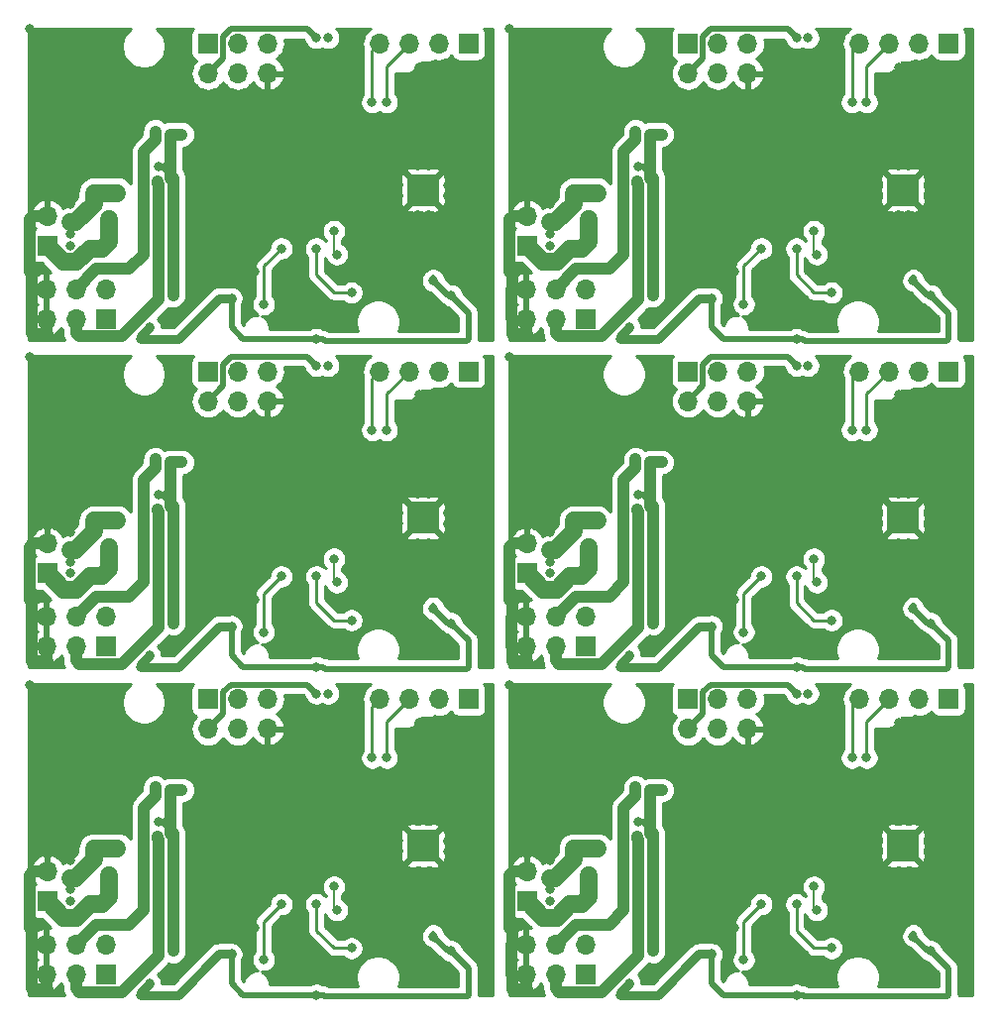
<source format=gbr>
G04 #@! TF.GenerationSoftware,KiCad,Pcbnew,5.0.0*
G04 #@! TF.CreationDate,2018-12-15T19:02:40-05:00*
G04 #@! TF.ProjectId,BT_12V_SmartSwitch-panelized,42545F3132565F536D61727453776974,rev?*
G04 #@! TF.SameCoordinates,Original*
G04 #@! TF.FileFunction,Copper,L2,Bot,Signal*
G04 #@! TF.FilePolarity,Positive*
%FSLAX46Y46*%
G04 Gerber Fmt 4.6, Leading zero omitted, Abs format (unit mm)*
G04 Created by KiCad (PCBNEW 5.0.0) date Sat Dec 15 19:02:40 2018*
%MOMM*%
%LPD*%
G01*
G04 APERTURE LIST*
G04 #@! TA.AperFunction,Conductor*
%ADD10R,2.700000X2.700000*%
G04 #@! TD*
G04 #@! TA.AperFunction,ComponentPad*
%ADD11C,0.800000*%
G04 #@! TD*
G04 #@! TA.AperFunction,ComponentPad*
%ADD12R,1.700000X1.700000*%
G04 #@! TD*
G04 #@! TA.AperFunction,ComponentPad*
%ADD13O,1.700000X1.700000*%
G04 #@! TD*
G04 #@! TA.AperFunction,ViaPad*
%ADD14C,0.800000*%
G04 #@! TD*
G04 #@! TA.AperFunction,Conductor*
%ADD15C,0.500000*%
G04 #@! TD*
G04 #@! TA.AperFunction,Conductor*
%ADD16C,0.750000*%
G04 #@! TD*
G04 #@! TA.AperFunction,Conductor*
%ADD17C,0.150000*%
G04 #@! TD*
G04 #@! TA.AperFunction,Conductor*
%ADD18C,1.000000*%
G04 #@! TD*
G04 #@! TA.AperFunction,Conductor*
%ADD19C,0.250000*%
G04 #@! TD*
G04 #@! TA.AperFunction,Conductor*
%ADD20C,1.500000*%
G04 #@! TD*
G04 #@! TA.AperFunction,Conductor*
%ADD21C,0.254000*%
G04 #@! TD*
G04 APERTURE END LIST*
D10*
G04 #@! TO.N,GND*
G04 #@! TO.C,U2*
X173850000Y-52500000D03*
D11*
G04 #@! TD*
G04 #@! TO.P,U2,25*
G04 #@! TO.N,GND*
X174750000Y-51600000D03*
G04 #@! TO.P,U2,25*
G04 #@! TO.N,GND*
X174750000Y-52500000D03*
X174750000Y-53400000D03*
X173850000Y-51600000D03*
X172950000Y-51600000D03*
X172950000Y-52500000D03*
X173850000Y-52500000D03*
X173850000Y-53400000D03*
X172950000Y-53400000D03*
G04 #@! TD*
D12*
G04 #@! TO.P,J3,1*
G04 #@! TO.N,RxD*
X177750000Y-40000000D03*
D13*
G04 #@! TO.P,J3,2*
G04 #@! TO.N,TxD*
X175210000Y-40000000D03*
G04 #@! TO.P,J3,3*
G04 #@! TO.N,CTS*
X172670000Y-40000000D03*
G04 #@! TO.P,J3,4*
G04 #@! TO.N,RTS*
X170130000Y-40000000D03*
G04 #@! TD*
D12*
G04 #@! TO.P,J1,1*
G04 #@! TO.N,12V_SUPP*
X141750000Y-57250000D03*
D13*
G04 #@! TO.P,J1,2*
G04 #@! TO.N,GND*
X141750000Y-54710000D03*
G04 #@! TD*
G04 #@! TO.P,J4,6*
G04 #@! TO.N,GND*
X160580000Y-42540000D03*
G04 #@! TO.P,J4,5*
G04 #@! TO.N,SPI_SSN*
X160580000Y-40000000D03*
G04 #@! TO.P,J4,4*
G04 #@! TO.N,SPI_MOSI*
X158040000Y-42540000D03*
G04 #@! TO.P,J4,3*
G04 #@! TO.N,SPI_SCK*
X158040000Y-40000000D03*
G04 #@! TO.P,J4,2*
G04 #@! TO.N,VDD*
X155500000Y-42540000D03*
D12*
G04 #@! TO.P,J4,1*
G04 #@! TO.N,SPI_MISO*
X155500000Y-40000000D03*
G04 #@! TD*
G04 #@! TO.P,J2,1*
G04 #@! TO.N,LOAD_OUT1*
X146750000Y-63500000D03*
D13*
G04 #@! TO.P,J2,2*
G04 #@! TO.N,LOAD_OUT2*
X146750000Y-60960000D03*
G04 #@! TO.P,J2,3*
G04 #@! TO.N,LOAD_OUT3*
X144210000Y-63500000D03*
G04 #@! TO.P,J2,4*
G04 #@! TO.N,LOAD_OUT4*
X144210000Y-60960000D03*
G04 #@! TO.P,J2,5*
G04 #@! TO.N,GND*
X141670000Y-63500000D03*
G04 #@! TO.P,J2,6*
X141670000Y-60960000D03*
G04 #@! TD*
D10*
G04 #@! TO.N,GND*
G04 #@! TO.C,U2*
X173850000Y-52500000D03*
D11*
G04 #@! TD*
G04 #@! TO.P,U2,25*
G04 #@! TO.N,GND*
X174750000Y-51600000D03*
G04 #@! TO.P,U2,25*
G04 #@! TO.N,GND*
X174750000Y-52500000D03*
X174750000Y-53400000D03*
X173850000Y-51600000D03*
X172950000Y-51600000D03*
X172950000Y-52500000D03*
X173850000Y-52500000D03*
X173850000Y-53400000D03*
X172950000Y-53400000D03*
G04 #@! TD*
D12*
G04 #@! TO.P,J3,1*
G04 #@! TO.N,RxD*
X177750000Y-40000000D03*
D13*
G04 #@! TO.P,J3,2*
G04 #@! TO.N,TxD*
X175210000Y-40000000D03*
G04 #@! TO.P,J3,3*
G04 #@! TO.N,CTS*
X172670000Y-40000000D03*
G04 #@! TO.P,J3,4*
G04 #@! TO.N,RTS*
X170130000Y-40000000D03*
G04 #@! TD*
D12*
G04 #@! TO.P,J1,1*
G04 #@! TO.N,12V_SUPP*
X141750000Y-57250000D03*
D13*
G04 #@! TO.P,J1,2*
G04 #@! TO.N,GND*
X141750000Y-54710000D03*
G04 #@! TD*
G04 #@! TO.P,J4,6*
G04 #@! TO.N,GND*
X160580000Y-42540000D03*
G04 #@! TO.P,J4,5*
G04 #@! TO.N,SPI_SSN*
X160580000Y-40000000D03*
G04 #@! TO.P,J4,4*
G04 #@! TO.N,SPI_MOSI*
X158040000Y-42540000D03*
G04 #@! TO.P,J4,3*
G04 #@! TO.N,SPI_SCK*
X158040000Y-40000000D03*
G04 #@! TO.P,J4,2*
G04 #@! TO.N,VDD*
X155500000Y-42540000D03*
D12*
G04 #@! TO.P,J4,1*
G04 #@! TO.N,SPI_MISO*
X155500000Y-40000000D03*
G04 #@! TD*
G04 #@! TO.P,J2,1*
G04 #@! TO.N,LOAD_OUT1*
X146750000Y-63500000D03*
D13*
G04 #@! TO.P,J2,2*
G04 #@! TO.N,LOAD_OUT2*
X146750000Y-60960000D03*
G04 #@! TO.P,J2,3*
G04 #@! TO.N,LOAD_OUT3*
X144210000Y-63500000D03*
G04 #@! TO.P,J2,4*
G04 #@! TO.N,LOAD_OUT4*
X144210000Y-60960000D03*
G04 #@! TO.P,J2,5*
G04 #@! TO.N,GND*
X141670000Y-63500000D03*
G04 #@! TO.P,J2,6*
X141670000Y-60960000D03*
G04 #@! TD*
D10*
G04 #@! TO.N,GND*
G04 #@! TO.C,U2*
X173850000Y-80500000D03*
D11*
G04 #@! TD*
G04 #@! TO.P,U2,25*
G04 #@! TO.N,GND*
X174750000Y-79600000D03*
G04 #@! TO.P,U2,25*
G04 #@! TO.N,GND*
X174750000Y-80500000D03*
X174750000Y-81400000D03*
X173850000Y-79600000D03*
X172950000Y-79600000D03*
X172950000Y-80500000D03*
X173850000Y-80500000D03*
X173850000Y-81400000D03*
X172950000Y-81400000D03*
G04 #@! TD*
D12*
G04 #@! TO.P,J3,1*
G04 #@! TO.N,RxD*
X177750000Y-68000000D03*
D13*
G04 #@! TO.P,J3,2*
G04 #@! TO.N,TxD*
X175210000Y-68000000D03*
G04 #@! TO.P,J3,3*
G04 #@! TO.N,CTS*
X172670000Y-68000000D03*
G04 #@! TO.P,J3,4*
G04 #@! TO.N,RTS*
X170130000Y-68000000D03*
G04 #@! TD*
D12*
G04 #@! TO.P,J1,1*
G04 #@! TO.N,12V_SUPP*
X141750000Y-85250000D03*
D13*
G04 #@! TO.P,J1,2*
G04 #@! TO.N,GND*
X141750000Y-82710000D03*
G04 #@! TD*
G04 #@! TO.P,J4,6*
G04 #@! TO.N,GND*
X160580000Y-70540000D03*
G04 #@! TO.P,J4,5*
G04 #@! TO.N,SPI_SSN*
X160580000Y-68000000D03*
G04 #@! TO.P,J4,4*
G04 #@! TO.N,SPI_MOSI*
X158040000Y-70540000D03*
G04 #@! TO.P,J4,3*
G04 #@! TO.N,SPI_SCK*
X158040000Y-68000000D03*
G04 #@! TO.P,J4,2*
G04 #@! TO.N,VDD*
X155500000Y-70540000D03*
D12*
G04 #@! TO.P,J4,1*
G04 #@! TO.N,SPI_MISO*
X155500000Y-68000000D03*
G04 #@! TD*
G04 #@! TO.P,J2,1*
G04 #@! TO.N,LOAD_OUT1*
X146750000Y-91500000D03*
D13*
G04 #@! TO.P,J2,2*
G04 #@! TO.N,LOAD_OUT2*
X146750000Y-88960000D03*
G04 #@! TO.P,J2,3*
G04 #@! TO.N,LOAD_OUT3*
X144210000Y-91500000D03*
G04 #@! TO.P,J2,4*
G04 #@! TO.N,LOAD_OUT4*
X144210000Y-88960000D03*
G04 #@! TO.P,J2,5*
G04 #@! TO.N,GND*
X141670000Y-91500000D03*
G04 #@! TO.P,J2,6*
X141670000Y-88960000D03*
G04 #@! TD*
D10*
G04 #@! TO.N,GND*
G04 #@! TO.C,U2*
X173850000Y-80500000D03*
D11*
G04 #@! TD*
G04 #@! TO.P,U2,25*
G04 #@! TO.N,GND*
X174750000Y-79600000D03*
G04 #@! TO.P,U2,25*
G04 #@! TO.N,GND*
X174750000Y-80500000D03*
X174750000Y-81400000D03*
X173850000Y-79600000D03*
X172950000Y-79600000D03*
X172950000Y-80500000D03*
X173850000Y-80500000D03*
X173850000Y-81400000D03*
X172950000Y-81400000D03*
G04 #@! TD*
D12*
G04 #@! TO.P,J3,1*
G04 #@! TO.N,RxD*
X177750000Y-68000000D03*
D13*
G04 #@! TO.P,J3,2*
G04 #@! TO.N,TxD*
X175210000Y-68000000D03*
G04 #@! TO.P,J3,3*
G04 #@! TO.N,CTS*
X172670000Y-68000000D03*
G04 #@! TO.P,J3,4*
G04 #@! TO.N,RTS*
X170130000Y-68000000D03*
G04 #@! TD*
D12*
G04 #@! TO.P,J1,1*
G04 #@! TO.N,12V_SUPP*
X141750000Y-85250000D03*
D13*
G04 #@! TO.P,J1,2*
G04 #@! TO.N,GND*
X141750000Y-82710000D03*
G04 #@! TD*
G04 #@! TO.P,J4,6*
G04 #@! TO.N,GND*
X160580000Y-70540000D03*
G04 #@! TO.P,J4,5*
G04 #@! TO.N,SPI_SSN*
X160580000Y-68000000D03*
G04 #@! TO.P,J4,4*
G04 #@! TO.N,SPI_MOSI*
X158040000Y-70540000D03*
G04 #@! TO.P,J4,3*
G04 #@! TO.N,SPI_SCK*
X158040000Y-68000000D03*
G04 #@! TO.P,J4,2*
G04 #@! TO.N,VDD*
X155500000Y-70540000D03*
D12*
G04 #@! TO.P,J4,1*
G04 #@! TO.N,SPI_MISO*
X155500000Y-68000000D03*
G04 #@! TD*
G04 #@! TO.P,J2,1*
G04 #@! TO.N,LOAD_OUT1*
X146750000Y-91500000D03*
D13*
G04 #@! TO.P,J2,2*
G04 #@! TO.N,LOAD_OUT2*
X146750000Y-88960000D03*
G04 #@! TO.P,J2,3*
G04 #@! TO.N,LOAD_OUT3*
X144210000Y-91500000D03*
G04 #@! TO.P,J2,4*
G04 #@! TO.N,LOAD_OUT4*
X144210000Y-88960000D03*
G04 #@! TO.P,J2,5*
G04 #@! TO.N,GND*
X141670000Y-91500000D03*
G04 #@! TO.P,J2,6*
X141670000Y-88960000D03*
G04 #@! TD*
D10*
G04 #@! TO.N,GND*
G04 #@! TO.C,U2*
X132850000Y-80500000D03*
D11*
G04 #@! TD*
G04 #@! TO.P,U2,25*
G04 #@! TO.N,GND*
X133750000Y-79600000D03*
G04 #@! TO.P,U2,25*
G04 #@! TO.N,GND*
X133750000Y-80500000D03*
X133750000Y-81400000D03*
X132850000Y-79600000D03*
X131950000Y-79600000D03*
X131950000Y-80500000D03*
X132850000Y-80500000D03*
X132850000Y-81400000D03*
X131950000Y-81400000D03*
G04 #@! TD*
D12*
G04 #@! TO.P,J3,1*
G04 #@! TO.N,RxD*
X136750000Y-68000000D03*
D13*
G04 #@! TO.P,J3,2*
G04 #@! TO.N,TxD*
X134210000Y-68000000D03*
G04 #@! TO.P,J3,3*
G04 #@! TO.N,CTS*
X131670000Y-68000000D03*
G04 #@! TO.P,J3,4*
G04 #@! TO.N,RTS*
X129130000Y-68000000D03*
G04 #@! TD*
D12*
G04 #@! TO.P,J1,1*
G04 #@! TO.N,12V_SUPP*
X100750000Y-85250000D03*
D13*
G04 #@! TO.P,J1,2*
G04 #@! TO.N,GND*
X100750000Y-82710000D03*
G04 #@! TD*
G04 #@! TO.P,J4,6*
G04 #@! TO.N,GND*
X119580000Y-70540000D03*
G04 #@! TO.P,J4,5*
G04 #@! TO.N,SPI_SSN*
X119580000Y-68000000D03*
G04 #@! TO.P,J4,4*
G04 #@! TO.N,SPI_MOSI*
X117040000Y-70540000D03*
G04 #@! TO.P,J4,3*
G04 #@! TO.N,SPI_SCK*
X117040000Y-68000000D03*
G04 #@! TO.P,J4,2*
G04 #@! TO.N,VDD*
X114500000Y-70540000D03*
D12*
G04 #@! TO.P,J4,1*
G04 #@! TO.N,SPI_MISO*
X114500000Y-68000000D03*
G04 #@! TD*
G04 #@! TO.P,J2,1*
G04 #@! TO.N,LOAD_OUT1*
X105750000Y-91500000D03*
D13*
G04 #@! TO.P,J2,2*
G04 #@! TO.N,LOAD_OUT2*
X105750000Y-88960000D03*
G04 #@! TO.P,J2,3*
G04 #@! TO.N,LOAD_OUT3*
X103210000Y-91500000D03*
G04 #@! TO.P,J2,4*
G04 #@! TO.N,LOAD_OUT4*
X103210000Y-88960000D03*
G04 #@! TO.P,J2,5*
G04 #@! TO.N,GND*
X100670000Y-91500000D03*
G04 #@! TO.P,J2,6*
X100670000Y-88960000D03*
G04 #@! TD*
D10*
G04 #@! TO.N,GND*
G04 #@! TO.C,U2*
X132850000Y-80500000D03*
D11*
G04 #@! TD*
G04 #@! TO.P,U2,25*
G04 #@! TO.N,GND*
X133750000Y-79600000D03*
G04 #@! TO.P,U2,25*
G04 #@! TO.N,GND*
X133750000Y-80500000D03*
X133750000Y-81400000D03*
X132850000Y-79600000D03*
X131950000Y-79600000D03*
X131950000Y-80500000D03*
X132850000Y-80500000D03*
X132850000Y-81400000D03*
X131950000Y-81400000D03*
G04 #@! TD*
D12*
G04 #@! TO.P,J3,1*
G04 #@! TO.N,RxD*
X136750000Y-68000000D03*
D13*
G04 #@! TO.P,J3,2*
G04 #@! TO.N,TxD*
X134210000Y-68000000D03*
G04 #@! TO.P,J3,3*
G04 #@! TO.N,CTS*
X131670000Y-68000000D03*
G04 #@! TO.P,J3,4*
G04 #@! TO.N,RTS*
X129130000Y-68000000D03*
G04 #@! TD*
D12*
G04 #@! TO.P,J1,1*
G04 #@! TO.N,12V_SUPP*
X100750000Y-85250000D03*
D13*
G04 #@! TO.P,J1,2*
G04 #@! TO.N,GND*
X100750000Y-82710000D03*
G04 #@! TD*
G04 #@! TO.P,J4,6*
G04 #@! TO.N,GND*
X119580000Y-70540000D03*
G04 #@! TO.P,J4,5*
G04 #@! TO.N,SPI_SSN*
X119580000Y-68000000D03*
G04 #@! TO.P,J4,4*
G04 #@! TO.N,SPI_MOSI*
X117040000Y-70540000D03*
G04 #@! TO.P,J4,3*
G04 #@! TO.N,SPI_SCK*
X117040000Y-68000000D03*
G04 #@! TO.P,J4,2*
G04 #@! TO.N,VDD*
X114500000Y-70540000D03*
D12*
G04 #@! TO.P,J4,1*
G04 #@! TO.N,SPI_MISO*
X114500000Y-68000000D03*
G04 #@! TD*
G04 #@! TO.P,J2,1*
G04 #@! TO.N,LOAD_OUT1*
X105750000Y-91500000D03*
D13*
G04 #@! TO.P,J2,2*
G04 #@! TO.N,LOAD_OUT2*
X105750000Y-88960000D03*
G04 #@! TO.P,J2,3*
G04 #@! TO.N,LOAD_OUT3*
X103210000Y-91500000D03*
G04 #@! TO.P,J2,4*
G04 #@! TO.N,LOAD_OUT4*
X103210000Y-88960000D03*
G04 #@! TO.P,J2,5*
G04 #@! TO.N,GND*
X100670000Y-91500000D03*
G04 #@! TO.P,J2,6*
X100670000Y-88960000D03*
G04 #@! TD*
D10*
G04 #@! TO.N,GND*
G04 #@! TO.C,U2*
X132850000Y-52500000D03*
D11*
G04 #@! TD*
G04 #@! TO.P,U2,25*
G04 #@! TO.N,GND*
X133750000Y-51600000D03*
G04 #@! TO.P,U2,25*
G04 #@! TO.N,GND*
X133750000Y-52500000D03*
X133750000Y-53400000D03*
X132850000Y-51600000D03*
X131950000Y-51600000D03*
X131950000Y-52500000D03*
X132850000Y-52500000D03*
X132850000Y-53400000D03*
X131950000Y-53400000D03*
G04 #@! TD*
D12*
G04 #@! TO.P,J3,1*
G04 #@! TO.N,RxD*
X136750000Y-40000000D03*
D13*
G04 #@! TO.P,J3,2*
G04 #@! TO.N,TxD*
X134210000Y-40000000D03*
G04 #@! TO.P,J3,3*
G04 #@! TO.N,CTS*
X131670000Y-40000000D03*
G04 #@! TO.P,J3,4*
G04 #@! TO.N,RTS*
X129130000Y-40000000D03*
G04 #@! TD*
D12*
G04 #@! TO.P,J1,1*
G04 #@! TO.N,12V_SUPP*
X100750000Y-57250000D03*
D13*
G04 #@! TO.P,J1,2*
G04 #@! TO.N,GND*
X100750000Y-54710000D03*
G04 #@! TD*
G04 #@! TO.P,J4,6*
G04 #@! TO.N,GND*
X119580000Y-42540000D03*
G04 #@! TO.P,J4,5*
G04 #@! TO.N,SPI_SSN*
X119580000Y-40000000D03*
G04 #@! TO.P,J4,4*
G04 #@! TO.N,SPI_MOSI*
X117040000Y-42540000D03*
G04 #@! TO.P,J4,3*
G04 #@! TO.N,SPI_SCK*
X117040000Y-40000000D03*
G04 #@! TO.P,J4,2*
G04 #@! TO.N,VDD*
X114500000Y-42540000D03*
D12*
G04 #@! TO.P,J4,1*
G04 #@! TO.N,SPI_MISO*
X114500000Y-40000000D03*
G04 #@! TD*
G04 #@! TO.P,J2,1*
G04 #@! TO.N,LOAD_OUT1*
X105750000Y-63500000D03*
D13*
G04 #@! TO.P,J2,2*
G04 #@! TO.N,LOAD_OUT2*
X105750000Y-60960000D03*
G04 #@! TO.P,J2,3*
G04 #@! TO.N,LOAD_OUT3*
X103210000Y-63500000D03*
G04 #@! TO.P,J2,4*
G04 #@! TO.N,LOAD_OUT4*
X103210000Y-60960000D03*
G04 #@! TO.P,J2,5*
G04 #@! TO.N,GND*
X100670000Y-63500000D03*
G04 #@! TO.P,J2,6*
X100670000Y-60960000D03*
G04 #@! TD*
D10*
G04 #@! TO.N,GND*
G04 #@! TO.C,U2*
X132850000Y-52500000D03*
D11*
G04 #@! TD*
G04 #@! TO.P,U2,25*
G04 #@! TO.N,GND*
X133750000Y-51600000D03*
G04 #@! TO.P,U2,25*
G04 #@! TO.N,GND*
X133750000Y-52500000D03*
X133750000Y-53400000D03*
X132850000Y-51600000D03*
X131950000Y-51600000D03*
X131950000Y-52500000D03*
X132850000Y-52500000D03*
X132850000Y-53400000D03*
X131950000Y-53400000D03*
G04 #@! TD*
D12*
G04 #@! TO.P,J3,1*
G04 #@! TO.N,RxD*
X136750000Y-40000000D03*
D13*
G04 #@! TO.P,J3,2*
G04 #@! TO.N,TxD*
X134210000Y-40000000D03*
G04 #@! TO.P,J3,3*
G04 #@! TO.N,CTS*
X131670000Y-40000000D03*
G04 #@! TO.P,J3,4*
G04 #@! TO.N,RTS*
X129130000Y-40000000D03*
G04 #@! TD*
D12*
G04 #@! TO.P,J1,1*
G04 #@! TO.N,12V_SUPP*
X100750000Y-57250000D03*
D13*
G04 #@! TO.P,J1,2*
G04 #@! TO.N,GND*
X100750000Y-54710000D03*
G04 #@! TD*
G04 #@! TO.P,J4,6*
G04 #@! TO.N,GND*
X119580000Y-42540000D03*
G04 #@! TO.P,J4,5*
G04 #@! TO.N,SPI_SSN*
X119580000Y-40000000D03*
G04 #@! TO.P,J4,4*
G04 #@! TO.N,SPI_MOSI*
X117040000Y-42540000D03*
G04 #@! TO.P,J4,3*
G04 #@! TO.N,SPI_SCK*
X117040000Y-40000000D03*
G04 #@! TO.P,J4,2*
G04 #@! TO.N,VDD*
X114500000Y-42540000D03*
D12*
G04 #@! TO.P,J4,1*
G04 #@! TO.N,SPI_MISO*
X114500000Y-40000000D03*
G04 #@! TD*
G04 #@! TO.P,J2,1*
G04 #@! TO.N,LOAD_OUT1*
X105750000Y-63500000D03*
D13*
G04 #@! TO.P,J2,2*
G04 #@! TO.N,LOAD_OUT2*
X105750000Y-60960000D03*
G04 #@! TO.P,J2,3*
G04 #@! TO.N,LOAD_OUT3*
X103210000Y-63500000D03*
G04 #@! TO.P,J2,4*
G04 #@! TO.N,LOAD_OUT4*
X103210000Y-60960000D03*
G04 #@! TO.P,J2,5*
G04 #@! TO.N,GND*
X100670000Y-63500000D03*
G04 #@! TO.P,J2,6*
X100670000Y-60960000D03*
G04 #@! TD*
D10*
G04 #@! TO.N,GND*
G04 #@! TO.C,U2*
X173850000Y-108500000D03*
D11*
G04 #@! TD*
G04 #@! TO.P,U2,25*
G04 #@! TO.N,GND*
X174750000Y-107600000D03*
G04 #@! TO.P,U2,25*
G04 #@! TO.N,GND*
X174750000Y-108500000D03*
X174750000Y-109400000D03*
X173850000Y-107600000D03*
X172950000Y-107600000D03*
X172950000Y-108500000D03*
X173850000Y-108500000D03*
X173850000Y-109400000D03*
X172950000Y-109400000D03*
G04 #@! TD*
D12*
G04 #@! TO.P,J3,1*
G04 #@! TO.N,RxD*
X177750000Y-96000000D03*
D13*
G04 #@! TO.P,J3,2*
G04 #@! TO.N,TxD*
X175210000Y-96000000D03*
G04 #@! TO.P,J3,3*
G04 #@! TO.N,CTS*
X172670000Y-96000000D03*
G04 #@! TO.P,J3,4*
G04 #@! TO.N,RTS*
X170130000Y-96000000D03*
G04 #@! TD*
D12*
G04 #@! TO.P,J1,1*
G04 #@! TO.N,12V_SUPP*
X141750000Y-113250000D03*
D13*
G04 #@! TO.P,J1,2*
G04 #@! TO.N,GND*
X141750000Y-110710000D03*
G04 #@! TD*
G04 #@! TO.P,J4,6*
G04 #@! TO.N,GND*
X160580000Y-98540000D03*
G04 #@! TO.P,J4,5*
G04 #@! TO.N,SPI_SSN*
X160580000Y-96000000D03*
G04 #@! TO.P,J4,4*
G04 #@! TO.N,SPI_MOSI*
X158040000Y-98540000D03*
G04 #@! TO.P,J4,3*
G04 #@! TO.N,SPI_SCK*
X158040000Y-96000000D03*
G04 #@! TO.P,J4,2*
G04 #@! TO.N,VDD*
X155500000Y-98540000D03*
D12*
G04 #@! TO.P,J4,1*
G04 #@! TO.N,SPI_MISO*
X155500000Y-96000000D03*
G04 #@! TD*
G04 #@! TO.P,J2,1*
G04 #@! TO.N,LOAD_OUT1*
X146750000Y-119500000D03*
D13*
G04 #@! TO.P,J2,2*
G04 #@! TO.N,LOAD_OUT2*
X146750000Y-116960000D03*
G04 #@! TO.P,J2,3*
G04 #@! TO.N,LOAD_OUT3*
X144210000Y-119500000D03*
G04 #@! TO.P,J2,4*
G04 #@! TO.N,LOAD_OUT4*
X144210000Y-116960000D03*
G04 #@! TO.P,J2,5*
G04 #@! TO.N,GND*
X141670000Y-119500000D03*
G04 #@! TO.P,J2,6*
X141670000Y-116960000D03*
G04 #@! TD*
D10*
G04 #@! TO.N,GND*
G04 #@! TO.C,U2*
X173850000Y-108500000D03*
D11*
G04 #@! TD*
G04 #@! TO.P,U2,25*
G04 #@! TO.N,GND*
X174750000Y-107600000D03*
G04 #@! TO.P,U2,25*
G04 #@! TO.N,GND*
X174750000Y-108500000D03*
X174750000Y-109400000D03*
X173850000Y-107600000D03*
X172950000Y-107600000D03*
X172950000Y-108500000D03*
X173850000Y-108500000D03*
X173850000Y-109400000D03*
X172950000Y-109400000D03*
G04 #@! TD*
D12*
G04 #@! TO.P,J3,1*
G04 #@! TO.N,RxD*
X177750000Y-96000000D03*
D13*
G04 #@! TO.P,J3,2*
G04 #@! TO.N,TxD*
X175210000Y-96000000D03*
G04 #@! TO.P,J3,3*
G04 #@! TO.N,CTS*
X172670000Y-96000000D03*
G04 #@! TO.P,J3,4*
G04 #@! TO.N,RTS*
X170130000Y-96000000D03*
G04 #@! TD*
D12*
G04 #@! TO.P,J1,1*
G04 #@! TO.N,12V_SUPP*
X141750000Y-113250000D03*
D13*
G04 #@! TO.P,J1,2*
G04 #@! TO.N,GND*
X141750000Y-110710000D03*
G04 #@! TD*
G04 #@! TO.P,J4,6*
G04 #@! TO.N,GND*
X160580000Y-98540000D03*
G04 #@! TO.P,J4,5*
G04 #@! TO.N,SPI_SSN*
X160580000Y-96000000D03*
G04 #@! TO.P,J4,4*
G04 #@! TO.N,SPI_MOSI*
X158040000Y-98540000D03*
G04 #@! TO.P,J4,3*
G04 #@! TO.N,SPI_SCK*
X158040000Y-96000000D03*
G04 #@! TO.P,J4,2*
G04 #@! TO.N,VDD*
X155500000Y-98540000D03*
D12*
G04 #@! TO.P,J4,1*
G04 #@! TO.N,SPI_MISO*
X155500000Y-96000000D03*
G04 #@! TD*
G04 #@! TO.P,J2,1*
G04 #@! TO.N,LOAD_OUT1*
X146750000Y-119500000D03*
D13*
G04 #@! TO.P,J2,2*
G04 #@! TO.N,LOAD_OUT2*
X146750000Y-116960000D03*
G04 #@! TO.P,J2,3*
G04 #@! TO.N,LOAD_OUT3*
X144210000Y-119500000D03*
G04 #@! TO.P,J2,4*
G04 #@! TO.N,LOAD_OUT4*
X144210000Y-116960000D03*
G04 #@! TO.P,J2,5*
G04 #@! TO.N,GND*
X141670000Y-119500000D03*
G04 #@! TO.P,J2,6*
X141670000Y-116960000D03*
G04 #@! TD*
D10*
G04 #@! TO.N,GND*
G04 #@! TO.C,U2*
X132850000Y-108500000D03*
D11*
G04 #@! TD*
G04 #@! TO.P,U2,25*
G04 #@! TO.N,GND*
X133750000Y-107600000D03*
G04 #@! TO.P,U2,25*
G04 #@! TO.N,GND*
X133750000Y-108500000D03*
X133750000Y-109400000D03*
X132850000Y-107600000D03*
X131950000Y-107600000D03*
X131950000Y-108500000D03*
X132850000Y-108500000D03*
X132850000Y-109400000D03*
X131950000Y-109400000D03*
G04 #@! TD*
D12*
G04 #@! TO.P,J3,1*
G04 #@! TO.N,RxD*
X136750000Y-96000000D03*
D13*
G04 #@! TO.P,J3,2*
G04 #@! TO.N,TxD*
X134210000Y-96000000D03*
G04 #@! TO.P,J3,3*
G04 #@! TO.N,CTS*
X131670000Y-96000000D03*
G04 #@! TO.P,J3,4*
G04 #@! TO.N,RTS*
X129130000Y-96000000D03*
G04 #@! TD*
D12*
G04 #@! TO.P,J1,1*
G04 #@! TO.N,12V_SUPP*
X100750000Y-113250000D03*
D13*
G04 #@! TO.P,J1,2*
G04 #@! TO.N,GND*
X100750000Y-110710000D03*
G04 #@! TD*
G04 #@! TO.P,J4,6*
G04 #@! TO.N,GND*
X119580000Y-98540000D03*
G04 #@! TO.P,J4,5*
G04 #@! TO.N,SPI_SSN*
X119580000Y-96000000D03*
G04 #@! TO.P,J4,4*
G04 #@! TO.N,SPI_MOSI*
X117040000Y-98540000D03*
G04 #@! TO.P,J4,3*
G04 #@! TO.N,SPI_SCK*
X117040000Y-96000000D03*
G04 #@! TO.P,J4,2*
G04 #@! TO.N,VDD*
X114500000Y-98540000D03*
D12*
G04 #@! TO.P,J4,1*
G04 #@! TO.N,SPI_MISO*
X114500000Y-96000000D03*
G04 #@! TD*
G04 #@! TO.P,J2,1*
G04 #@! TO.N,LOAD_OUT1*
X105750000Y-119500000D03*
D13*
G04 #@! TO.P,J2,2*
G04 #@! TO.N,LOAD_OUT2*
X105750000Y-116960000D03*
G04 #@! TO.P,J2,3*
G04 #@! TO.N,LOAD_OUT3*
X103210000Y-119500000D03*
G04 #@! TO.P,J2,4*
G04 #@! TO.N,LOAD_OUT4*
X103210000Y-116960000D03*
G04 #@! TO.P,J2,5*
G04 #@! TO.N,GND*
X100670000Y-119500000D03*
G04 #@! TO.P,J2,6*
X100670000Y-116960000D03*
G04 #@! TD*
D10*
G04 #@! TO.N,GND*
G04 #@! TO.C,U2*
X132850000Y-108500000D03*
D11*
G04 #@! TD*
G04 #@! TO.P,U2,25*
G04 #@! TO.N,GND*
X133750000Y-107600000D03*
G04 #@! TO.P,U2,25*
G04 #@! TO.N,GND*
X133750000Y-108500000D03*
X133750000Y-109400000D03*
X132850000Y-107600000D03*
X131950000Y-107600000D03*
X131950000Y-108500000D03*
X132850000Y-108500000D03*
X132850000Y-109400000D03*
X131950000Y-109400000D03*
G04 #@! TD*
D12*
G04 #@! TO.P,J3,1*
G04 #@! TO.N,RxD*
X136750000Y-96000000D03*
D13*
G04 #@! TO.P,J3,2*
G04 #@! TO.N,TxD*
X134210000Y-96000000D03*
G04 #@! TO.P,J3,3*
G04 #@! TO.N,CTS*
X131670000Y-96000000D03*
G04 #@! TO.P,J3,4*
G04 #@! TO.N,RTS*
X129130000Y-96000000D03*
G04 #@! TD*
D12*
G04 #@! TO.P,J1,1*
G04 #@! TO.N,12V_SUPP*
X100750000Y-113250000D03*
D13*
G04 #@! TO.P,J1,2*
G04 #@! TO.N,GND*
X100750000Y-110710000D03*
G04 #@! TD*
G04 #@! TO.P,J4,6*
G04 #@! TO.N,GND*
X119580000Y-98540000D03*
G04 #@! TO.P,J4,5*
G04 #@! TO.N,SPI_SSN*
X119580000Y-96000000D03*
G04 #@! TO.P,J4,4*
G04 #@! TO.N,SPI_MOSI*
X117040000Y-98540000D03*
G04 #@! TO.P,J4,3*
G04 #@! TO.N,SPI_SCK*
X117040000Y-96000000D03*
G04 #@! TO.P,J4,2*
G04 #@! TO.N,VDD*
X114500000Y-98540000D03*
D12*
G04 #@! TO.P,J4,1*
G04 #@! TO.N,SPI_MISO*
X114500000Y-96000000D03*
G04 #@! TD*
G04 #@! TO.P,J2,1*
G04 #@! TO.N,LOAD_OUT1*
X105750000Y-119500000D03*
D13*
G04 #@! TO.P,J2,2*
G04 #@! TO.N,LOAD_OUT2*
X105750000Y-116960000D03*
G04 #@! TO.P,J2,3*
G04 #@! TO.N,LOAD_OUT3*
X103210000Y-119500000D03*
G04 #@! TO.P,J2,4*
G04 #@! TO.N,LOAD_OUT4*
X103210000Y-116960000D03*
G04 #@! TO.P,J2,5*
G04 #@! TO.N,GND*
X100670000Y-119500000D03*
G04 #@! TO.P,J2,6*
X100670000Y-116960000D03*
G04 #@! TD*
D14*
G04 #@! TO.N,VDD*
X164750000Y-39500000D03*
X165750000Y-39500000D03*
X157500000Y-61750000D03*
X164750000Y-65250000D03*
X174737500Y-60250000D03*
X176250000Y-61500000D03*
X149750000Y-65250000D03*
X150500000Y-64250000D03*
X164750000Y-39500000D03*
X165750000Y-39500000D03*
X157500000Y-61750000D03*
X164750000Y-65250000D03*
X174737500Y-60250000D03*
X176250000Y-61500000D03*
X149750000Y-65250000D03*
X150500000Y-64250000D03*
X164750000Y-67500000D03*
X165750000Y-67500000D03*
X157500000Y-89750000D03*
X164750000Y-93250000D03*
X174737500Y-88250000D03*
X176250000Y-89500000D03*
X149750000Y-93250000D03*
X150500000Y-92250000D03*
X164750000Y-67500000D03*
X165750000Y-67500000D03*
X157500000Y-89750000D03*
X164750000Y-93250000D03*
X174737500Y-88250000D03*
X176250000Y-89500000D03*
X149750000Y-93250000D03*
X150500000Y-92250000D03*
X123750000Y-67500000D03*
X124750000Y-67500000D03*
X116500000Y-89750000D03*
X123750000Y-93250000D03*
X133737500Y-88250000D03*
X135250000Y-89500000D03*
X108750000Y-93250000D03*
X109500000Y-92250000D03*
X123750000Y-67500000D03*
X124750000Y-67500000D03*
X116500000Y-89750000D03*
X123750000Y-93250000D03*
X133737500Y-88250000D03*
X135250000Y-89500000D03*
X108750000Y-93250000D03*
X109500000Y-92250000D03*
X123750000Y-39500000D03*
X124750000Y-39500000D03*
X116500000Y-61750000D03*
X123750000Y-65250000D03*
X133737500Y-60250000D03*
X135250000Y-61500000D03*
X108750000Y-65250000D03*
X109500000Y-64250000D03*
X123750000Y-39500000D03*
X124750000Y-39500000D03*
X116500000Y-61750000D03*
X123750000Y-65250000D03*
X133737500Y-60250000D03*
X135250000Y-61500000D03*
X108750000Y-65250000D03*
X109500000Y-64250000D03*
X164750000Y-95500000D03*
X165750000Y-95500000D03*
X157500000Y-117750000D03*
X164750000Y-121250000D03*
X174737500Y-116250000D03*
X176250000Y-117500000D03*
X149750000Y-121250000D03*
X150500000Y-120250000D03*
X164750000Y-95500000D03*
X165750000Y-95500000D03*
X157500000Y-117750000D03*
X164750000Y-121250000D03*
X174737500Y-116250000D03*
X176250000Y-117500000D03*
X149750000Y-121250000D03*
X150500000Y-120250000D03*
X123750000Y-95500000D03*
X124750000Y-95500000D03*
X116500000Y-117750000D03*
X123750000Y-121250000D03*
X133737500Y-116250000D03*
X135250000Y-117500000D03*
X108750000Y-121250000D03*
X109500000Y-120250000D03*
X123750000Y-95500000D03*
X124750000Y-95500000D03*
X116500000Y-117750000D03*
X123750000Y-121250000D03*
X133737500Y-116250000D03*
X135250000Y-117500000D03*
X108750000Y-121250000D03*
X109500000Y-120250000D03*
G04 #@! TO.N,ADC_IN2*
X166250000Y-56000000D03*
X166500000Y-58000000D03*
X166250000Y-56000000D03*
X166500000Y-58000000D03*
X166250000Y-84000000D03*
X166500000Y-86000000D03*
X166250000Y-84000000D03*
X166500000Y-86000000D03*
X125250000Y-84000000D03*
X125500000Y-86000000D03*
X125250000Y-84000000D03*
X125500000Y-86000000D03*
X125250000Y-56000000D03*
X125500000Y-58000000D03*
X125250000Y-56000000D03*
X125500000Y-58000000D03*
X166250000Y-112000000D03*
X166500000Y-114000000D03*
X166250000Y-112000000D03*
X166500000Y-114000000D03*
X125250000Y-112000000D03*
X125500000Y-114000000D03*
X125250000Y-112000000D03*
X125500000Y-114000000D03*
G04 #@! TO.N,GND*
X159500000Y-59500000D03*
X173500000Y-42000000D03*
X168250000Y-42500000D03*
X176250000Y-57250000D03*
X176300000Y-47500000D03*
X168250000Y-49125000D03*
X168250000Y-52750000D03*
X141000000Y-46750000D03*
X142000000Y-46750000D03*
X143750000Y-52750000D03*
X143750000Y-53750000D03*
X160750000Y-47750000D03*
X161500000Y-51250000D03*
X160500000Y-56250000D03*
X151750000Y-63750000D03*
X162250000Y-63750000D03*
X172500000Y-61000000D03*
X178750000Y-62500000D03*
X140250000Y-38750000D03*
X159500000Y-59500000D03*
X173500000Y-42000000D03*
X168250000Y-42500000D03*
X176250000Y-57250000D03*
X176300000Y-47500000D03*
X168250000Y-49125000D03*
X168250000Y-52750000D03*
X141000000Y-46750000D03*
X142000000Y-46750000D03*
X143750000Y-52750000D03*
X143750000Y-53750000D03*
X160750000Y-47750000D03*
X161500000Y-51250000D03*
X160500000Y-56250000D03*
X151750000Y-63750000D03*
X162250000Y-63750000D03*
X172500000Y-61000000D03*
X178750000Y-62500000D03*
X140250000Y-38750000D03*
X159500000Y-87500000D03*
X173500000Y-70000000D03*
X168250000Y-70500000D03*
X176250000Y-85250000D03*
X176300000Y-75500000D03*
X168250000Y-77125000D03*
X168250000Y-80750000D03*
X141000000Y-74750000D03*
X142000000Y-74750000D03*
X143750000Y-80750000D03*
X143750000Y-81750000D03*
X160750000Y-75750000D03*
X161500000Y-79250000D03*
X160500000Y-84250000D03*
X151750000Y-91750000D03*
X162250000Y-91750000D03*
X172500000Y-89000000D03*
X178750000Y-90500000D03*
X140250000Y-66750000D03*
X159500000Y-87500000D03*
X173500000Y-70000000D03*
X168250000Y-70500000D03*
X176250000Y-85250000D03*
X176300000Y-75500000D03*
X168250000Y-77125000D03*
X168250000Y-80750000D03*
X141000000Y-74750000D03*
X142000000Y-74750000D03*
X143750000Y-80750000D03*
X143750000Y-81750000D03*
X160750000Y-75750000D03*
X161500000Y-79250000D03*
X160500000Y-84250000D03*
X151750000Y-91750000D03*
X162250000Y-91750000D03*
X172500000Y-89000000D03*
X178750000Y-90500000D03*
X140250000Y-66750000D03*
X118500000Y-87500000D03*
X132500000Y-70000000D03*
X127250000Y-70500000D03*
X135250000Y-85250000D03*
X135300000Y-75500000D03*
X127250000Y-77125000D03*
X127250000Y-80750000D03*
X100000000Y-74750000D03*
X101000000Y-74750000D03*
X102750000Y-80750000D03*
X102750000Y-81750000D03*
X119750000Y-75750000D03*
X120500000Y-79250000D03*
X119500000Y-84250000D03*
X110750000Y-91750000D03*
X121250000Y-91750000D03*
X131500000Y-89000000D03*
X137750000Y-90500000D03*
X99250000Y-66750000D03*
X118500000Y-87500000D03*
X132500000Y-70000000D03*
X127250000Y-70500000D03*
X135250000Y-85250000D03*
X135300000Y-75500000D03*
X127250000Y-77125000D03*
X127250000Y-80750000D03*
X100000000Y-74750000D03*
X101000000Y-74750000D03*
X102750000Y-80750000D03*
X102750000Y-81750000D03*
X119750000Y-75750000D03*
X120500000Y-79250000D03*
X119500000Y-84250000D03*
X110750000Y-91750000D03*
X121250000Y-91750000D03*
X131500000Y-89000000D03*
X137750000Y-90500000D03*
X99250000Y-66750000D03*
X118500000Y-59500000D03*
X132500000Y-42000000D03*
X127250000Y-42500000D03*
X135250000Y-57250000D03*
X135300000Y-47500000D03*
X127250000Y-49125000D03*
X127250000Y-52750000D03*
X100000000Y-46750000D03*
X101000000Y-46750000D03*
X102750000Y-52750000D03*
X102750000Y-53750000D03*
X119750000Y-47750000D03*
X120500000Y-51250000D03*
X119500000Y-56250000D03*
X110750000Y-63750000D03*
X121250000Y-63750000D03*
X131500000Y-61000000D03*
X137750000Y-62500000D03*
X99250000Y-38750000D03*
X118500000Y-59500000D03*
X132500000Y-42000000D03*
X127250000Y-42500000D03*
X135250000Y-57250000D03*
X135300000Y-47500000D03*
X127250000Y-49125000D03*
X127250000Y-52750000D03*
X100000000Y-46750000D03*
X101000000Y-46750000D03*
X102750000Y-52750000D03*
X102750000Y-53750000D03*
X119750000Y-47750000D03*
X120500000Y-51250000D03*
X119500000Y-56250000D03*
X110750000Y-63750000D03*
X121250000Y-63750000D03*
X131500000Y-61000000D03*
X137750000Y-62500000D03*
X99250000Y-38750000D03*
X159500000Y-115500000D03*
X173500000Y-98000000D03*
X168250000Y-98500000D03*
X176250000Y-113250000D03*
X176300000Y-103500000D03*
X168250000Y-105125000D03*
X168250000Y-108750000D03*
X141000000Y-102750000D03*
X142000000Y-102750000D03*
X143750000Y-108750000D03*
X143750000Y-109750000D03*
X160750000Y-103750000D03*
X161500000Y-107250000D03*
X160500000Y-112250000D03*
X151750000Y-119750000D03*
X162250000Y-119750000D03*
X172500000Y-117000000D03*
X178750000Y-118500000D03*
X140250000Y-94750000D03*
X159500000Y-115500000D03*
X173500000Y-98000000D03*
X168250000Y-98500000D03*
X176250000Y-113250000D03*
X176300000Y-103500000D03*
X168250000Y-105125000D03*
X168250000Y-108750000D03*
X141000000Y-102750000D03*
X142000000Y-102750000D03*
X143750000Y-108750000D03*
X143750000Y-109750000D03*
X160750000Y-103750000D03*
X161500000Y-107250000D03*
X160500000Y-112250000D03*
X151750000Y-119750000D03*
X162250000Y-119750000D03*
X172500000Y-117000000D03*
X178750000Y-118500000D03*
X140250000Y-94750000D03*
X118500000Y-115500000D03*
X132500000Y-98000000D03*
X127250000Y-98500000D03*
X135250000Y-113250000D03*
X135300000Y-103500000D03*
X127250000Y-105125000D03*
X127250000Y-108750000D03*
X100000000Y-102750000D03*
X101000000Y-102750000D03*
X102750000Y-108750000D03*
X102750000Y-109750000D03*
X119750000Y-103750000D03*
X120500000Y-107250000D03*
X119500000Y-112250000D03*
X110750000Y-119750000D03*
X121250000Y-119750000D03*
X131500000Y-117000000D03*
X137750000Y-118500000D03*
X99250000Y-94750000D03*
X118500000Y-115500000D03*
X132500000Y-98000000D03*
X127250000Y-98500000D03*
X135250000Y-113250000D03*
X135300000Y-103500000D03*
X127250000Y-105125000D03*
X127250000Y-108750000D03*
X100000000Y-102750000D03*
X101000000Y-102750000D03*
X102750000Y-108750000D03*
X102750000Y-109750000D03*
X119750000Y-103750000D03*
X120500000Y-107250000D03*
X119500000Y-112250000D03*
X110750000Y-119750000D03*
X121250000Y-119750000D03*
X131500000Y-117000000D03*
X137750000Y-118500000D03*
X99250000Y-94750000D03*
G04 #@! TO.N,STATUS*
X161750000Y-57500000D03*
X160250000Y-62250000D03*
X161750000Y-57500000D03*
X160250000Y-62250000D03*
X161750000Y-85500000D03*
X160250000Y-90250000D03*
X161750000Y-85500000D03*
X160250000Y-90250000D03*
X120750000Y-85500000D03*
X119250000Y-90250000D03*
X120750000Y-85500000D03*
X119250000Y-90250000D03*
X120750000Y-57500000D03*
X119250000Y-62250000D03*
X120750000Y-57500000D03*
X119250000Y-62250000D03*
X161750000Y-113500000D03*
X160250000Y-118250000D03*
X161750000Y-113500000D03*
X160250000Y-118250000D03*
X120750000Y-113500000D03*
X119250000Y-118250000D03*
X120750000Y-113500000D03*
X119250000Y-118250000D03*
G04 #@! TO.N,+12V*
X152500000Y-61500000D03*
X152500000Y-51500000D03*
X151250000Y-50500000D03*
X153250000Y-47750000D03*
X143750000Y-55250000D03*
X143750000Y-56250000D03*
X143750000Y-57250000D03*
X145750000Y-52750000D03*
X146750000Y-52750000D03*
X147750000Y-52750000D03*
X152250000Y-47750000D03*
X152500000Y-56500000D03*
X152500000Y-57500000D03*
X152500000Y-60500000D03*
X152500000Y-61500000D03*
X152500000Y-51500000D03*
X151250000Y-50500000D03*
X153250000Y-47750000D03*
X143750000Y-55250000D03*
X143750000Y-56250000D03*
X143750000Y-57250000D03*
X145750000Y-52750000D03*
X146750000Y-52750000D03*
X147750000Y-52750000D03*
X152250000Y-47750000D03*
X152500000Y-56500000D03*
X152500000Y-57500000D03*
X152500000Y-60500000D03*
X152500000Y-89500000D03*
X152500000Y-79500000D03*
X151250000Y-78500000D03*
X153250000Y-75750000D03*
X143750000Y-83250000D03*
X143750000Y-84250000D03*
X143750000Y-85250000D03*
X145750000Y-80750000D03*
X146750000Y-80750000D03*
X147750000Y-80750000D03*
X152250000Y-75750000D03*
X152500000Y-84500000D03*
X152500000Y-85500000D03*
X152500000Y-88500000D03*
X152500000Y-89500000D03*
X152500000Y-79500000D03*
X151250000Y-78500000D03*
X153250000Y-75750000D03*
X143750000Y-83250000D03*
X143750000Y-84250000D03*
X143750000Y-85250000D03*
X145750000Y-80750000D03*
X146750000Y-80750000D03*
X147750000Y-80750000D03*
X152250000Y-75750000D03*
X152500000Y-84500000D03*
X152500000Y-85500000D03*
X152500000Y-88500000D03*
X111500000Y-89500000D03*
X111500000Y-79500000D03*
X110250000Y-78500000D03*
X112250000Y-75750000D03*
X102750000Y-83250000D03*
X102750000Y-84250000D03*
X102750000Y-85250000D03*
X104750000Y-80750000D03*
X105750000Y-80750000D03*
X106750000Y-80750000D03*
X111250000Y-75750000D03*
X111500000Y-84500000D03*
X111500000Y-85500000D03*
X111500000Y-88500000D03*
X111500000Y-89500000D03*
X111500000Y-79500000D03*
X110250000Y-78500000D03*
X112250000Y-75750000D03*
X102750000Y-83250000D03*
X102750000Y-84250000D03*
X102750000Y-85250000D03*
X104750000Y-80750000D03*
X105750000Y-80750000D03*
X106750000Y-80750000D03*
X111250000Y-75750000D03*
X111500000Y-84500000D03*
X111500000Y-85500000D03*
X111500000Y-88500000D03*
X111500000Y-61500000D03*
X111500000Y-51500000D03*
X110250000Y-50500000D03*
X112250000Y-47750000D03*
X102750000Y-55250000D03*
X102750000Y-56250000D03*
X102750000Y-57250000D03*
X104750000Y-52750000D03*
X105750000Y-52750000D03*
X106750000Y-52750000D03*
X111250000Y-47750000D03*
X111500000Y-56500000D03*
X111500000Y-57500000D03*
X111500000Y-60500000D03*
X111500000Y-61500000D03*
X111500000Y-51500000D03*
X110250000Y-50500000D03*
X112250000Y-47750000D03*
X102750000Y-55250000D03*
X102750000Y-56250000D03*
X102750000Y-57250000D03*
X104750000Y-52750000D03*
X105750000Y-52750000D03*
X106750000Y-52750000D03*
X111250000Y-47750000D03*
X111500000Y-56500000D03*
X111500000Y-57500000D03*
X111500000Y-60500000D03*
X152500000Y-117500000D03*
X152500000Y-107500000D03*
X151250000Y-106500000D03*
X153250000Y-103750000D03*
X143750000Y-111250000D03*
X143750000Y-112250000D03*
X143750000Y-113250000D03*
X145750000Y-108750000D03*
X146750000Y-108750000D03*
X147750000Y-108750000D03*
X152250000Y-103750000D03*
X152500000Y-112500000D03*
X152500000Y-113500000D03*
X152500000Y-116500000D03*
X152500000Y-117500000D03*
X152500000Y-107500000D03*
X151250000Y-106500000D03*
X153250000Y-103750000D03*
X143750000Y-111250000D03*
X143750000Y-112250000D03*
X143750000Y-113250000D03*
X145750000Y-108750000D03*
X146750000Y-108750000D03*
X147750000Y-108750000D03*
X152250000Y-103750000D03*
X152500000Y-112500000D03*
X152500000Y-113500000D03*
X152500000Y-116500000D03*
X111500000Y-117500000D03*
X111500000Y-107500000D03*
X110250000Y-106500000D03*
X112250000Y-103750000D03*
X102750000Y-111250000D03*
X102750000Y-112250000D03*
X102750000Y-113250000D03*
X104750000Y-108750000D03*
X105750000Y-108750000D03*
X106750000Y-108750000D03*
X111250000Y-103750000D03*
X111500000Y-112500000D03*
X111500000Y-113500000D03*
X111500000Y-116500000D03*
X111500000Y-117500000D03*
X111500000Y-107500000D03*
X110250000Y-106500000D03*
X112250000Y-103750000D03*
X102750000Y-111250000D03*
X102750000Y-112250000D03*
X102750000Y-113250000D03*
X104750000Y-108750000D03*
X105750000Y-108750000D03*
X106750000Y-108750000D03*
X111250000Y-103750000D03*
X111500000Y-112500000D03*
X111500000Y-113500000D03*
X111500000Y-116500000D03*
G04 #@! TO.N,CTS*
X170750000Y-45000000D03*
X170750000Y-45000000D03*
X170750000Y-73000000D03*
X170750000Y-73000000D03*
X129750000Y-73000000D03*
X129750000Y-73000000D03*
X129750000Y-45000000D03*
X129750000Y-45000000D03*
X170750000Y-101000000D03*
X170750000Y-101000000D03*
X129750000Y-101000000D03*
X129750000Y-101000000D03*
G04 #@! TO.N,RTS*
X169500000Y-45000000D03*
X169500000Y-45000000D03*
X169500000Y-73000000D03*
X169500000Y-73000000D03*
X128500000Y-73000000D03*
X128500000Y-73000000D03*
X128500000Y-45000000D03*
X128500000Y-45000000D03*
X169500000Y-101000000D03*
X169500000Y-101000000D03*
X128500000Y-101000000D03*
X128500000Y-101000000D03*
G04 #@! TO.N,CTRL_OUT2*
X167750000Y-61250000D03*
X164750000Y-57500000D03*
X167750000Y-61250000D03*
X164750000Y-57500000D03*
X167750000Y-89250000D03*
X164750000Y-85500000D03*
X167750000Y-89250000D03*
X164750000Y-85500000D03*
X126750000Y-89250000D03*
X123750000Y-85500000D03*
X126750000Y-89250000D03*
X123750000Y-85500000D03*
X126750000Y-61250000D03*
X123750000Y-57500000D03*
X126750000Y-61250000D03*
X123750000Y-57500000D03*
X167750000Y-117250000D03*
X164750000Y-113500000D03*
X167750000Y-117250000D03*
X164750000Y-113500000D03*
X126750000Y-117250000D03*
X123750000Y-113500000D03*
X126750000Y-117250000D03*
X123750000Y-113500000D03*
G04 #@! TO.N,LOAD_OUT3*
X151250000Y-52000000D03*
X151250000Y-52000000D03*
X151250000Y-80000000D03*
X151250000Y-80000000D03*
X110250000Y-80000000D03*
X110250000Y-80000000D03*
X110250000Y-52000000D03*
X110250000Y-52000000D03*
X151250000Y-108000000D03*
X151250000Y-108000000D03*
X110250000Y-108000000D03*
X110250000Y-108000000D03*
G04 #@! TO.N,LOAD_OUT4*
X151000000Y-47500000D03*
X151000000Y-47500000D03*
X151000000Y-75500000D03*
X151000000Y-75500000D03*
X110000000Y-75500000D03*
X110000000Y-75500000D03*
X110000000Y-47500000D03*
X110000000Y-47500000D03*
X151000000Y-103500000D03*
X151000000Y-103500000D03*
X110000000Y-103500000D03*
X110000000Y-103500000D03*
G04 #@! TO.N,12V_SUPP*
X147000000Y-56250000D03*
X147000000Y-56900000D03*
X146400000Y-57500000D03*
X147000000Y-56250000D03*
X147000000Y-56900000D03*
X146400000Y-57500000D03*
X147000000Y-84250000D03*
X147000000Y-84900000D03*
X146400000Y-85500000D03*
X147000000Y-84250000D03*
X147000000Y-84900000D03*
X146400000Y-85500000D03*
X106000000Y-84250000D03*
X106000000Y-84900000D03*
X105400000Y-85500000D03*
X106000000Y-84250000D03*
X106000000Y-84900000D03*
X105400000Y-85500000D03*
X106000000Y-56250000D03*
X106000000Y-56900000D03*
X105400000Y-57500000D03*
X106000000Y-56250000D03*
X106000000Y-56900000D03*
X105400000Y-57500000D03*
X147000000Y-112250000D03*
X147000000Y-112900000D03*
X146400000Y-113500000D03*
X147000000Y-112250000D03*
X147000000Y-112900000D03*
X146400000Y-113500000D03*
X106000000Y-112250000D03*
X106000000Y-112900000D03*
X105400000Y-113500000D03*
X106000000Y-112250000D03*
X106000000Y-112900000D03*
X105400000Y-113500000D03*
G04 #@! TD*
D15*
G04 #@! TO.N,VDD*
X156789999Y-39399999D02*
X157439998Y-38750000D01*
X155500000Y-42540000D02*
X156789999Y-41250001D01*
X156789999Y-41250001D02*
X156789999Y-39399999D01*
X164000000Y-38750000D02*
X164750000Y-39500000D01*
X157439998Y-38750000D02*
X164000000Y-38750000D01*
X157500000Y-61750000D02*
X157500000Y-64250000D01*
X158500000Y-65250000D02*
X157500000Y-64250000D01*
X164750000Y-65250000D02*
X158500000Y-65250000D01*
X174737500Y-60000000D02*
X174750000Y-60000000D01*
X176250000Y-61500000D02*
X177750000Y-63000000D01*
X177750000Y-63000000D02*
X177750000Y-65250000D01*
X165315685Y-65250000D02*
X164750000Y-65250000D01*
X165465686Y-65400001D02*
X165315685Y-65250000D01*
X177599999Y-65400001D02*
X165465686Y-65400001D01*
X177750000Y-65250000D02*
X177599999Y-65400001D01*
X175987500Y-61500000D02*
X174737500Y-60250000D01*
X176250000Y-61500000D02*
X175987500Y-61500000D01*
D16*
X149750000Y-65000000D02*
X150500000Y-64250000D01*
X149750000Y-65250000D02*
X149750000Y-65000000D01*
X156431998Y-61750000D02*
X156934315Y-61750000D01*
X152931998Y-65250000D02*
X156431998Y-61750000D01*
X156934315Y-61750000D02*
X157500000Y-61750000D01*
X149750000Y-65250000D02*
X152931998Y-65250000D01*
D15*
X156789999Y-39399999D02*
X157439998Y-38750000D01*
X155500000Y-42540000D02*
X156789999Y-41250001D01*
X156789999Y-41250001D02*
X156789999Y-39399999D01*
X164000000Y-38750000D02*
X164750000Y-39500000D01*
X157439998Y-38750000D02*
X164000000Y-38750000D01*
X157500000Y-61750000D02*
X157500000Y-64250000D01*
X158500000Y-65250000D02*
X157500000Y-64250000D01*
X164750000Y-65250000D02*
X158500000Y-65250000D01*
X174737500Y-60000000D02*
X174750000Y-60000000D01*
X176250000Y-61500000D02*
X177750000Y-63000000D01*
X177750000Y-63000000D02*
X177750000Y-65250000D01*
X165315685Y-65250000D02*
X164750000Y-65250000D01*
X165465686Y-65400001D02*
X165315685Y-65250000D01*
X177599999Y-65400001D02*
X165465686Y-65400001D01*
X177750000Y-65250000D02*
X177599999Y-65400001D01*
X175987500Y-61500000D02*
X174737500Y-60250000D01*
X176250000Y-61500000D02*
X175987500Y-61500000D01*
D16*
X149750000Y-65000000D02*
X150500000Y-64250000D01*
X149750000Y-65250000D02*
X149750000Y-65000000D01*
X156431998Y-61750000D02*
X156934315Y-61750000D01*
X152931998Y-65250000D02*
X156431998Y-61750000D01*
X156934315Y-61750000D02*
X157500000Y-61750000D01*
X149750000Y-65250000D02*
X152931998Y-65250000D01*
D15*
X156789999Y-67399999D02*
X157439998Y-66750000D01*
X155500000Y-70540000D02*
X156789999Y-69250001D01*
X156789999Y-69250001D02*
X156789999Y-67399999D01*
X164000000Y-66750000D02*
X164750000Y-67500000D01*
X157439998Y-66750000D02*
X164000000Y-66750000D01*
X157500000Y-89750000D02*
X157500000Y-92250000D01*
X158500000Y-93250000D02*
X157500000Y-92250000D01*
X164750000Y-93250000D02*
X158500000Y-93250000D01*
X174737500Y-88000000D02*
X174750000Y-88000000D01*
X176250000Y-89500000D02*
X177750000Y-91000000D01*
X177750000Y-91000000D02*
X177750000Y-93250000D01*
X165315685Y-93250000D02*
X164750000Y-93250000D01*
X165465686Y-93400001D02*
X165315685Y-93250000D01*
X177599999Y-93400001D02*
X165465686Y-93400001D01*
X177750000Y-93250000D02*
X177599999Y-93400001D01*
X175987500Y-89500000D02*
X174737500Y-88250000D01*
X176250000Y-89500000D02*
X175987500Y-89500000D01*
D16*
X149750000Y-93000000D02*
X150500000Y-92250000D01*
X149750000Y-93250000D02*
X149750000Y-93000000D01*
X156431998Y-89750000D02*
X156934315Y-89750000D01*
X152931998Y-93250000D02*
X156431998Y-89750000D01*
X156934315Y-89750000D02*
X157500000Y-89750000D01*
X149750000Y-93250000D02*
X152931998Y-93250000D01*
D15*
X156789999Y-67399999D02*
X157439998Y-66750000D01*
X155500000Y-70540000D02*
X156789999Y-69250001D01*
X156789999Y-69250001D02*
X156789999Y-67399999D01*
X164000000Y-66750000D02*
X164750000Y-67500000D01*
X157439998Y-66750000D02*
X164000000Y-66750000D01*
X157500000Y-89750000D02*
X157500000Y-92250000D01*
X158500000Y-93250000D02*
X157500000Y-92250000D01*
X164750000Y-93250000D02*
X158500000Y-93250000D01*
X174737500Y-88000000D02*
X174750000Y-88000000D01*
X176250000Y-89500000D02*
X177750000Y-91000000D01*
X177750000Y-91000000D02*
X177750000Y-93250000D01*
X165315685Y-93250000D02*
X164750000Y-93250000D01*
X165465686Y-93400001D02*
X165315685Y-93250000D01*
X177599999Y-93400001D02*
X165465686Y-93400001D01*
X177750000Y-93250000D02*
X177599999Y-93400001D01*
X175987500Y-89500000D02*
X174737500Y-88250000D01*
X176250000Y-89500000D02*
X175987500Y-89500000D01*
D16*
X149750000Y-93000000D02*
X150500000Y-92250000D01*
X149750000Y-93250000D02*
X149750000Y-93000000D01*
X156431998Y-89750000D02*
X156934315Y-89750000D01*
X152931998Y-93250000D02*
X156431998Y-89750000D01*
X156934315Y-89750000D02*
X157500000Y-89750000D01*
X149750000Y-93250000D02*
X152931998Y-93250000D01*
D15*
X115789999Y-67399999D02*
X116439998Y-66750000D01*
X114500000Y-70540000D02*
X115789999Y-69250001D01*
X115789999Y-69250001D02*
X115789999Y-67399999D01*
X123000000Y-66750000D02*
X123750000Y-67500000D01*
X116439998Y-66750000D02*
X123000000Y-66750000D01*
X116500000Y-89750000D02*
X116500000Y-92250000D01*
X117500000Y-93250000D02*
X116500000Y-92250000D01*
X123750000Y-93250000D02*
X117500000Y-93250000D01*
X133737500Y-88000000D02*
X133750000Y-88000000D01*
X135250000Y-89500000D02*
X136750000Y-91000000D01*
X136750000Y-91000000D02*
X136750000Y-93250000D01*
X124315685Y-93250000D02*
X123750000Y-93250000D01*
X124465686Y-93400001D02*
X124315685Y-93250000D01*
X136599999Y-93400001D02*
X124465686Y-93400001D01*
X136750000Y-93250000D02*
X136599999Y-93400001D01*
X134987500Y-89500000D02*
X133737500Y-88250000D01*
X135250000Y-89500000D02*
X134987500Y-89500000D01*
D16*
X108750000Y-93000000D02*
X109500000Y-92250000D01*
X108750000Y-93250000D02*
X108750000Y-93000000D01*
X115431998Y-89750000D02*
X115934315Y-89750000D01*
X111931998Y-93250000D02*
X115431998Y-89750000D01*
X115934315Y-89750000D02*
X116500000Y-89750000D01*
X108750000Y-93250000D02*
X111931998Y-93250000D01*
D15*
X115789999Y-67399999D02*
X116439998Y-66750000D01*
X114500000Y-70540000D02*
X115789999Y-69250001D01*
X115789999Y-69250001D02*
X115789999Y-67399999D01*
X123000000Y-66750000D02*
X123750000Y-67500000D01*
X116439998Y-66750000D02*
X123000000Y-66750000D01*
X116500000Y-89750000D02*
X116500000Y-92250000D01*
X117500000Y-93250000D02*
X116500000Y-92250000D01*
X123750000Y-93250000D02*
X117500000Y-93250000D01*
X133737500Y-88000000D02*
X133750000Y-88000000D01*
X135250000Y-89500000D02*
X136750000Y-91000000D01*
X136750000Y-91000000D02*
X136750000Y-93250000D01*
X124315685Y-93250000D02*
X123750000Y-93250000D01*
X124465686Y-93400001D02*
X124315685Y-93250000D01*
X136599999Y-93400001D02*
X124465686Y-93400001D01*
X136750000Y-93250000D02*
X136599999Y-93400001D01*
X134987500Y-89500000D02*
X133737500Y-88250000D01*
X135250000Y-89500000D02*
X134987500Y-89500000D01*
D16*
X108750000Y-93000000D02*
X109500000Y-92250000D01*
X108750000Y-93250000D02*
X108750000Y-93000000D01*
X115431998Y-89750000D02*
X115934315Y-89750000D01*
X111931998Y-93250000D02*
X115431998Y-89750000D01*
X115934315Y-89750000D02*
X116500000Y-89750000D01*
X108750000Y-93250000D02*
X111931998Y-93250000D01*
D15*
X115789999Y-39399999D02*
X116439998Y-38750000D01*
X114500000Y-42540000D02*
X115789999Y-41250001D01*
X115789999Y-41250001D02*
X115789999Y-39399999D01*
X123000000Y-38750000D02*
X123750000Y-39500000D01*
X116439998Y-38750000D02*
X123000000Y-38750000D01*
X116500000Y-61750000D02*
X116500000Y-64250000D01*
X117500000Y-65250000D02*
X116500000Y-64250000D01*
X123750000Y-65250000D02*
X117500000Y-65250000D01*
X133737500Y-60000000D02*
X133750000Y-60000000D01*
X135250000Y-61500000D02*
X136750000Y-63000000D01*
X136750000Y-63000000D02*
X136750000Y-65250000D01*
X124315685Y-65250000D02*
X123750000Y-65250000D01*
X124465686Y-65400001D02*
X124315685Y-65250000D01*
X136599999Y-65400001D02*
X124465686Y-65400001D01*
X136750000Y-65250000D02*
X136599999Y-65400001D01*
X134987500Y-61500000D02*
X133737500Y-60250000D01*
X135250000Y-61500000D02*
X134987500Y-61500000D01*
D16*
X108750000Y-65000000D02*
X109500000Y-64250000D01*
X108750000Y-65250000D02*
X108750000Y-65000000D01*
X115431998Y-61750000D02*
X115934315Y-61750000D01*
X111931998Y-65250000D02*
X115431998Y-61750000D01*
X115934315Y-61750000D02*
X116500000Y-61750000D01*
X108750000Y-65250000D02*
X111931998Y-65250000D01*
D15*
X115789999Y-39399999D02*
X116439998Y-38750000D01*
X114500000Y-42540000D02*
X115789999Y-41250001D01*
X115789999Y-41250001D02*
X115789999Y-39399999D01*
X123000000Y-38750000D02*
X123750000Y-39500000D01*
X116439998Y-38750000D02*
X123000000Y-38750000D01*
X116500000Y-61750000D02*
X116500000Y-64250000D01*
X117500000Y-65250000D02*
X116500000Y-64250000D01*
X123750000Y-65250000D02*
X117500000Y-65250000D01*
X133737500Y-60000000D02*
X133750000Y-60000000D01*
X135250000Y-61500000D02*
X136750000Y-63000000D01*
X136750000Y-63000000D02*
X136750000Y-65250000D01*
X124315685Y-65250000D02*
X123750000Y-65250000D01*
X124465686Y-65400001D02*
X124315685Y-65250000D01*
X136599999Y-65400001D02*
X124465686Y-65400001D01*
X136750000Y-65250000D02*
X136599999Y-65400001D01*
X134987500Y-61500000D02*
X133737500Y-60250000D01*
X135250000Y-61500000D02*
X134987500Y-61500000D01*
D16*
X108750000Y-65000000D02*
X109500000Y-64250000D01*
X108750000Y-65250000D02*
X108750000Y-65000000D01*
X115431998Y-61750000D02*
X115934315Y-61750000D01*
X111931998Y-65250000D02*
X115431998Y-61750000D01*
X115934315Y-61750000D02*
X116500000Y-61750000D01*
X108750000Y-65250000D02*
X111931998Y-65250000D01*
D15*
X156789999Y-95399999D02*
X157439998Y-94750000D01*
X155500000Y-98540000D02*
X156789999Y-97250001D01*
X156789999Y-97250001D02*
X156789999Y-95399999D01*
X164000000Y-94750000D02*
X164750000Y-95500000D01*
X157439998Y-94750000D02*
X164000000Y-94750000D01*
X157500000Y-117750000D02*
X157500000Y-120250000D01*
X158500000Y-121250000D02*
X157500000Y-120250000D01*
X164750000Y-121250000D02*
X158500000Y-121250000D01*
X174737500Y-116000000D02*
X174750000Y-116000000D01*
X176250000Y-117500000D02*
X177750000Y-119000000D01*
X177750000Y-119000000D02*
X177750000Y-121250000D01*
X165315685Y-121250000D02*
X164750000Y-121250000D01*
X165465686Y-121400001D02*
X165315685Y-121250000D01*
X177599999Y-121400001D02*
X165465686Y-121400001D01*
X177750000Y-121250000D02*
X177599999Y-121400001D01*
X175987500Y-117500000D02*
X174737500Y-116250000D01*
X176250000Y-117500000D02*
X175987500Y-117500000D01*
D16*
X149750000Y-121000000D02*
X150500000Y-120250000D01*
X149750000Y-121250000D02*
X149750000Y-121000000D01*
X156431998Y-117750000D02*
X156934315Y-117750000D01*
X152931998Y-121250000D02*
X156431998Y-117750000D01*
X156934315Y-117750000D02*
X157500000Y-117750000D01*
X149750000Y-121250000D02*
X152931998Y-121250000D01*
D15*
X156789999Y-95399999D02*
X157439998Y-94750000D01*
X155500000Y-98540000D02*
X156789999Y-97250001D01*
X156789999Y-97250001D02*
X156789999Y-95399999D01*
X164000000Y-94750000D02*
X164750000Y-95500000D01*
X157439998Y-94750000D02*
X164000000Y-94750000D01*
X157500000Y-117750000D02*
X157500000Y-120250000D01*
X158500000Y-121250000D02*
X157500000Y-120250000D01*
X164750000Y-121250000D02*
X158500000Y-121250000D01*
X174737500Y-116000000D02*
X174750000Y-116000000D01*
X176250000Y-117500000D02*
X177750000Y-119000000D01*
X177750000Y-119000000D02*
X177750000Y-121250000D01*
X165315685Y-121250000D02*
X164750000Y-121250000D01*
X165465686Y-121400001D02*
X165315685Y-121250000D01*
X177599999Y-121400001D02*
X165465686Y-121400001D01*
X177750000Y-121250000D02*
X177599999Y-121400001D01*
X175987500Y-117500000D02*
X174737500Y-116250000D01*
X176250000Y-117500000D02*
X175987500Y-117500000D01*
D16*
X149750000Y-121000000D02*
X150500000Y-120250000D01*
X149750000Y-121250000D02*
X149750000Y-121000000D01*
X156431998Y-117750000D02*
X156934315Y-117750000D01*
X152931998Y-121250000D02*
X156431998Y-117750000D01*
X156934315Y-117750000D02*
X157500000Y-117750000D01*
X149750000Y-121250000D02*
X152931998Y-121250000D01*
D15*
X115789999Y-95399999D02*
X116439998Y-94750000D01*
X114500000Y-98540000D02*
X115789999Y-97250001D01*
X115789999Y-97250001D02*
X115789999Y-95399999D01*
X123000000Y-94750000D02*
X123750000Y-95500000D01*
X116439998Y-94750000D02*
X123000000Y-94750000D01*
X116500000Y-117750000D02*
X116500000Y-120250000D01*
X117500000Y-121250000D02*
X116500000Y-120250000D01*
X123750000Y-121250000D02*
X117500000Y-121250000D01*
X133737500Y-116000000D02*
X133750000Y-116000000D01*
X135250000Y-117500000D02*
X136750000Y-119000000D01*
X136750000Y-119000000D02*
X136750000Y-121250000D01*
X124315685Y-121250000D02*
X123750000Y-121250000D01*
X124465686Y-121400001D02*
X124315685Y-121250000D01*
X136599999Y-121400001D02*
X124465686Y-121400001D01*
X136750000Y-121250000D02*
X136599999Y-121400001D01*
X134987500Y-117500000D02*
X133737500Y-116250000D01*
X135250000Y-117500000D02*
X134987500Y-117500000D01*
D16*
X108750000Y-121000000D02*
X109500000Y-120250000D01*
X108750000Y-121250000D02*
X108750000Y-121000000D01*
X115431998Y-117750000D02*
X115934315Y-117750000D01*
X111931998Y-121250000D02*
X115431998Y-117750000D01*
X115934315Y-117750000D02*
X116500000Y-117750000D01*
X108750000Y-121250000D02*
X111931998Y-121250000D01*
D15*
X115789999Y-95399999D02*
X116439998Y-94750000D01*
X114500000Y-98540000D02*
X115789999Y-97250001D01*
X115789999Y-97250001D02*
X115789999Y-95399999D01*
X123000000Y-94750000D02*
X123750000Y-95500000D01*
X116439998Y-94750000D02*
X123000000Y-94750000D01*
X116500000Y-117750000D02*
X116500000Y-120250000D01*
X117500000Y-121250000D02*
X116500000Y-120250000D01*
X123750000Y-121250000D02*
X117500000Y-121250000D01*
X133737500Y-116000000D02*
X133750000Y-116000000D01*
X135250000Y-117500000D02*
X136750000Y-119000000D01*
X136750000Y-119000000D02*
X136750000Y-121250000D01*
X124315685Y-121250000D02*
X123750000Y-121250000D01*
X124465686Y-121400001D02*
X124315685Y-121250000D01*
X136599999Y-121400001D02*
X124465686Y-121400001D01*
X136750000Y-121250000D02*
X136599999Y-121400001D01*
X134987500Y-117500000D02*
X133737500Y-116250000D01*
X135250000Y-117500000D02*
X134987500Y-117500000D01*
D16*
X108750000Y-121000000D02*
X109500000Y-120250000D01*
X108750000Y-121250000D02*
X108750000Y-121000000D01*
X115431998Y-117750000D02*
X115934315Y-117750000D01*
X111931998Y-121250000D02*
X115431998Y-117750000D01*
X115934315Y-117750000D02*
X116500000Y-117750000D01*
X108750000Y-121250000D02*
X111931998Y-121250000D01*
D17*
G04 #@! TO.N,ADC_IN2*
X166250000Y-57750000D02*
X166500000Y-58000000D01*
X166250000Y-56000000D02*
X166250000Y-57750000D01*
X166250000Y-57750000D02*
X166500000Y-58000000D01*
X166250000Y-56000000D02*
X166250000Y-57750000D01*
X166250000Y-85750000D02*
X166500000Y-86000000D01*
X166250000Y-84000000D02*
X166250000Y-85750000D01*
X166250000Y-85750000D02*
X166500000Y-86000000D01*
X166250000Y-84000000D02*
X166250000Y-85750000D01*
X125250000Y-85750000D02*
X125500000Y-86000000D01*
X125250000Y-84000000D02*
X125250000Y-85750000D01*
X125250000Y-85750000D02*
X125500000Y-86000000D01*
X125250000Y-84000000D02*
X125250000Y-85750000D01*
X125250000Y-57750000D02*
X125500000Y-58000000D01*
X125250000Y-56000000D02*
X125250000Y-57750000D01*
X125250000Y-57750000D02*
X125500000Y-58000000D01*
X125250000Y-56000000D02*
X125250000Y-57750000D01*
X166250000Y-113750000D02*
X166500000Y-114000000D01*
X166250000Y-112000000D02*
X166250000Y-113750000D01*
X166250000Y-113750000D02*
X166500000Y-114000000D01*
X166250000Y-112000000D02*
X166250000Y-113750000D01*
X125250000Y-113750000D02*
X125500000Y-114000000D01*
X125250000Y-112000000D02*
X125250000Y-113750000D01*
X125250000Y-113750000D02*
X125500000Y-114000000D01*
X125250000Y-112000000D02*
X125250000Y-113750000D01*
D18*
G04 #@! TO.N,GND*
X140427919Y-63460000D02*
X140467919Y-63500000D01*
X140427919Y-61000000D02*
X140427919Y-63460000D01*
X140467919Y-60960000D02*
X140427919Y-61000000D01*
X141670000Y-60960000D02*
X140467919Y-60960000D01*
X140249999Y-55007920D02*
X140547919Y-54710000D01*
X140547919Y-54710000D02*
X141750000Y-54710000D01*
X140249999Y-59499999D02*
X140249999Y-55007920D01*
X140467919Y-59717919D02*
X140249999Y-59499999D01*
X140467919Y-60960000D02*
X140467919Y-59717919D01*
X141670000Y-64702081D02*
X141750000Y-64782081D01*
X141670000Y-63500000D02*
X141670000Y-64702081D01*
X141750000Y-64782081D02*
X140532081Y-64782081D01*
X140467919Y-64717919D02*
X140467919Y-63500000D01*
X140532081Y-64782081D02*
X140467919Y-64717919D01*
X140427919Y-63460000D02*
X140467919Y-63500000D01*
X140427919Y-61000000D02*
X140427919Y-63460000D01*
X140467919Y-60960000D02*
X140427919Y-61000000D01*
X141670000Y-60960000D02*
X140467919Y-60960000D01*
X140249999Y-55007920D02*
X140547919Y-54710000D01*
X140547919Y-54710000D02*
X141750000Y-54710000D01*
X140249999Y-59499999D02*
X140249999Y-55007920D01*
X140467919Y-59717919D02*
X140249999Y-59499999D01*
X140467919Y-60960000D02*
X140467919Y-59717919D01*
X141670000Y-64702081D02*
X141750000Y-64782081D01*
X141670000Y-63500000D02*
X141670000Y-64702081D01*
X141750000Y-64782081D02*
X140532081Y-64782081D01*
X140467919Y-64717919D02*
X140467919Y-63500000D01*
X140532081Y-64782081D02*
X140467919Y-64717919D01*
X140427919Y-91460000D02*
X140467919Y-91500000D01*
X140427919Y-89000000D02*
X140427919Y-91460000D01*
X140467919Y-88960000D02*
X140427919Y-89000000D01*
X141670000Y-88960000D02*
X140467919Y-88960000D01*
X140249999Y-83007920D02*
X140547919Y-82710000D01*
X140547919Y-82710000D02*
X141750000Y-82710000D01*
X140249999Y-87499999D02*
X140249999Y-83007920D01*
X140467919Y-87717919D02*
X140249999Y-87499999D01*
X140467919Y-88960000D02*
X140467919Y-87717919D01*
X141670000Y-92702081D02*
X141750000Y-92782081D01*
X141670000Y-91500000D02*
X141670000Y-92702081D01*
X141750000Y-92782081D02*
X140532081Y-92782081D01*
X140467919Y-92717919D02*
X140467919Y-91500000D01*
X140532081Y-92782081D02*
X140467919Y-92717919D01*
X140427919Y-91460000D02*
X140467919Y-91500000D01*
X140427919Y-89000000D02*
X140427919Y-91460000D01*
X140467919Y-88960000D02*
X140427919Y-89000000D01*
X141670000Y-88960000D02*
X140467919Y-88960000D01*
X140249999Y-83007920D02*
X140547919Y-82710000D01*
X140547919Y-82710000D02*
X141750000Y-82710000D01*
X140249999Y-87499999D02*
X140249999Y-83007920D01*
X140467919Y-87717919D02*
X140249999Y-87499999D01*
X140467919Y-88960000D02*
X140467919Y-87717919D01*
X141670000Y-92702081D02*
X141750000Y-92782081D01*
X141670000Y-91500000D02*
X141670000Y-92702081D01*
X141750000Y-92782081D02*
X140532081Y-92782081D01*
X140467919Y-92717919D02*
X140467919Y-91500000D01*
X140532081Y-92782081D02*
X140467919Y-92717919D01*
X99427919Y-91460000D02*
X99467919Y-91500000D01*
X99427919Y-89000000D02*
X99427919Y-91460000D01*
X99467919Y-88960000D02*
X99427919Y-89000000D01*
X100670000Y-88960000D02*
X99467919Y-88960000D01*
X99249999Y-83007920D02*
X99547919Y-82710000D01*
X99547919Y-82710000D02*
X100750000Y-82710000D01*
X99249999Y-87499999D02*
X99249999Y-83007920D01*
X99467919Y-87717919D02*
X99249999Y-87499999D01*
X99467919Y-88960000D02*
X99467919Y-87717919D01*
X100670000Y-92702081D02*
X100750000Y-92782081D01*
X100670000Y-91500000D02*
X100670000Y-92702081D01*
X100750000Y-92782081D02*
X99532081Y-92782081D01*
X99467919Y-92717919D02*
X99467919Y-91500000D01*
X99532081Y-92782081D02*
X99467919Y-92717919D01*
X99427919Y-91460000D02*
X99467919Y-91500000D01*
X99427919Y-89000000D02*
X99427919Y-91460000D01*
X99467919Y-88960000D02*
X99427919Y-89000000D01*
X100670000Y-88960000D02*
X99467919Y-88960000D01*
X99249999Y-83007920D02*
X99547919Y-82710000D01*
X99547919Y-82710000D02*
X100750000Y-82710000D01*
X99249999Y-87499999D02*
X99249999Y-83007920D01*
X99467919Y-87717919D02*
X99249999Y-87499999D01*
X99467919Y-88960000D02*
X99467919Y-87717919D01*
X100670000Y-92702081D02*
X100750000Y-92782081D01*
X100670000Y-91500000D02*
X100670000Y-92702081D01*
X100750000Y-92782081D02*
X99532081Y-92782081D01*
X99467919Y-92717919D02*
X99467919Y-91500000D01*
X99532081Y-92782081D02*
X99467919Y-92717919D01*
X99427919Y-63460000D02*
X99467919Y-63500000D01*
X99427919Y-61000000D02*
X99427919Y-63460000D01*
X99467919Y-60960000D02*
X99427919Y-61000000D01*
X100670000Y-60960000D02*
X99467919Y-60960000D01*
X99249999Y-55007920D02*
X99547919Y-54710000D01*
X99547919Y-54710000D02*
X100750000Y-54710000D01*
X99249999Y-59499999D02*
X99249999Y-55007920D01*
X99467919Y-59717919D02*
X99249999Y-59499999D01*
X99467919Y-60960000D02*
X99467919Y-59717919D01*
X100670000Y-64702081D02*
X100750000Y-64782081D01*
X100670000Y-63500000D02*
X100670000Y-64702081D01*
X100750000Y-64782081D02*
X99532081Y-64782081D01*
X99467919Y-64717919D02*
X99467919Y-63500000D01*
X99532081Y-64782081D02*
X99467919Y-64717919D01*
X99427919Y-63460000D02*
X99467919Y-63500000D01*
X99427919Y-61000000D02*
X99427919Y-63460000D01*
X99467919Y-60960000D02*
X99427919Y-61000000D01*
X100670000Y-60960000D02*
X99467919Y-60960000D01*
X99249999Y-55007920D02*
X99547919Y-54710000D01*
X99547919Y-54710000D02*
X100750000Y-54710000D01*
X99249999Y-59499999D02*
X99249999Y-55007920D01*
X99467919Y-59717919D02*
X99249999Y-59499999D01*
X99467919Y-60960000D02*
X99467919Y-59717919D01*
X100670000Y-64702081D02*
X100750000Y-64782081D01*
X100670000Y-63500000D02*
X100670000Y-64702081D01*
X100750000Y-64782081D02*
X99532081Y-64782081D01*
X99467919Y-64717919D02*
X99467919Y-63500000D01*
X99532081Y-64782081D02*
X99467919Y-64717919D01*
X140427919Y-119460000D02*
X140467919Y-119500000D01*
X140427919Y-117000000D02*
X140427919Y-119460000D01*
X140467919Y-116960000D02*
X140427919Y-117000000D01*
X141670000Y-116960000D02*
X140467919Y-116960000D01*
X140249999Y-111007920D02*
X140547919Y-110710000D01*
X140547919Y-110710000D02*
X141750000Y-110710000D01*
X140249999Y-115499999D02*
X140249999Y-111007920D01*
X140467919Y-115717919D02*
X140249999Y-115499999D01*
X140467919Y-116960000D02*
X140467919Y-115717919D01*
X141670000Y-120702081D02*
X141750000Y-120782081D01*
X141670000Y-119500000D02*
X141670000Y-120702081D01*
X141750000Y-120782081D02*
X140532081Y-120782081D01*
X140467919Y-120717919D02*
X140467919Y-119500000D01*
X140532081Y-120782081D02*
X140467919Y-120717919D01*
X140427919Y-119460000D02*
X140467919Y-119500000D01*
X140427919Y-117000000D02*
X140427919Y-119460000D01*
X140467919Y-116960000D02*
X140427919Y-117000000D01*
X141670000Y-116960000D02*
X140467919Y-116960000D01*
X140249999Y-111007920D02*
X140547919Y-110710000D01*
X140547919Y-110710000D02*
X141750000Y-110710000D01*
X140249999Y-115499999D02*
X140249999Y-111007920D01*
X140467919Y-115717919D02*
X140249999Y-115499999D01*
X140467919Y-116960000D02*
X140467919Y-115717919D01*
X141670000Y-120702081D02*
X141750000Y-120782081D01*
X141670000Y-119500000D02*
X141670000Y-120702081D01*
X141750000Y-120782081D02*
X140532081Y-120782081D01*
X140467919Y-120717919D02*
X140467919Y-119500000D01*
X140532081Y-120782081D02*
X140467919Y-120717919D01*
X99427919Y-119460000D02*
X99467919Y-119500000D01*
X99427919Y-117000000D02*
X99427919Y-119460000D01*
X99467919Y-116960000D02*
X99427919Y-117000000D01*
X100670000Y-116960000D02*
X99467919Y-116960000D01*
X99249999Y-111007920D02*
X99547919Y-110710000D01*
X99547919Y-110710000D02*
X100750000Y-110710000D01*
X99249999Y-115499999D02*
X99249999Y-111007920D01*
X99467919Y-115717919D02*
X99249999Y-115499999D01*
X99467919Y-116960000D02*
X99467919Y-115717919D01*
X100670000Y-120702081D02*
X100750000Y-120782081D01*
X100670000Y-119500000D02*
X100670000Y-120702081D01*
X100750000Y-120782081D02*
X99532081Y-120782081D01*
X99467919Y-120717919D02*
X99467919Y-119500000D01*
X99532081Y-120782081D02*
X99467919Y-120717919D01*
X99427919Y-119460000D02*
X99467919Y-119500000D01*
X99427919Y-117000000D02*
X99427919Y-119460000D01*
X99467919Y-116960000D02*
X99427919Y-117000000D01*
X100670000Y-116960000D02*
X99467919Y-116960000D01*
X99249999Y-111007920D02*
X99547919Y-110710000D01*
X99547919Y-110710000D02*
X100750000Y-110710000D01*
X99249999Y-115499999D02*
X99249999Y-111007920D01*
X99467919Y-115717919D02*
X99249999Y-115499999D01*
X99467919Y-116960000D02*
X99467919Y-115717919D01*
X100670000Y-120702081D02*
X100750000Y-120782081D01*
X100670000Y-119500000D02*
X100670000Y-120702081D01*
X100750000Y-120782081D02*
X99532081Y-120782081D01*
X99467919Y-120717919D02*
X99467919Y-119500000D01*
X99532081Y-120782081D02*
X99467919Y-120717919D01*
D19*
G04 #@! TO.N,STATUS*
X160250000Y-59000000D02*
X160250000Y-62250000D01*
X161750000Y-57500000D02*
X160250000Y-59000000D01*
X160250000Y-59000000D02*
X160250000Y-62250000D01*
X161750000Y-57500000D02*
X160250000Y-59000000D01*
X160250000Y-87000000D02*
X160250000Y-90250000D01*
X161750000Y-85500000D02*
X160250000Y-87000000D01*
X160250000Y-87000000D02*
X160250000Y-90250000D01*
X161750000Y-85500000D02*
X160250000Y-87000000D01*
X119250000Y-87000000D02*
X119250000Y-90250000D01*
X120750000Y-85500000D02*
X119250000Y-87000000D01*
X119250000Y-87000000D02*
X119250000Y-90250000D01*
X120750000Y-85500000D02*
X119250000Y-87000000D01*
X119250000Y-59000000D02*
X119250000Y-62250000D01*
X120750000Y-57500000D02*
X119250000Y-59000000D01*
X119250000Y-59000000D02*
X119250000Y-62250000D01*
X120750000Y-57500000D02*
X119250000Y-59000000D01*
X160250000Y-115000000D02*
X160250000Y-118250000D01*
X161750000Y-113500000D02*
X160250000Y-115000000D01*
X160250000Y-115000000D02*
X160250000Y-118250000D01*
X161750000Y-113500000D02*
X160250000Y-115000000D01*
X119250000Y-115000000D02*
X119250000Y-118250000D01*
X120750000Y-113500000D02*
X119250000Y-115000000D01*
X119250000Y-115000000D02*
X119250000Y-118250000D01*
X120750000Y-113500000D02*
X119250000Y-115000000D01*
D20*
G04 #@! TO.N,+12V*
X145750000Y-53315685D02*
X145750000Y-52750000D01*
X145750000Y-53674002D02*
X145750000Y-53315685D01*
X144174002Y-55250000D02*
X145750000Y-53674002D01*
X143750000Y-55250000D02*
X144174002Y-55250000D01*
X145750000Y-52750000D02*
X147750000Y-52750000D01*
D16*
X152250000Y-51500000D02*
X152250000Y-51000000D01*
X152250000Y-50934315D02*
X151815685Y-50500000D01*
X152250000Y-51500000D02*
X152250000Y-50934315D01*
D18*
X153250000Y-47750000D02*
X152250000Y-47750000D01*
X152300020Y-51273651D02*
X152300020Y-51500000D01*
X152250000Y-51223631D02*
X152300020Y-51273651D01*
X152500000Y-51500000D02*
X152500000Y-61500000D01*
D15*
X151250000Y-50500000D02*
X152250000Y-50500000D01*
D18*
X152250000Y-47750000D02*
X152250000Y-50500000D01*
X152250000Y-50500000D02*
X152250000Y-51223631D01*
D20*
X145750000Y-53315685D02*
X145750000Y-52750000D01*
X145750000Y-53674002D02*
X145750000Y-53315685D01*
X144174002Y-55250000D02*
X145750000Y-53674002D01*
X143750000Y-55250000D02*
X144174002Y-55250000D01*
X145750000Y-52750000D02*
X147750000Y-52750000D01*
D16*
X152250000Y-51500000D02*
X152250000Y-51000000D01*
X152250000Y-50934315D02*
X151815685Y-50500000D01*
X152250000Y-51500000D02*
X152250000Y-50934315D01*
D18*
X153250000Y-47750000D02*
X152250000Y-47750000D01*
X152300020Y-51273651D02*
X152300020Y-51500000D01*
X152250000Y-51223631D02*
X152300020Y-51273651D01*
X152500000Y-51500000D02*
X152500000Y-61500000D01*
D15*
X151250000Y-50500000D02*
X152250000Y-50500000D01*
D18*
X152250000Y-47750000D02*
X152250000Y-50500000D01*
X152250000Y-50500000D02*
X152250000Y-51223631D01*
D20*
X145750000Y-81315685D02*
X145750000Y-80750000D01*
X145750000Y-81674002D02*
X145750000Y-81315685D01*
X144174002Y-83250000D02*
X145750000Y-81674002D01*
X143750000Y-83250000D02*
X144174002Y-83250000D01*
X145750000Y-80750000D02*
X147750000Y-80750000D01*
D16*
X152250000Y-79500000D02*
X152250000Y-79000000D01*
X152250000Y-78934315D02*
X151815685Y-78500000D01*
X152250000Y-79500000D02*
X152250000Y-78934315D01*
D18*
X153250000Y-75750000D02*
X152250000Y-75750000D01*
X152300020Y-79273651D02*
X152300020Y-79500000D01*
X152250000Y-79223631D02*
X152300020Y-79273651D01*
X152500000Y-79500000D02*
X152500000Y-89500000D01*
D15*
X151250000Y-78500000D02*
X152250000Y-78500000D01*
D18*
X152250000Y-75750000D02*
X152250000Y-78500000D01*
X152250000Y-78500000D02*
X152250000Y-79223631D01*
D20*
X145750000Y-81315685D02*
X145750000Y-80750000D01*
X145750000Y-81674002D02*
X145750000Y-81315685D01*
X144174002Y-83250000D02*
X145750000Y-81674002D01*
X143750000Y-83250000D02*
X144174002Y-83250000D01*
X145750000Y-80750000D02*
X147750000Y-80750000D01*
D16*
X152250000Y-79500000D02*
X152250000Y-79000000D01*
X152250000Y-78934315D02*
X151815685Y-78500000D01*
X152250000Y-79500000D02*
X152250000Y-78934315D01*
D18*
X153250000Y-75750000D02*
X152250000Y-75750000D01*
X152300020Y-79273651D02*
X152300020Y-79500000D01*
X152250000Y-79223631D02*
X152300020Y-79273651D01*
X152500000Y-79500000D02*
X152500000Y-89500000D01*
D15*
X151250000Y-78500000D02*
X152250000Y-78500000D01*
D18*
X152250000Y-75750000D02*
X152250000Y-78500000D01*
X152250000Y-78500000D02*
X152250000Y-79223631D01*
D20*
X104750000Y-81315685D02*
X104750000Y-80750000D01*
X104750000Y-81674002D02*
X104750000Y-81315685D01*
X103174002Y-83250000D02*
X104750000Y-81674002D01*
X102750000Y-83250000D02*
X103174002Y-83250000D01*
X104750000Y-80750000D02*
X106750000Y-80750000D01*
D16*
X111250000Y-79500000D02*
X111250000Y-79000000D01*
X111250000Y-78934315D02*
X110815685Y-78500000D01*
X111250000Y-79500000D02*
X111250000Y-78934315D01*
D18*
X112250000Y-75750000D02*
X111250000Y-75750000D01*
X111300020Y-79273651D02*
X111300020Y-79500000D01*
X111250000Y-79223631D02*
X111300020Y-79273651D01*
X111500000Y-79500000D02*
X111500000Y-89500000D01*
D15*
X110250000Y-78500000D02*
X111250000Y-78500000D01*
D18*
X111250000Y-75750000D02*
X111250000Y-78500000D01*
X111250000Y-78500000D02*
X111250000Y-79223631D01*
D20*
X104750000Y-81315685D02*
X104750000Y-80750000D01*
X104750000Y-81674002D02*
X104750000Y-81315685D01*
X103174002Y-83250000D02*
X104750000Y-81674002D01*
X102750000Y-83250000D02*
X103174002Y-83250000D01*
X104750000Y-80750000D02*
X106750000Y-80750000D01*
D16*
X111250000Y-79500000D02*
X111250000Y-79000000D01*
X111250000Y-78934315D02*
X110815685Y-78500000D01*
X111250000Y-79500000D02*
X111250000Y-78934315D01*
D18*
X112250000Y-75750000D02*
X111250000Y-75750000D01*
X111300020Y-79273651D02*
X111300020Y-79500000D01*
X111250000Y-79223631D02*
X111300020Y-79273651D01*
X111500000Y-79500000D02*
X111500000Y-89500000D01*
D15*
X110250000Y-78500000D02*
X111250000Y-78500000D01*
D18*
X111250000Y-75750000D02*
X111250000Y-78500000D01*
X111250000Y-78500000D02*
X111250000Y-79223631D01*
D20*
X104750000Y-53315685D02*
X104750000Y-52750000D01*
X104750000Y-53674002D02*
X104750000Y-53315685D01*
X103174002Y-55250000D02*
X104750000Y-53674002D01*
X102750000Y-55250000D02*
X103174002Y-55250000D01*
X104750000Y-52750000D02*
X106750000Y-52750000D01*
D16*
X111250000Y-51500000D02*
X111250000Y-51000000D01*
X111250000Y-50934315D02*
X110815685Y-50500000D01*
X111250000Y-51500000D02*
X111250000Y-50934315D01*
D18*
X112250000Y-47750000D02*
X111250000Y-47750000D01*
X111300020Y-51273651D02*
X111300020Y-51500000D01*
X111250000Y-51223631D02*
X111300020Y-51273651D01*
X111500000Y-51500000D02*
X111500000Y-61500000D01*
D15*
X110250000Y-50500000D02*
X111250000Y-50500000D01*
D18*
X111250000Y-47750000D02*
X111250000Y-50500000D01*
X111250000Y-50500000D02*
X111250000Y-51223631D01*
D20*
X104750000Y-53315685D02*
X104750000Y-52750000D01*
X104750000Y-53674002D02*
X104750000Y-53315685D01*
X103174002Y-55250000D02*
X104750000Y-53674002D01*
X102750000Y-55250000D02*
X103174002Y-55250000D01*
X104750000Y-52750000D02*
X106750000Y-52750000D01*
D16*
X111250000Y-51500000D02*
X111250000Y-51000000D01*
X111250000Y-50934315D02*
X110815685Y-50500000D01*
X111250000Y-51500000D02*
X111250000Y-50934315D01*
D18*
X112250000Y-47750000D02*
X111250000Y-47750000D01*
X111300020Y-51273651D02*
X111300020Y-51500000D01*
X111250000Y-51223631D02*
X111300020Y-51273651D01*
X111500000Y-51500000D02*
X111500000Y-61500000D01*
D15*
X110250000Y-50500000D02*
X111250000Y-50500000D01*
D18*
X111250000Y-47750000D02*
X111250000Y-50500000D01*
X111250000Y-50500000D02*
X111250000Y-51223631D01*
D20*
X145750000Y-109315685D02*
X145750000Y-108750000D01*
X145750000Y-109674002D02*
X145750000Y-109315685D01*
X144174002Y-111250000D02*
X145750000Y-109674002D01*
X143750000Y-111250000D02*
X144174002Y-111250000D01*
X145750000Y-108750000D02*
X147750000Y-108750000D01*
D16*
X152250000Y-107500000D02*
X152250000Y-107000000D01*
X152250000Y-106934315D02*
X151815685Y-106500000D01*
X152250000Y-107500000D02*
X152250000Y-106934315D01*
D18*
X153250000Y-103750000D02*
X152250000Y-103750000D01*
X152300020Y-107273651D02*
X152300020Y-107500000D01*
X152250000Y-107223631D02*
X152300020Y-107273651D01*
X152500000Y-107500000D02*
X152500000Y-117500000D01*
D15*
X151250000Y-106500000D02*
X152250000Y-106500000D01*
D18*
X152250000Y-103750000D02*
X152250000Y-106500000D01*
X152250000Y-106500000D02*
X152250000Y-107223631D01*
D20*
X145750000Y-109315685D02*
X145750000Y-108750000D01*
X145750000Y-109674002D02*
X145750000Y-109315685D01*
X144174002Y-111250000D02*
X145750000Y-109674002D01*
X143750000Y-111250000D02*
X144174002Y-111250000D01*
X145750000Y-108750000D02*
X147750000Y-108750000D01*
D16*
X152250000Y-107500000D02*
X152250000Y-107000000D01*
X152250000Y-106934315D02*
X151815685Y-106500000D01*
X152250000Y-107500000D02*
X152250000Y-106934315D01*
D18*
X153250000Y-103750000D02*
X152250000Y-103750000D01*
X152300020Y-107273651D02*
X152300020Y-107500000D01*
X152250000Y-107223631D02*
X152300020Y-107273651D01*
X152500000Y-107500000D02*
X152500000Y-117500000D01*
D15*
X151250000Y-106500000D02*
X152250000Y-106500000D01*
D18*
X152250000Y-103750000D02*
X152250000Y-106500000D01*
X152250000Y-106500000D02*
X152250000Y-107223631D01*
D20*
X104750000Y-109315685D02*
X104750000Y-108750000D01*
X104750000Y-109674002D02*
X104750000Y-109315685D01*
X103174002Y-111250000D02*
X104750000Y-109674002D01*
X102750000Y-111250000D02*
X103174002Y-111250000D01*
X104750000Y-108750000D02*
X106750000Y-108750000D01*
D16*
X111250000Y-107500000D02*
X111250000Y-107000000D01*
X111250000Y-106934315D02*
X110815685Y-106500000D01*
X111250000Y-107500000D02*
X111250000Y-106934315D01*
D18*
X112250000Y-103750000D02*
X111250000Y-103750000D01*
X111300020Y-107273651D02*
X111300020Y-107500000D01*
X111250000Y-107223631D02*
X111300020Y-107273651D01*
X111500000Y-107500000D02*
X111500000Y-117500000D01*
D15*
X110250000Y-106500000D02*
X111250000Y-106500000D01*
D18*
X111250000Y-103750000D02*
X111250000Y-106500000D01*
X111250000Y-106500000D02*
X111250000Y-107223631D01*
D20*
X104750000Y-109315685D02*
X104750000Y-108750000D01*
X104750000Y-109674002D02*
X104750000Y-109315685D01*
X103174002Y-111250000D02*
X104750000Y-109674002D01*
X102750000Y-111250000D02*
X103174002Y-111250000D01*
X104750000Y-108750000D02*
X106750000Y-108750000D01*
D16*
X111250000Y-107500000D02*
X111250000Y-107000000D01*
X111250000Y-106934315D02*
X110815685Y-106500000D01*
X111250000Y-107500000D02*
X111250000Y-106934315D01*
D18*
X112250000Y-103750000D02*
X111250000Y-103750000D01*
X111300020Y-107273651D02*
X111300020Y-107500000D01*
X111250000Y-107223631D02*
X111300020Y-107273651D01*
X111500000Y-107500000D02*
X111500000Y-117500000D01*
D15*
X110250000Y-106500000D02*
X111250000Y-106500000D01*
D18*
X111250000Y-103750000D02*
X111250000Y-106500000D01*
X111250000Y-106500000D02*
X111250000Y-107223631D01*
D19*
G04 #@! TO.N,CTS*
X170750000Y-41920000D02*
X172670000Y-40000000D01*
X170750000Y-45000000D02*
X170750000Y-41920000D01*
X170750000Y-41920000D02*
X172670000Y-40000000D01*
X170750000Y-45000000D02*
X170750000Y-41920000D01*
X170750000Y-69920000D02*
X172670000Y-68000000D01*
X170750000Y-73000000D02*
X170750000Y-69920000D01*
X170750000Y-69920000D02*
X172670000Y-68000000D01*
X170750000Y-73000000D02*
X170750000Y-69920000D01*
X129750000Y-69920000D02*
X131670000Y-68000000D01*
X129750000Y-73000000D02*
X129750000Y-69920000D01*
X129750000Y-69920000D02*
X131670000Y-68000000D01*
X129750000Y-73000000D02*
X129750000Y-69920000D01*
X129750000Y-41920000D02*
X131670000Y-40000000D01*
X129750000Y-45000000D02*
X129750000Y-41920000D01*
X129750000Y-41920000D02*
X131670000Y-40000000D01*
X129750000Y-45000000D02*
X129750000Y-41920000D01*
X170750000Y-97920000D02*
X172670000Y-96000000D01*
X170750000Y-101000000D02*
X170750000Y-97920000D01*
X170750000Y-97920000D02*
X172670000Y-96000000D01*
X170750000Y-101000000D02*
X170750000Y-97920000D01*
X129750000Y-97920000D02*
X131670000Y-96000000D01*
X129750000Y-101000000D02*
X129750000Y-97920000D01*
X129750000Y-97920000D02*
X131670000Y-96000000D01*
X129750000Y-101000000D02*
X129750000Y-97920000D01*
G04 #@! TO.N,RTS*
X169500000Y-40630000D02*
X170130000Y-40000000D01*
X169500000Y-45000000D02*
X169500000Y-40630000D01*
X169500000Y-40630000D02*
X170130000Y-40000000D01*
X169500000Y-45000000D02*
X169500000Y-40630000D01*
X169500000Y-68630000D02*
X170130000Y-68000000D01*
X169500000Y-73000000D02*
X169500000Y-68630000D01*
X169500000Y-68630000D02*
X170130000Y-68000000D01*
X169500000Y-73000000D02*
X169500000Y-68630000D01*
X128500000Y-68630000D02*
X129130000Y-68000000D01*
X128500000Y-73000000D02*
X128500000Y-68630000D01*
X128500000Y-68630000D02*
X129130000Y-68000000D01*
X128500000Y-73000000D02*
X128500000Y-68630000D01*
X128500000Y-40630000D02*
X129130000Y-40000000D01*
X128500000Y-45000000D02*
X128500000Y-40630000D01*
X128500000Y-40630000D02*
X129130000Y-40000000D01*
X128500000Y-45000000D02*
X128500000Y-40630000D01*
X169500000Y-96630000D02*
X170130000Y-96000000D01*
X169500000Y-101000000D02*
X169500000Y-96630000D01*
X169500000Y-96630000D02*
X170130000Y-96000000D01*
X169500000Y-101000000D02*
X169500000Y-96630000D01*
X128500000Y-96630000D02*
X129130000Y-96000000D01*
X128500000Y-101000000D02*
X128500000Y-96630000D01*
X128500000Y-96630000D02*
X129130000Y-96000000D01*
X128500000Y-101000000D02*
X128500000Y-96630000D01*
G04 #@! TO.N,CTRL_OUT2*
X167750000Y-61250000D02*
X166250000Y-61250000D01*
X164750000Y-59750000D02*
X164750000Y-57500000D01*
X166250000Y-61250000D02*
X164750000Y-59750000D01*
X167750000Y-61250000D02*
X166250000Y-61250000D01*
X164750000Y-59750000D02*
X164750000Y-57500000D01*
X166250000Y-61250000D02*
X164750000Y-59750000D01*
X167750000Y-89250000D02*
X166250000Y-89250000D01*
X164750000Y-87750000D02*
X164750000Y-85500000D01*
X166250000Y-89250000D02*
X164750000Y-87750000D01*
X167750000Y-89250000D02*
X166250000Y-89250000D01*
X164750000Y-87750000D02*
X164750000Y-85500000D01*
X166250000Y-89250000D02*
X164750000Y-87750000D01*
X126750000Y-89250000D02*
X125250000Y-89250000D01*
X123750000Y-87750000D02*
X123750000Y-85500000D01*
X125250000Y-89250000D02*
X123750000Y-87750000D01*
X126750000Y-89250000D02*
X125250000Y-89250000D01*
X123750000Y-87750000D02*
X123750000Y-85500000D01*
X125250000Y-89250000D02*
X123750000Y-87750000D01*
X126750000Y-61250000D02*
X125250000Y-61250000D01*
X123750000Y-59750000D02*
X123750000Y-57500000D01*
X125250000Y-61250000D02*
X123750000Y-59750000D01*
X126750000Y-61250000D02*
X125250000Y-61250000D01*
X123750000Y-59750000D02*
X123750000Y-57500000D01*
X125250000Y-61250000D02*
X123750000Y-59750000D01*
X167750000Y-117250000D02*
X166250000Y-117250000D01*
X164750000Y-115750000D02*
X164750000Y-113500000D01*
X166250000Y-117250000D02*
X164750000Y-115750000D01*
X167750000Y-117250000D02*
X166250000Y-117250000D01*
X164750000Y-115750000D02*
X164750000Y-113500000D01*
X166250000Y-117250000D02*
X164750000Y-115750000D01*
X126750000Y-117250000D02*
X125250000Y-117250000D01*
X123750000Y-115750000D02*
X123750000Y-113500000D01*
X125250000Y-117250000D02*
X123750000Y-115750000D01*
X126750000Y-117250000D02*
X125250000Y-117250000D01*
X123750000Y-115750000D02*
X123750000Y-113500000D01*
X125250000Y-117250000D02*
X123750000Y-115750000D01*
D18*
G04 #@! TO.N,LOAD_OUT3*
X151150010Y-51900010D02*
X151150010Y-51750000D01*
X144210000Y-63500000D02*
X144210000Y-64702081D01*
X151250000Y-61870002D02*
X151250000Y-52000000D01*
X144210000Y-64702081D02*
X144507920Y-65000001D01*
X144507920Y-65000001D02*
X148120001Y-65000001D01*
X148120001Y-65000001D02*
X151250000Y-61870002D01*
X151250000Y-52000000D02*
X151150010Y-51900010D01*
X151150010Y-51900010D02*
X151150010Y-51750000D01*
X144210000Y-63500000D02*
X144210000Y-64702081D01*
X151250000Y-61870002D02*
X151250000Y-52000000D01*
X144210000Y-64702081D02*
X144507920Y-65000001D01*
X144507920Y-65000001D02*
X148120001Y-65000001D01*
X148120001Y-65000001D02*
X151250000Y-61870002D01*
X151250000Y-52000000D02*
X151150010Y-51900010D01*
X151150010Y-79900010D02*
X151150010Y-79750000D01*
X144210000Y-91500000D02*
X144210000Y-92702081D01*
X151250000Y-89870002D02*
X151250000Y-80000000D01*
X144210000Y-92702081D02*
X144507920Y-93000001D01*
X144507920Y-93000001D02*
X148120001Y-93000001D01*
X148120001Y-93000001D02*
X151250000Y-89870002D01*
X151250000Y-80000000D02*
X151150010Y-79900010D01*
X151150010Y-79900010D02*
X151150010Y-79750000D01*
X144210000Y-91500000D02*
X144210000Y-92702081D01*
X151250000Y-89870002D02*
X151250000Y-80000000D01*
X144210000Y-92702081D02*
X144507920Y-93000001D01*
X144507920Y-93000001D02*
X148120001Y-93000001D01*
X148120001Y-93000001D02*
X151250000Y-89870002D01*
X151250000Y-80000000D02*
X151150010Y-79900010D01*
X110150010Y-79900010D02*
X110150010Y-79750000D01*
X103210000Y-91500000D02*
X103210000Y-92702081D01*
X110250000Y-89870002D02*
X110250000Y-80000000D01*
X103210000Y-92702081D02*
X103507920Y-93000001D01*
X103507920Y-93000001D02*
X107120001Y-93000001D01*
X107120001Y-93000001D02*
X110250000Y-89870002D01*
X110250000Y-80000000D02*
X110150010Y-79900010D01*
X110150010Y-79900010D02*
X110150010Y-79750000D01*
X103210000Y-91500000D02*
X103210000Y-92702081D01*
X110250000Y-89870002D02*
X110250000Y-80000000D01*
X103210000Y-92702081D02*
X103507920Y-93000001D01*
X103507920Y-93000001D02*
X107120001Y-93000001D01*
X107120001Y-93000001D02*
X110250000Y-89870002D01*
X110250000Y-80000000D02*
X110150010Y-79900010D01*
X110150010Y-51900010D02*
X110150010Y-51750000D01*
X103210000Y-63500000D02*
X103210000Y-64702081D01*
X110250000Y-61870002D02*
X110250000Y-52000000D01*
X103210000Y-64702081D02*
X103507920Y-65000001D01*
X103507920Y-65000001D02*
X107120001Y-65000001D01*
X107120001Y-65000001D02*
X110250000Y-61870002D01*
X110250000Y-52000000D02*
X110150010Y-51900010D01*
X110150010Y-51900010D02*
X110150010Y-51750000D01*
X103210000Y-63500000D02*
X103210000Y-64702081D01*
X110250000Y-61870002D02*
X110250000Y-52000000D01*
X103210000Y-64702081D02*
X103507920Y-65000001D01*
X103507920Y-65000001D02*
X107120001Y-65000001D01*
X107120001Y-65000001D02*
X110250000Y-61870002D01*
X110250000Y-52000000D02*
X110150010Y-51900010D01*
X151150010Y-107900010D02*
X151150010Y-107750000D01*
X144210000Y-119500000D02*
X144210000Y-120702081D01*
X151250000Y-117870002D02*
X151250000Y-108000000D01*
X144210000Y-120702081D02*
X144507920Y-121000001D01*
X144507920Y-121000001D02*
X148120001Y-121000001D01*
X148120001Y-121000001D02*
X151250000Y-117870002D01*
X151250000Y-108000000D02*
X151150010Y-107900010D01*
X151150010Y-107900010D02*
X151150010Y-107750000D01*
X144210000Y-119500000D02*
X144210000Y-120702081D01*
X151250000Y-117870002D02*
X151250000Y-108000000D01*
X144210000Y-120702081D02*
X144507920Y-121000001D01*
X144507920Y-121000001D02*
X148120001Y-121000001D01*
X148120001Y-121000001D02*
X151250000Y-117870002D01*
X151250000Y-108000000D02*
X151150010Y-107900010D01*
X110150010Y-107900010D02*
X110150010Y-107750000D01*
X103210000Y-119500000D02*
X103210000Y-120702081D01*
X110250000Y-117870002D02*
X110250000Y-108000000D01*
X103210000Y-120702081D02*
X103507920Y-121000001D01*
X103507920Y-121000001D02*
X107120001Y-121000001D01*
X107120001Y-121000001D02*
X110250000Y-117870002D01*
X110250000Y-108000000D02*
X110150010Y-107900010D01*
X110150010Y-107900010D02*
X110150010Y-107750000D01*
X103210000Y-119500000D02*
X103210000Y-120702081D01*
X110250000Y-117870002D02*
X110250000Y-108000000D01*
X103210000Y-120702081D02*
X103507920Y-121000001D01*
X103507920Y-121000001D02*
X107120001Y-121000001D01*
X107120001Y-121000001D02*
X110250000Y-117870002D01*
X110250000Y-108000000D02*
X110150010Y-107900010D01*
G04 #@! TO.N,LOAD_OUT4*
X145920000Y-59250000D02*
X144210000Y-60960000D01*
X148750000Y-59250000D02*
X145920000Y-59250000D01*
X150000000Y-58000000D02*
X148750000Y-59250000D01*
X151000000Y-48250000D02*
X150000000Y-49250000D01*
X150000000Y-49250000D02*
X150000000Y-58000000D01*
X151000000Y-47500000D02*
X151000000Y-48250000D01*
X145920000Y-59250000D02*
X144210000Y-60960000D01*
X148750000Y-59250000D02*
X145920000Y-59250000D01*
X150000000Y-58000000D02*
X148750000Y-59250000D01*
X151000000Y-48250000D02*
X150000000Y-49250000D01*
X150000000Y-49250000D02*
X150000000Y-58000000D01*
X151000000Y-47500000D02*
X151000000Y-48250000D01*
X145920000Y-87250000D02*
X144210000Y-88960000D01*
X148750000Y-87250000D02*
X145920000Y-87250000D01*
X150000000Y-86000000D02*
X148750000Y-87250000D01*
X151000000Y-76250000D02*
X150000000Y-77250000D01*
X150000000Y-77250000D02*
X150000000Y-86000000D01*
X151000000Y-75500000D02*
X151000000Y-76250000D01*
X145920000Y-87250000D02*
X144210000Y-88960000D01*
X148750000Y-87250000D02*
X145920000Y-87250000D01*
X150000000Y-86000000D02*
X148750000Y-87250000D01*
X151000000Y-76250000D02*
X150000000Y-77250000D01*
X150000000Y-77250000D02*
X150000000Y-86000000D01*
X151000000Y-75500000D02*
X151000000Y-76250000D01*
X104920000Y-87250000D02*
X103210000Y-88960000D01*
X107750000Y-87250000D02*
X104920000Y-87250000D01*
X109000000Y-86000000D02*
X107750000Y-87250000D01*
X110000000Y-76250000D02*
X109000000Y-77250000D01*
X109000000Y-77250000D02*
X109000000Y-86000000D01*
X110000000Y-75500000D02*
X110000000Y-76250000D01*
X104920000Y-87250000D02*
X103210000Y-88960000D01*
X107750000Y-87250000D02*
X104920000Y-87250000D01*
X109000000Y-86000000D02*
X107750000Y-87250000D01*
X110000000Y-76250000D02*
X109000000Y-77250000D01*
X109000000Y-77250000D02*
X109000000Y-86000000D01*
X110000000Y-75500000D02*
X110000000Y-76250000D01*
X104920000Y-59250000D02*
X103210000Y-60960000D01*
X107750000Y-59250000D02*
X104920000Y-59250000D01*
X109000000Y-58000000D02*
X107750000Y-59250000D01*
X110000000Y-48250000D02*
X109000000Y-49250000D01*
X109000000Y-49250000D02*
X109000000Y-58000000D01*
X110000000Y-47500000D02*
X110000000Y-48250000D01*
X104920000Y-59250000D02*
X103210000Y-60960000D01*
X107750000Y-59250000D02*
X104920000Y-59250000D01*
X109000000Y-58000000D02*
X107750000Y-59250000D01*
X110000000Y-48250000D02*
X109000000Y-49250000D01*
X109000000Y-49250000D02*
X109000000Y-58000000D01*
X110000000Y-47500000D02*
X110000000Y-48250000D01*
X145920000Y-115250000D02*
X144210000Y-116960000D01*
X148750000Y-115250000D02*
X145920000Y-115250000D01*
X150000000Y-114000000D02*
X148750000Y-115250000D01*
X151000000Y-104250000D02*
X150000000Y-105250000D01*
X150000000Y-105250000D02*
X150000000Y-114000000D01*
X151000000Y-103500000D02*
X151000000Y-104250000D01*
X145920000Y-115250000D02*
X144210000Y-116960000D01*
X148750000Y-115250000D02*
X145920000Y-115250000D01*
X150000000Y-114000000D02*
X148750000Y-115250000D01*
X151000000Y-104250000D02*
X150000000Y-105250000D01*
X150000000Y-105250000D02*
X150000000Y-114000000D01*
X151000000Y-103500000D02*
X151000000Y-104250000D01*
X104920000Y-115250000D02*
X103210000Y-116960000D01*
X107750000Y-115250000D02*
X104920000Y-115250000D01*
X109000000Y-114000000D02*
X107750000Y-115250000D01*
X110000000Y-104250000D02*
X109000000Y-105250000D01*
X109000000Y-105250000D02*
X109000000Y-114000000D01*
X110000000Y-103500000D02*
X110000000Y-104250000D01*
X104920000Y-115250000D02*
X103210000Y-116960000D01*
X107750000Y-115250000D02*
X104920000Y-115250000D01*
X109000000Y-114000000D02*
X107750000Y-115250000D01*
X110000000Y-104250000D02*
X109000000Y-105250000D01*
X109000000Y-105250000D02*
X109000000Y-114000000D01*
X110000000Y-103500000D02*
X110000000Y-104250000D01*
D20*
G04 #@! TO.N,12V_SUPP*
X147000000Y-56250000D02*
X147000000Y-55000000D01*
X147000000Y-56900000D02*
X147000000Y-56250000D01*
X146400000Y-57500000D02*
X147000000Y-56900000D01*
X144273992Y-58650010D02*
X145424002Y-57500000D01*
X141750000Y-57250000D02*
X143150010Y-58650010D01*
X145424002Y-57500000D02*
X146400000Y-57500000D01*
X143150010Y-58650010D02*
X144273992Y-58650010D01*
X147000000Y-56250000D02*
X147000000Y-55000000D01*
X147000000Y-56900000D02*
X147000000Y-56250000D01*
X146400000Y-57500000D02*
X147000000Y-56900000D01*
X144273992Y-58650010D02*
X145424002Y-57500000D01*
X141750000Y-57250000D02*
X143150010Y-58650010D01*
X145424002Y-57500000D02*
X146400000Y-57500000D01*
X143150010Y-58650010D02*
X144273992Y-58650010D01*
X147000000Y-84250000D02*
X147000000Y-83000000D01*
X147000000Y-84900000D02*
X147000000Y-84250000D01*
X146400000Y-85500000D02*
X147000000Y-84900000D01*
X144273992Y-86650010D02*
X145424002Y-85500000D01*
X141750000Y-85250000D02*
X143150010Y-86650010D01*
X145424002Y-85500000D02*
X146400000Y-85500000D01*
X143150010Y-86650010D02*
X144273992Y-86650010D01*
X147000000Y-84250000D02*
X147000000Y-83000000D01*
X147000000Y-84900000D02*
X147000000Y-84250000D01*
X146400000Y-85500000D02*
X147000000Y-84900000D01*
X144273992Y-86650010D02*
X145424002Y-85500000D01*
X141750000Y-85250000D02*
X143150010Y-86650010D01*
X145424002Y-85500000D02*
X146400000Y-85500000D01*
X143150010Y-86650010D02*
X144273992Y-86650010D01*
X106000000Y-84250000D02*
X106000000Y-83000000D01*
X106000000Y-84900000D02*
X106000000Y-84250000D01*
X105400000Y-85500000D02*
X106000000Y-84900000D01*
X103273992Y-86650010D02*
X104424002Y-85500000D01*
X100750000Y-85250000D02*
X102150010Y-86650010D01*
X104424002Y-85500000D02*
X105400000Y-85500000D01*
X102150010Y-86650010D02*
X103273992Y-86650010D01*
X106000000Y-84250000D02*
X106000000Y-83000000D01*
X106000000Y-84900000D02*
X106000000Y-84250000D01*
X105400000Y-85500000D02*
X106000000Y-84900000D01*
X103273992Y-86650010D02*
X104424002Y-85500000D01*
X100750000Y-85250000D02*
X102150010Y-86650010D01*
X104424002Y-85500000D02*
X105400000Y-85500000D01*
X102150010Y-86650010D02*
X103273992Y-86650010D01*
X106000000Y-56250000D02*
X106000000Y-55000000D01*
X106000000Y-56900000D02*
X106000000Y-56250000D01*
X105400000Y-57500000D02*
X106000000Y-56900000D01*
X103273992Y-58650010D02*
X104424002Y-57500000D01*
X100750000Y-57250000D02*
X102150010Y-58650010D01*
X104424002Y-57500000D02*
X105400000Y-57500000D01*
X102150010Y-58650010D02*
X103273992Y-58650010D01*
X106000000Y-56250000D02*
X106000000Y-55000000D01*
X106000000Y-56900000D02*
X106000000Y-56250000D01*
X105400000Y-57500000D02*
X106000000Y-56900000D01*
X103273992Y-58650010D02*
X104424002Y-57500000D01*
X100750000Y-57250000D02*
X102150010Y-58650010D01*
X104424002Y-57500000D02*
X105400000Y-57500000D01*
X102150010Y-58650010D02*
X103273992Y-58650010D01*
X147000000Y-112250000D02*
X147000000Y-111000000D01*
X147000000Y-112900000D02*
X147000000Y-112250000D01*
X146400000Y-113500000D02*
X147000000Y-112900000D01*
X144273992Y-114650010D02*
X145424002Y-113500000D01*
X141750000Y-113250000D02*
X143150010Y-114650010D01*
X145424002Y-113500000D02*
X146400000Y-113500000D01*
X143150010Y-114650010D02*
X144273992Y-114650010D01*
X147000000Y-112250000D02*
X147000000Y-111000000D01*
X147000000Y-112900000D02*
X147000000Y-112250000D01*
X146400000Y-113500000D02*
X147000000Y-112900000D01*
X144273992Y-114650010D02*
X145424002Y-113500000D01*
X141750000Y-113250000D02*
X143150010Y-114650010D01*
X145424002Y-113500000D02*
X146400000Y-113500000D01*
X143150010Y-114650010D02*
X144273992Y-114650010D01*
X106000000Y-112250000D02*
X106000000Y-111000000D01*
X106000000Y-112900000D02*
X106000000Y-112250000D01*
X105400000Y-113500000D02*
X106000000Y-112900000D01*
X103273992Y-114650010D02*
X104424002Y-113500000D01*
X100750000Y-113250000D02*
X102150010Y-114650010D01*
X104424002Y-113500000D02*
X105400000Y-113500000D01*
X102150010Y-114650010D02*
X103273992Y-114650010D01*
X106000000Y-112250000D02*
X106000000Y-111000000D01*
X106000000Y-112900000D02*
X106000000Y-112250000D01*
X105400000Y-113500000D02*
X106000000Y-112900000D01*
X103273992Y-114650010D02*
X104424002Y-113500000D01*
X100750000Y-113250000D02*
X102150010Y-114650010D01*
X104424002Y-113500000D02*
X105400000Y-113500000D01*
X102150010Y-114650010D02*
X103273992Y-114650010D01*
G04 #@! TD*
D21*
G04 #@! TO.N,GND*
G36*
X148798382Y-38785825D02*
X148535825Y-39048382D01*
X148329534Y-39357118D01*
X148187439Y-39700166D01*
X148115000Y-40064344D01*
X148115000Y-40435656D01*
X148187439Y-40799834D01*
X148329534Y-41142882D01*
X148535825Y-41451618D01*
X148798382Y-41714175D01*
X149107118Y-41920466D01*
X149450166Y-42062561D01*
X149814344Y-42135000D01*
X150185656Y-42135000D01*
X150549834Y-42062561D01*
X150892882Y-41920466D01*
X151201618Y-41714175D01*
X151464175Y-41451618D01*
X151670466Y-41142882D01*
X151812561Y-40799834D01*
X151885000Y-40435656D01*
X151885000Y-40064344D01*
X151812561Y-39700166D01*
X151670466Y-39357118D01*
X151464175Y-39048382D01*
X151201618Y-38785825D01*
X151088138Y-38710000D01*
X154189636Y-38710000D01*
X154119463Y-38795506D01*
X154060498Y-38905820D01*
X154024188Y-39025518D01*
X154011928Y-39150000D01*
X154011928Y-40850000D01*
X154024188Y-40974482D01*
X154060498Y-41094180D01*
X154119463Y-41204494D01*
X154198815Y-41301185D01*
X154295506Y-41380537D01*
X154405820Y-41439502D01*
X154474687Y-41460393D01*
X154444866Y-41484866D01*
X154259294Y-41710986D01*
X154121401Y-41968966D01*
X154036487Y-42248889D01*
X154007815Y-42540000D01*
X154036487Y-42831111D01*
X154121401Y-43111034D01*
X154259294Y-43369014D01*
X154444866Y-43595134D01*
X154670986Y-43780706D01*
X154928966Y-43918599D01*
X155208889Y-44003513D01*
X155427050Y-44025000D01*
X155572950Y-44025000D01*
X155791111Y-44003513D01*
X156071034Y-43918599D01*
X156329014Y-43780706D01*
X156555134Y-43595134D01*
X156740706Y-43369014D01*
X156770000Y-43314209D01*
X156799294Y-43369014D01*
X156984866Y-43595134D01*
X157210986Y-43780706D01*
X157468966Y-43918599D01*
X157748889Y-44003513D01*
X157967050Y-44025000D01*
X158112950Y-44025000D01*
X158331111Y-44003513D01*
X158611034Y-43918599D01*
X158869014Y-43780706D01*
X159095134Y-43595134D01*
X159280706Y-43369014D01*
X159315201Y-43304477D01*
X159384822Y-43421355D01*
X159579731Y-43637588D01*
X159813080Y-43811641D01*
X160075901Y-43936825D01*
X160223110Y-43981476D01*
X160453000Y-43860155D01*
X160453000Y-42667000D01*
X160707000Y-42667000D01*
X160707000Y-43860155D01*
X160936890Y-43981476D01*
X161084099Y-43936825D01*
X161346920Y-43811641D01*
X161580269Y-43637588D01*
X161775178Y-43421355D01*
X161924157Y-43171252D01*
X162021481Y-42896891D01*
X161900814Y-42667000D01*
X160707000Y-42667000D01*
X160453000Y-42667000D01*
X160433000Y-42667000D01*
X160433000Y-42413000D01*
X160453000Y-42413000D01*
X160453000Y-42393000D01*
X160707000Y-42393000D01*
X160707000Y-42413000D01*
X161900814Y-42413000D01*
X162021481Y-42183109D01*
X161924157Y-41908748D01*
X161775178Y-41658645D01*
X161580269Y-41442412D01*
X161351244Y-41271584D01*
X161409014Y-41240706D01*
X161635134Y-41055134D01*
X161820706Y-40829014D01*
X161958599Y-40571034D01*
X162043513Y-40291111D01*
X162072185Y-40000000D01*
X162043513Y-39708889D01*
X162021099Y-39635000D01*
X163633422Y-39635000D01*
X163743465Y-39745044D01*
X163754774Y-39801898D01*
X163832795Y-39990256D01*
X163946063Y-40159774D01*
X164090226Y-40303937D01*
X164259744Y-40417205D01*
X164448102Y-40495226D01*
X164648061Y-40535000D01*
X164851939Y-40535000D01*
X165051898Y-40495226D01*
X165240256Y-40417205D01*
X165250000Y-40410694D01*
X165259744Y-40417205D01*
X165448102Y-40495226D01*
X165648061Y-40535000D01*
X165851939Y-40535000D01*
X166051898Y-40495226D01*
X166240256Y-40417205D01*
X166409774Y-40303937D01*
X166553937Y-40159774D01*
X166667205Y-39990256D01*
X166745226Y-39801898D01*
X166785000Y-39601939D01*
X166785000Y-39398061D01*
X166745226Y-39198102D01*
X166667205Y-39009744D01*
X166553937Y-38840226D01*
X166423711Y-38710000D01*
X169393209Y-38710000D01*
X169300986Y-38759294D01*
X169074866Y-38944866D01*
X168889294Y-39170986D01*
X168751401Y-39428966D01*
X168666487Y-39708889D01*
X168637815Y-40000000D01*
X168666487Y-40291111D01*
X168744404Y-40547967D01*
X168736324Y-40630000D01*
X168740001Y-40667332D01*
X168740000Y-44296289D01*
X168696063Y-44340226D01*
X168582795Y-44509744D01*
X168504774Y-44698102D01*
X168465000Y-44898061D01*
X168465000Y-45101939D01*
X168504774Y-45301898D01*
X168582795Y-45490256D01*
X168696063Y-45659774D01*
X168840226Y-45803937D01*
X169009744Y-45917205D01*
X169198102Y-45995226D01*
X169398061Y-46035000D01*
X169601939Y-46035000D01*
X169801898Y-45995226D01*
X169990256Y-45917205D01*
X170125000Y-45827172D01*
X170259744Y-45917205D01*
X170448102Y-45995226D01*
X170648061Y-46035000D01*
X170851939Y-46035000D01*
X171051898Y-45995226D01*
X171240256Y-45917205D01*
X171409774Y-45803937D01*
X171553937Y-45659774D01*
X171667205Y-45490256D01*
X171745226Y-45301898D01*
X171785000Y-45101939D01*
X171785000Y-44898061D01*
X171745226Y-44698102D01*
X171667205Y-44509744D01*
X171553937Y-44340226D01*
X171510000Y-44296289D01*
X171510000Y-42510000D01*
X172547680Y-42510000D01*
X172585002Y-42513676D01*
X172622324Y-42510000D01*
X172622335Y-42510000D01*
X172733988Y-42499003D01*
X172877249Y-42455546D01*
X173009278Y-42384974D01*
X173125003Y-42290001D01*
X173148805Y-42260998D01*
X173799805Y-41609999D01*
X174322679Y-41609999D01*
X174360001Y-41613675D01*
X174397323Y-41609999D01*
X174397334Y-41609999D01*
X174508987Y-41599002D01*
X174652248Y-41555545D01*
X174784277Y-41484973D01*
X174839698Y-41439490D01*
X174918889Y-41463513D01*
X175137050Y-41485000D01*
X175282950Y-41485000D01*
X175501111Y-41463513D01*
X175781034Y-41378599D01*
X176039014Y-41240706D01*
X176265134Y-41055134D01*
X176289607Y-41025313D01*
X176310498Y-41094180D01*
X176369463Y-41204494D01*
X176448815Y-41301185D01*
X176545506Y-41380537D01*
X176655820Y-41439502D01*
X176775518Y-41475812D01*
X176900000Y-41488072D01*
X178600000Y-41488072D01*
X178724482Y-41475812D01*
X178844180Y-41439502D01*
X178954494Y-41380537D01*
X179051185Y-41301185D01*
X179130537Y-41204494D01*
X179189502Y-41094180D01*
X179225812Y-40974482D01*
X179238072Y-40850000D01*
X179238072Y-39150000D01*
X179225812Y-39025518D01*
X179189502Y-38905820D01*
X179130537Y-38795506D01*
X179060364Y-38710000D01*
X179790000Y-38710000D01*
X179790001Y-65290000D01*
X178635341Y-65290000D01*
X178639281Y-65250001D01*
X178635000Y-65206535D01*
X178635000Y-63043465D01*
X178639281Y-62999999D01*
X178635000Y-62956533D01*
X178635000Y-62956523D01*
X178622195Y-62826510D01*
X178571589Y-62659687D01*
X178489411Y-62505941D01*
X178439288Y-62444866D01*
X178406532Y-62404953D01*
X178406530Y-62404951D01*
X178378817Y-62371183D01*
X178345050Y-62343471D01*
X177256535Y-61254957D01*
X177245226Y-61198102D01*
X177167205Y-61009744D01*
X177053937Y-60840226D01*
X176909774Y-60696063D01*
X176740256Y-60582795D01*
X176551898Y-60504774D01*
X176351939Y-60465000D01*
X176204079Y-60465000D01*
X175744035Y-60004957D01*
X175732726Y-59948102D01*
X175654705Y-59759744D01*
X175541437Y-59590226D01*
X175526452Y-59575241D01*
X175489411Y-59505941D01*
X175378817Y-59371183D01*
X175244059Y-59260589D01*
X175090313Y-59178411D01*
X174923490Y-59127805D01*
X174793477Y-59115000D01*
X174694023Y-59115000D01*
X174564010Y-59127805D01*
X174397187Y-59178411D01*
X174243441Y-59260589D01*
X174108683Y-59371183D01*
X173998089Y-59505941D01*
X173975401Y-59548388D01*
X173933563Y-59590226D01*
X173820295Y-59759744D01*
X173742274Y-59948102D01*
X173702500Y-60148061D01*
X173702500Y-60351939D01*
X173742274Y-60551898D01*
X173820295Y-60740256D01*
X173933563Y-60909774D01*
X174077726Y-61053937D01*
X174247244Y-61167205D01*
X174435602Y-61245226D01*
X174492457Y-61256535D01*
X175330970Y-62095049D01*
X175358683Y-62128817D01*
X175392451Y-62156530D01*
X175392453Y-62156532D01*
X175419113Y-62178411D01*
X175493441Y-62239411D01*
X175562741Y-62276452D01*
X175590226Y-62303937D01*
X175759744Y-62417205D01*
X175948102Y-62495226D01*
X176004957Y-62506535D01*
X176865000Y-63366579D01*
X176865001Y-64515001D01*
X171723436Y-64515001D01*
X171812561Y-64299834D01*
X171885000Y-63935656D01*
X171885000Y-63564344D01*
X171812561Y-63200166D01*
X171670466Y-62857118D01*
X171464175Y-62548382D01*
X171201618Y-62285825D01*
X170892882Y-62079534D01*
X170549834Y-61937439D01*
X170185656Y-61865000D01*
X169814344Y-61865000D01*
X169450166Y-61937439D01*
X169107118Y-62079534D01*
X168798382Y-62285825D01*
X168535825Y-62548382D01*
X168329534Y-62857118D01*
X168187439Y-63200166D01*
X168115000Y-63564344D01*
X168115000Y-63935656D01*
X168187439Y-64299834D01*
X168276564Y-64515001D01*
X165815120Y-64515001D01*
X165809744Y-64510589D01*
X165655998Y-64428411D01*
X165489175Y-64377805D01*
X165359162Y-64365000D01*
X165359154Y-64365000D01*
X165315685Y-64360719D01*
X165286368Y-64363606D01*
X165240256Y-64332795D01*
X165051898Y-64254774D01*
X164851939Y-64215000D01*
X164648061Y-64215000D01*
X164448102Y-64254774D01*
X164259744Y-64332795D01*
X164211546Y-64365000D01*
X160708381Y-64365000D01*
X160710000Y-64356863D01*
X160710000Y-64143137D01*
X160668304Y-63933517D01*
X160586515Y-63736060D01*
X160467775Y-63558353D01*
X160316647Y-63407225D01*
X160138940Y-63288485D01*
X160114327Y-63278290D01*
X160148061Y-63285000D01*
X160351939Y-63285000D01*
X160551898Y-63245226D01*
X160740256Y-63167205D01*
X160909774Y-63053937D01*
X161053937Y-62909774D01*
X161167205Y-62740256D01*
X161245226Y-62551898D01*
X161285000Y-62351939D01*
X161285000Y-62148061D01*
X161245226Y-61948102D01*
X161167205Y-61759744D01*
X161053937Y-61590226D01*
X161010000Y-61546289D01*
X161010000Y-59314801D01*
X161789802Y-58535000D01*
X161851939Y-58535000D01*
X162051898Y-58495226D01*
X162240256Y-58417205D01*
X162409774Y-58303937D01*
X162553937Y-58159774D01*
X162667205Y-57990256D01*
X162745226Y-57801898D01*
X162785000Y-57601939D01*
X162785000Y-57398061D01*
X163715000Y-57398061D01*
X163715000Y-57601939D01*
X163754774Y-57801898D01*
X163832795Y-57990256D01*
X163946063Y-58159774D01*
X163990001Y-58203712D01*
X163990000Y-59712677D01*
X163986324Y-59750000D01*
X163990000Y-59787322D01*
X163990000Y-59787332D01*
X164000997Y-59898985D01*
X164031639Y-60000000D01*
X164044454Y-60042246D01*
X164115026Y-60174276D01*
X164134729Y-60198284D01*
X164209999Y-60290001D01*
X164239003Y-60313804D01*
X165686201Y-61761003D01*
X165709999Y-61790001D01*
X165825724Y-61884974D01*
X165957753Y-61955546D01*
X166101014Y-61999003D01*
X166212667Y-62010000D01*
X166212676Y-62010000D01*
X166249999Y-62013676D01*
X166287322Y-62010000D01*
X167046289Y-62010000D01*
X167090226Y-62053937D01*
X167259744Y-62167205D01*
X167448102Y-62245226D01*
X167648061Y-62285000D01*
X167851939Y-62285000D01*
X168051898Y-62245226D01*
X168240256Y-62167205D01*
X168409774Y-62053937D01*
X168553937Y-61909774D01*
X168667205Y-61740256D01*
X168745226Y-61551898D01*
X168785000Y-61351939D01*
X168785000Y-61148061D01*
X168745226Y-60948102D01*
X168667205Y-60759744D01*
X168553937Y-60590226D01*
X168409774Y-60446063D01*
X168240256Y-60332795D01*
X168051898Y-60254774D01*
X167851939Y-60215000D01*
X167648061Y-60215000D01*
X167448102Y-60254774D01*
X167259744Y-60332795D01*
X167090226Y-60446063D01*
X167046289Y-60490000D01*
X166564802Y-60490000D01*
X165510000Y-59435199D01*
X165510000Y-58314515D01*
X165582795Y-58490256D01*
X165696063Y-58659774D01*
X165840226Y-58803937D01*
X166009744Y-58917205D01*
X166198102Y-58995226D01*
X166398061Y-59035000D01*
X166601939Y-59035000D01*
X166801898Y-58995226D01*
X166990256Y-58917205D01*
X167159774Y-58803937D01*
X167303937Y-58659774D01*
X167417205Y-58490256D01*
X167495226Y-58301898D01*
X167535000Y-58101939D01*
X167535000Y-57898061D01*
X167495226Y-57698102D01*
X167417205Y-57509744D01*
X167303937Y-57340226D01*
X167159774Y-57196063D01*
X166990256Y-57082795D01*
X166960000Y-57070262D01*
X166960000Y-56753711D01*
X167053937Y-56659774D01*
X167167205Y-56490256D01*
X167245226Y-56301898D01*
X167285000Y-56101939D01*
X167285000Y-55898061D01*
X167245226Y-55698102D01*
X167167205Y-55509744D01*
X167053937Y-55340226D01*
X166909774Y-55196063D01*
X166740256Y-55082795D01*
X166551898Y-55004774D01*
X166351939Y-54965000D01*
X166148061Y-54965000D01*
X165948102Y-55004774D01*
X165759744Y-55082795D01*
X165590226Y-55196063D01*
X165446063Y-55340226D01*
X165332795Y-55509744D01*
X165254774Y-55698102D01*
X165215000Y-55898061D01*
X165215000Y-56101939D01*
X165254774Y-56301898D01*
X165332795Y-56490256D01*
X165446063Y-56659774D01*
X165540000Y-56753711D01*
X165540000Y-56826289D01*
X165409774Y-56696063D01*
X165240256Y-56582795D01*
X165051898Y-56504774D01*
X164851939Y-56465000D01*
X164648061Y-56465000D01*
X164448102Y-56504774D01*
X164259744Y-56582795D01*
X164090226Y-56696063D01*
X163946063Y-56840226D01*
X163832795Y-57009744D01*
X163754774Y-57198102D01*
X163715000Y-57398061D01*
X162785000Y-57398061D01*
X162745226Y-57198102D01*
X162667205Y-57009744D01*
X162553937Y-56840226D01*
X162409774Y-56696063D01*
X162240256Y-56582795D01*
X162051898Y-56504774D01*
X161851939Y-56465000D01*
X161648061Y-56465000D01*
X161448102Y-56504774D01*
X161259744Y-56582795D01*
X161090226Y-56696063D01*
X160946063Y-56840226D01*
X160832795Y-57009744D01*
X160754774Y-57198102D01*
X160715000Y-57398061D01*
X160715000Y-57460198D01*
X159739003Y-58436196D01*
X159709999Y-58459999D01*
X159673500Y-58504474D01*
X159615026Y-58575724D01*
X159571499Y-58657157D01*
X159544454Y-58707754D01*
X159500997Y-58851015D01*
X159490000Y-58962668D01*
X159490000Y-58962678D01*
X159486324Y-59000000D01*
X159490000Y-59037323D01*
X159490001Y-61546288D01*
X159446063Y-61590226D01*
X159332795Y-61759744D01*
X159254774Y-61948102D01*
X159215000Y-62148061D01*
X159215000Y-62351939D01*
X159254774Y-62551898D01*
X159332795Y-62740256D01*
X159446063Y-62909774D01*
X159590226Y-63053937D01*
X159759744Y-63167205D01*
X159775261Y-63173632D01*
X159731863Y-63165000D01*
X159518137Y-63165000D01*
X159308517Y-63206696D01*
X159111060Y-63288485D01*
X158933353Y-63407225D01*
X158782225Y-63558353D01*
X158663485Y-63736060D01*
X158581696Y-63933517D01*
X158557373Y-64055795D01*
X158385000Y-63883422D01*
X158385000Y-62288454D01*
X158417205Y-62240256D01*
X158495226Y-62051898D01*
X158535000Y-61851939D01*
X158535000Y-61648061D01*
X158495226Y-61448102D01*
X158417205Y-61259744D01*
X158303937Y-61090226D01*
X158159774Y-60946063D01*
X157990256Y-60832795D01*
X157801898Y-60754774D01*
X157601939Y-60715000D01*
X157398061Y-60715000D01*
X157272377Y-60740000D01*
X156481595Y-60740000D01*
X156431997Y-60735115D01*
X156382399Y-60740000D01*
X156382390Y-60740000D01*
X156234004Y-60754615D01*
X156043618Y-60812368D01*
X155868158Y-60906153D01*
X155714365Y-61032367D01*
X155682742Y-61070900D01*
X152513643Y-64240000D01*
X151535000Y-64240000D01*
X151535000Y-64148061D01*
X151495226Y-63948102D01*
X151417205Y-63759744D01*
X151303937Y-63590226D01*
X151219422Y-63505711D01*
X152013141Y-62711993D01*
X152056449Y-62676451D01*
X152138540Y-62576423D01*
X152277502Y-62618577D01*
X152500000Y-62640491D01*
X152722499Y-62618577D01*
X152936447Y-62553676D01*
X153133623Y-62448284D01*
X153306449Y-62306449D01*
X153448284Y-62133623D01*
X153553676Y-61936447D01*
X153618577Y-61722499D01*
X153635000Y-61555752D01*
X153635000Y-51686377D01*
X171913587Y-51686377D01*
X171950353Y-51886912D01*
X172015960Y-52052288D01*
X171959423Y-52183184D01*
X171916649Y-52382523D01*
X171913587Y-52586377D01*
X171950353Y-52786912D01*
X172015960Y-52952288D01*
X171959423Y-53083184D01*
X171916649Y-53282523D01*
X171913587Y-53486377D01*
X171950353Y-53686912D01*
X172025534Y-53876420D01*
X172040264Y-53903981D01*
X172243559Y-53926836D01*
X172671579Y-53498816D01*
X172821776Y-53531045D01*
X172849166Y-53680439D01*
X172423164Y-54106441D01*
X172446019Y-54309736D01*
X172633184Y-54390577D01*
X172832523Y-54433351D01*
X173036377Y-54436413D01*
X173236912Y-54399647D01*
X173402288Y-54334040D01*
X173533184Y-54390577D01*
X173732523Y-54433351D01*
X173936377Y-54436413D01*
X174136912Y-54399647D01*
X174302288Y-54334040D01*
X174433184Y-54390577D01*
X174632523Y-54433351D01*
X174836377Y-54436413D01*
X175036912Y-54399647D01*
X175226420Y-54324466D01*
X175253981Y-54309736D01*
X175276836Y-54106441D01*
X174848816Y-53678421D01*
X174881045Y-53528224D01*
X175030439Y-53500834D01*
X175456441Y-53926836D01*
X175659736Y-53903981D01*
X175740577Y-53716816D01*
X175783351Y-53517477D01*
X175786413Y-53313623D01*
X175749647Y-53113088D01*
X175684040Y-52947712D01*
X175740577Y-52816816D01*
X175783351Y-52617477D01*
X175786413Y-52413623D01*
X175749647Y-52213088D01*
X175684040Y-52047712D01*
X175740577Y-51916816D01*
X175783351Y-51717477D01*
X175786413Y-51513623D01*
X175749647Y-51313088D01*
X175674466Y-51123580D01*
X175659736Y-51096019D01*
X175456441Y-51073164D01*
X175028421Y-51501184D01*
X174878224Y-51468955D01*
X174850834Y-51319561D01*
X175276836Y-50893559D01*
X175253981Y-50690264D01*
X175066816Y-50609423D01*
X174867477Y-50566649D01*
X174663623Y-50563587D01*
X174463088Y-50600353D01*
X174297712Y-50665960D01*
X174166816Y-50609423D01*
X173967477Y-50566649D01*
X173763623Y-50563587D01*
X173563088Y-50600353D01*
X173397712Y-50665960D01*
X173266816Y-50609423D01*
X173067477Y-50566649D01*
X172863623Y-50563587D01*
X172663088Y-50600353D01*
X172473580Y-50675534D01*
X172446019Y-50690264D01*
X172423164Y-50893559D01*
X172851184Y-51321579D01*
X172818955Y-51471776D01*
X172669561Y-51499166D01*
X172243559Y-51073164D01*
X172040264Y-51096019D01*
X171959423Y-51283184D01*
X171916649Y-51482523D01*
X171913587Y-51686377D01*
X153635000Y-51686377D01*
X153635000Y-51444248D01*
X153618577Y-51277501D01*
X153553676Y-51063553D01*
X153448284Y-50866377D01*
X153385000Y-50789265D01*
X153385000Y-48877195D01*
X153472499Y-48868577D01*
X153686447Y-48803676D01*
X153883623Y-48698284D01*
X154056449Y-48556449D01*
X154198284Y-48383623D01*
X154303676Y-48186447D01*
X154368577Y-47972499D01*
X154390491Y-47750000D01*
X154368577Y-47527501D01*
X154303676Y-47313553D01*
X154198284Y-47116377D01*
X154056449Y-46943551D01*
X153883623Y-46801716D01*
X153686447Y-46696324D01*
X153472499Y-46631423D01*
X153305752Y-46615000D01*
X152305751Y-46615000D01*
X152250000Y-46609509D01*
X152194248Y-46615000D01*
X152027501Y-46631423D01*
X151813553Y-46696324D01*
X151810197Y-46698118D01*
X151806449Y-46693551D01*
X151633623Y-46551716D01*
X151436446Y-46446324D01*
X151222498Y-46381423D01*
X151000000Y-46359509D01*
X150777501Y-46381423D01*
X150563553Y-46446324D01*
X150366377Y-46551716D01*
X150193551Y-46693551D01*
X150051716Y-46866377D01*
X149946324Y-47063554D01*
X149881423Y-47277502D01*
X149865000Y-47444249D01*
X149865000Y-47779868D01*
X149236864Y-48408005D01*
X149193551Y-48443551D01*
X149051716Y-48616377D01*
X148982846Y-48745226D01*
X148946324Y-48813554D01*
X148881423Y-49027502D01*
X148859509Y-49250000D01*
X148865000Y-49305752D01*
X148865000Y-51925444D01*
X148734081Y-51765919D01*
X148523188Y-51592843D01*
X148282581Y-51464236D01*
X148021507Y-51385040D01*
X147818037Y-51365000D01*
X145818037Y-51365000D01*
X145750000Y-51358299D01*
X145681964Y-51365000D01*
X145681963Y-51365000D01*
X145478493Y-51385040D01*
X145217419Y-51464236D01*
X144976812Y-51592843D01*
X144765919Y-51765919D01*
X144592843Y-51976812D01*
X144464236Y-52217419D01*
X144385040Y-52478493D01*
X144358299Y-52750000D01*
X144365000Y-52818037D01*
X144365000Y-53100316D01*
X143591397Y-53873920D01*
X143478493Y-53885040D01*
X143217419Y-53964236D01*
X143069402Y-54043353D01*
X143021641Y-53943080D01*
X142847588Y-53709731D01*
X142631355Y-53514822D01*
X142381252Y-53365843D01*
X142106891Y-53268519D01*
X141877000Y-53389186D01*
X141877000Y-54583000D01*
X141897000Y-54583000D01*
X141897000Y-54837000D01*
X141877000Y-54837000D01*
X141877000Y-54857000D01*
X141623000Y-54857000D01*
X141623000Y-54837000D01*
X140429845Y-54837000D01*
X140308524Y-55066890D01*
X140353175Y-55214099D01*
X140478359Y-55476920D01*
X140652412Y-55710269D01*
X140736466Y-55786034D01*
X140655820Y-55810498D01*
X140545506Y-55869463D01*
X140448815Y-55948815D01*
X140369463Y-56045506D01*
X140310498Y-56155820D01*
X140274188Y-56275518D01*
X140261928Y-56400000D01*
X140261928Y-58100000D01*
X140274188Y-58224482D01*
X140310498Y-58344180D01*
X140369463Y-58454494D01*
X140448815Y-58551185D01*
X140545506Y-58630537D01*
X140655820Y-58689502D01*
X140775518Y-58725812D01*
X140900000Y-58738072D01*
X141279387Y-58738072D01*
X142074183Y-59532869D01*
X142026890Y-59518524D01*
X141797000Y-59639845D01*
X141797000Y-60833000D01*
X141817000Y-60833000D01*
X141817000Y-61087000D01*
X141797000Y-61087000D01*
X141797000Y-63373000D01*
X141817000Y-63373000D01*
X141817000Y-63627000D01*
X141797000Y-63627000D01*
X141797000Y-64820155D01*
X142026890Y-64941476D01*
X142174099Y-64896825D01*
X142436920Y-64771641D01*
X142670269Y-64597588D01*
X142865178Y-64381355D01*
X142934799Y-64264477D01*
X142969294Y-64329014D01*
X143075000Y-64457817D01*
X143075000Y-64646330D01*
X143069509Y-64702081D01*
X143075000Y-64757832D01*
X143075000Y-64757833D01*
X143091423Y-64924580D01*
X143156324Y-65138528D01*
X143237288Y-65290000D01*
X140210000Y-65290000D01*
X140210000Y-63627002D01*
X140349185Y-63627002D01*
X140228519Y-63856891D01*
X140325843Y-64131252D01*
X140474822Y-64381355D01*
X140669731Y-64597588D01*
X140903080Y-64771641D01*
X141165901Y-64896825D01*
X141313110Y-64941476D01*
X141543000Y-64820155D01*
X141543000Y-63627000D01*
X141523000Y-63627000D01*
X141523000Y-63373000D01*
X141543000Y-63373000D01*
X141543000Y-61087000D01*
X141523000Y-61087000D01*
X141523000Y-60833000D01*
X141543000Y-60833000D01*
X141543000Y-59639845D01*
X141313110Y-59518524D01*
X141165901Y-59563175D01*
X140903080Y-59688359D01*
X140669731Y-59862412D01*
X140474822Y-60078645D01*
X140325843Y-60328748D01*
X140228519Y-60603109D01*
X140349185Y-60832998D01*
X140210000Y-60832998D01*
X140210000Y-54353110D01*
X140308524Y-54353110D01*
X140429845Y-54583000D01*
X141623000Y-54583000D01*
X141623000Y-53389186D01*
X141393109Y-53268519D01*
X141118748Y-53365843D01*
X140868645Y-53514822D01*
X140652412Y-53709731D01*
X140478359Y-53943080D01*
X140353175Y-54205901D01*
X140308524Y-54353110D01*
X140210000Y-54353110D01*
X140210000Y-38710000D01*
X148911862Y-38710000D01*
X148798382Y-38785825D01*
X148798382Y-38785825D01*
G37*
X148798382Y-38785825D02*
X148535825Y-39048382D01*
X148329534Y-39357118D01*
X148187439Y-39700166D01*
X148115000Y-40064344D01*
X148115000Y-40435656D01*
X148187439Y-40799834D01*
X148329534Y-41142882D01*
X148535825Y-41451618D01*
X148798382Y-41714175D01*
X149107118Y-41920466D01*
X149450166Y-42062561D01*
X149814344Y-42135000D01*
X150185656Y-42135000D01*
X150549834Y-42062561D01*
X150892882Y-41920466D01*
X151201618Y-41714175D01*
X151464175Y-41451618D01*
X151670466Y-41142882D01*
X151812561Y-40799834D01*
X151885000Y-40435656D01*
X151885000Y-40064344D01*
X151812561Y-39700166D01*
X151670466Y-39357118D01*
X151464175Y-39048382D01*
X151201618Y-38785825D01*
X151088138Y-38710000D01*
X154189636Y-38710000D01*
X154119463Y-38795506D01*
X154060498Y-38905820D01*
X154024188Y-39025518D01*
X154011928Y-39150000D01*
X154011928Y-40850000D01*
X154024188Y-40974482D01*
X154060498Y-41094180D01*
X154119463Y-41204494D01*
X154198815Y-41301185D01*
X154295506Y-41380537D01*
X154405820Y-41439502D01*
X154474687Y-41460393D01*
X154444866Y-41484866D01*
X154259294Y-41710986D01*
X154121401Y-41968966D01*
X154036487Y-42248889D01*
X154007815Y-42540000D01*
X154036487Y-42831111D01*
X154121401Y-43111034D01*
X154259294Y-43369014D01*
X154444866Y-43595134D01*
X154670986Y-43780706D01*
X154928966Y-43918599D01*
X155208889Y-44003513D01*
X155427050Y-44025000D01*
X155572950Y-44025000D01*
X155791111Y-44003513D01*
X156071034Y-43918599D01*
X156329014Y-43780706D01*
X156555134Y-43595134D01*
X156740706Y-43369014D01*
X156770000Y-43314209D01*
X156799294Y-43369014D01*
X156984866Y-43595134D01*
X157210986Y-43780706D01*
X157468966Y-43918599D01*
X157748889Y-44003513D01*
X157967050Y-44025000D01*
X158112950Y-44025000D01*
X158331111Y-44003513D01*
X158611034Y-43918599D01*
X158869014Y-43780706D01*
X159095134Y-43595134D01*
X159280706Y-43369014D01*
X159315201Y-43304477D01*
X159384822Y-43421355D01*
X159579731Y-43637588D01*
X159813080Y-43811641D01*
X160075901Y-43936825D01*
X160223110Y-43981476D01*
X160453000Y-43860155D01*
X160453000Y-42667000D01*
X160707000Y-42667000D01*
X160707000Y-43860155D01*
X160936890Y-43981476D01*
X161084099Y-43936825D01*
X161346920Y-43811641D01*
X161580269Y-43637588D01*
X161775178Y-43421355D01*
X161924157Y-43171252D01*
X162021481Y-42896891D01*
X161900814Y-42667000D01*
X160707000Y-42667000D01*
X160453000Y-42667000D01*
X160433000Y-42667000D01*
X160433000Y-42413000D01*
X160453000Y-42413000D01*
X160453000Y-42393000D01*
X160707000Y-42393000D01*
X160707000Y-42413000D01*
X161900814Y-42413000D01*
X162021481Y-42183109D01*
X161924157Y-41908748D01*
X161775178Y-41658645D01*
X161580269Y-41442412D01*
X161351244Y-41271584D01*
X161409014Y-41240706D01*
X161635134Y-41055134D01*
X161820706Y-40829014D01*
X161958599Y-40571034D01*
X162043513Y-40291111D01*
X162072185Y-40000000D01*
X162043513Y-39708889D01*
X162021099Y-39635000D01*
X163633422Y-39635000D01*
X163743465Y-39745044D01*
X163754774Y-39801898D01*
X163832795Y-39990256D01*
X163946063Y-40159774D01*
X164090226Y-40303937D01*
X164259744Y-40417205D01*
X164448102Y-40495226D01*
X164648061Y-40535000D01*
X164851939Y-40535000D01*
X165051898Y-40495226D01*
X165240256Y-40417205D01*
X165250000Y-40410694D01*
X165259744Y-40417205D01*
X165448102Y-40495226D01*
X165648061Y-40535000D01*
X165851939Y-40535000D01*
X166051898Y-40495226D01*
X166240256Y-40417205D01*
X166409774Y-40303937D01*
X166553937Y-40159774D01*
X166667205Y-39990256D01*
X166745226Y-39801898D01*
X166785000Y-39601939D01*
X166785000Y-39398061D01*
X166745226Y-39198102D01*
X166667205Y-39009744D01*
X166553937Y-38840226D01*
X166423711Y-38710000D01*
X169393209Y-38710000D01*
X169300986Y-38759294D01*
X169074866Y-38944866D01*
X168889294Y-39170986D01*
X168751401Y-39428966D01*
X168666487Y-39708889D01*
X168637815Y-40000000D01*
X168666487Y-40291111D01*
X168744404Y-40547967D01*
X168736324Y-40630000D01*
X168740001Y-40667332D01*
X168740000Y-44296289D01*
X168696063Y-44340226D01*
X168582795Y-44509744D01*
X168504774Y-44698102D01*
X168465000Y-44898061D01*
X168465000Y-45101939D01*
X168504774Y-45301898D01*
X168582795Y-45490256D01*
X168696063Y-45659774D01*
X168840226Y-45803937D01*
X169009744Y-45917205D01*
X169198102Y-45995226D01*
X169398061Y-46035000D01*
X169601939Y-46035000D01*
X169801898Y-45995226D01*
X169990256Y-45917205D01*
X170125000Y-45827172D01*
X170259744Y-45917205D01*
X170448102Y-45995226D01*
X170648061Y-46035000D01*
X170851939Y-46035000D01*
X171051898Y-45995226D01*
X171240256Y-45917205D01*
X171409774Y-45803937D01*
X171553937Y-45659774D01*
X171667205Y-45490256D01*
X171745226Y-45301898D01*
X171785000Y-45101939D01*
X171785000Y-44898061D01*
X171745226Y-44698102D01*
X171667205Y-44509744D01*
X171553937Y-44340226D01*
X171510000Y-44296289D01*
X171510000Y-42510000D01*
X172547680Y-42510000D01*
X172585002Y-42513676D01*
X172622324Y-42510000D01*
X172622335Y-42510000D01*
X172733988Y-42499003D01*
X172877249Y-42455546D01*
X173009278Y-42384974D01*
X173125003Y-42290001D01*
X173148805Y-42260998D01*
X173799805Y-41609999D01*
X174322679Y-41609999D01*
X174360001Y-41613675D01*
X174397323Y-41609999D01*
X174397334Y-41609999D01*
X174508987Y-41599002D01*
X174652248Y-41555545D01*
X174784277Y-41484973D01*
X174839698Y-41439490D01*
X174918889Y-41463513D01*
X175137050Y-41485000D01*
X175282950Y-41485000D01*
X175501111Y-41463513D01*
X175781034Y-41378599D01*
X176039014Y-41240706D01*
X176265134Y-41055134D01*
X176289607Y-41025313D01*
X176310498Y-41094180D01*
X176369463Y-41204494D01*
X176448815Y-41301185D01*
X176545506Y-41380537D01*
X176655820Y-41439502D01*
X176775518Y-41475812D01*
X176900000Y-41488072D01*
X178600000Y-41488072D01*
X178724482Y-41475812D01*
X178844180Y-41439502D01*
X178954494Y-41380537D01*
X179051185Y-41301185D01*
X179130537Y-41204494D01*
X179189502Y-41094180D01*
X179225812Y-40974482D01*
X179238072Y-40850000D01*
X179238072Y-39150000D01*
X179225812Y-39025518D01*
X179189502Y-38905820D01*
X179130537Y-38795506D01*
X179060364Y-38710000D01*
X179790000Y-38710000D01*
X179790001Y-65290000D01*
X178635341Y-65290000D01*
X178639281Y-65250001D01*
X178635000Y-65206535D01*
X178635000Y-63043465D01*
X178639281Y-62999999D01*
X178635000Y-62956533D01*
X178635000Y-62956523D01*
X178622195Y-62826510D01*
X178571589Y-62659687D01*
X178489411Y-62505941D01*
X178439288Y-62444866D01*
X178406532Y-62404953D01*
X178406530Y-62404951D01*
X178378817Y-62371183D01*
X178345050Y-62343471D01*
X177256535Y-61254957D01*
X177245226Y-61198102D01*
X177167205Y-61009744D01*
X177053937Y-60840226D01*
X176909774Y-60696063D01*
X176740256Y-60582795D01*
X176551898Y-60504774D01*
X176351939Y-60465000D01*
X176204079Y-60465000D01*
X175744035Y-60004957D01*
X175732726Y-59948102D01*
X175654705Y-59759744D01*
X175541437Y-59590226D01*
X175526452Y-59575241D01*
X175489411Y-59505941D01*
X175378817Y-59371183D01*
X175244059Y-59260589D01*
X175090313Y-59178411D01*
X174923490Y-59127805D01*
X174793477Y-59115000D01*
X174694023Y-59115000D01*
X174564010Y-59127805D01*
X174397187Y-59178411D01*
X174243441Y-59260589D01*
X174108683Y-59371183D01*
X173998089Y-59505941D01*
X173975401Y-59548388D01*
X173933563Y-59590226D01*
X173820295Y-59759744D01*
X173742274Y-59948102D01*
X173702500Y-60148061D01*
X173702500Y-60351939D01*
X173742274Y-60551898D01*
X173820295Y-60740256D01*
X173933563Y-60909774D01*
X174077726Y-61053937D01*
X174247244Y-61167205D01*
X174435602Y-61245226D01*
X174492457Y-61256535D01*
X175330970Y-62095049D01*
X175358683Y-62128817D01*
X175392451Y-62156530D01*
X175392453Y-62156532D01*
X175419113Y-62178411D01*
X175493441Y-62239411D01*
X175562741Y-62276452D01*
X175590226Y-62303937D01*
X175759744Y-62417205D01*
X175948102Y-62495226D01*
X176004957Y-62506535D01*
X176865000Y-63366579D01*
X176865001Y-64515001D01*
X171723436Y-64515001D01*
X171812561Y-64299834D01*
X171885000Y-63935656D01*
X171885000Y-63564344D01*
X171812561Y-63200166D01*
X171670466Y-62857118D01*
X171464175Y-62548382D01*
X171201618Y-62285825D01*
X170892882Y-62079534D01*
X170549834Y-61937439D01*
X170185656Y-61865000D01*
X169814344Y-61865000D01*
X169450166Y-61937439D01*
X169107118Y-62079534D01*
X168798382Y-62285825D01*
X168535825Y-62548382D01*
X168329534Y-62857118D01*
X168187439Y-63200166D01*
X168115000Y-63564344D01*
X168115000Y-63935656D01*
X168187439Y-64299834D01*
X168276564Y-64515001D01*
X165815120Y-64515001D01*
X165809744Y-64510589D01*
X165655998Y-64428411D01*
X165489175Y-64377805D01*
X165359162Y-64365000D01*
X165359154Y-64365000D01*
X165315685Y-64360719D01*
X165286368Y-64363606D01*
X165240256Y-64332795D01*
X165051898Y-64254774D01*
X164851939Y-64215000D01*
X164648061Y-64215000D01*
X164448102Y-64254774D01*
X164259744Y-64332795D01*
X164211546Y-64365000D01*
X160708381Y-64365000D01*
X160710000Y-64356863D01*
X160710000Y-64143137D01*
X160668304Y-63933517D01*
X160586515Y-63736060D01*
X160467775Y-63558353D01*
X160316647Y-63407225D01*
X160138940Y-63288485D01*
X160114327Y-63278290D01*
X160148061Y-63285000D01*
X160351939Y-63285000D01*
X160551898Y-63245226D01*
X160740256Y-63167205D01*
X160909774Y-63053937D01*
X161053937Y-62909774D01*
X161167205Y-62740256D01*
X161245226Y-62551898D01*
X161285000Y-62351939D01*
X161285000Y-62148061D01*
X161245226Y-61948102D01*
X161167205Y-61759744D01*
X161053937Y-61590226D01*
X161010000Y-61546289D01*
X161010000Y-59314801D01*
X161789802Y-58535000D01*
X161851939Y-58535000D01*
X162051898Y-58495226D01*
X162240256Y-58417205D01*
X162409774Y-58303937D01*
X162553937Y-58159774D01*
X162667205Y-57990256D01*
X162745226Y-57801898D01*
X162785000Y-57601939D01*
X162785000Y-57398061D01*
X163715000Y-57398061D01*
X163715000Y-57601939D01*
X163754774Y-57801898D01*
X163832795Y-57990256D01*
X163946063Y-58159774D01*
X163990001Y-58203712D01*
X163990000Y-59712677D01*
X163986324Y-59750000D01*
X163990000Y-59787322D01*
X163990000Y-59787332D01*
X164000997Y-59898985D01*
X164031639Y-60000000D01*
X164044454Y-60042246D01*
X164115026Y-60174276D01*
X164134729Y-60198284D01*
X164209999Y-60290001D01*
X164239003Y-60313804D01*
X165686201Y-61761003D01*
X165709999Y-61790001D01*
X165825724Y-61884974D01*
X165957753Y-61955546D01*
X166101014Y-61999003D01*
X166212667Y-62010000D01*
X166212676Y-62010000D01*
X166249999Y-62013676D01*
X166287322Y-62010000D01*
X167046289Y-62010000D01*
X167090226Y-62053937D01*
X167259744Y-62167205D01*
X167448102Y-62245226D01*
X167648061Y-62285000D01*
X167851939Y-62285000D01*
X168051898Y-62245226D01*
X168240256Y-62167205D01*
X168409774Y-62053937D01*
X168553937Y-61909774D01*
X168667205Y-61740256D01*
X168745226Y-61551898D01*
X168785000Y-61351939D01*
X168785000Y-61148061D01*
X168745226Y-60948102D01*
X168667205Y-60759744D01*
X168553937Y-60590226D01*
X168409774Y-60446063D01*
X168240256Y-60332795D01*
X168051898Y-60254774D01*
X167851939Y-60215000D01*
X167648061Y-60215000D01*
X167448102Y-60254774D01*
X167259744Y-60332795D01*
X167090226Y-60446063D01*
X167046289Y-60490000D01*
X166564802Y-60490000D01*
X165510000Y-59435199D01*
X165510000Y-58314515D01*
X165582795Y-58490256D01*
X165696063Y-58659774D01*
X165840226Y-58803937D01*
X166009744Y-58917205D01*
X166198102Y-58995226D01*
X166398061Y-59035000D01*
X166601939Y-59035000D01*
X166801898Y-58995226D01*
X166990256Y-58917205D01*
X167159774Y-58803937D01*
X167303937Y-58659774D01*
X167417205Y-58490256D01*
X167495226Y-58301898D01*
X167535000Y-58101939D01*
X167535000Y-57898061D01*
X167495226Y-57698102D01*
X167417205Y-57509744D01*
X167303937Y-57340226D01*
X167159774Y-57196063D01*
X166990256Y-57082795D01*
X166960000Y-57070262D01*
X166960000Y-56753711D01*
X167053937Y-56659774D01*
X167167205Y-56490256D01*
X167245226Y-56301898D01*
X167285000Y-56101939D01*
X167285000Y-55898061D01*
X167245226Y-55698102D01*
X167167205Y-55509744D01*
X167053937Y-55340226D01*
X166909774Y-55196063D01*
X166740256Y-55082795D01*
X166551898Y-55004774D01*
X166351939Y-54965000D01*
X166148061Y-54965000D01*
X165948102Y-55004774D01*
X165759744Y-55082795D01*
X165590226Y-55196063D01*
X165446063Y-55340226D01*
X165332795Y-55509744D01*
X165254774Y-55698102D01*
X165215000Y-55898061D01*
X165215000Y-56101939D01*
X165254774Y-56301898D01*
X165332795Y-56490256D01*
X165446063Y-56659774D01*
X165540000Y-56753711D01*
X165540000Y-56826289D01*
X165409774Y-56696063D01*
X165240256Y-56582795D01*
X165051898Y-56504774D01*
X164851939Y-56465000D01*
X164648061Y-56465000D01*
X164448102Y-56504774D01*
X164259744Y-56582795D01*
X164090226Y-56696063D01*
X163946063Y-56840226D01*
X163832795Y-57009744D01*
X163754774Y-57198102D01*
X163715000Y-57398061D01*
X162785000Y-57398061D01*
X162745226Y-57198102D01*
X162667205Y-57009744D01*
X162553937Y-56840226D01*
X162409774Y-56696063D01*
X162240256Y-56582795D01*
X162051898Y-56504774D01*
X161851939Y-56465000D01*
X161648061Y-56465000D01*
X161448102Y-56504774D01*
X161259744Y-56582795D01*
X161090226Y-56696063D01*
X160946063Y-56840226D01*
X160832795Y-57009744D01*
X160754774Y-57198102D01*
X160715000Y-57398061D01*
X160715000Y-57460198D01*
X159739003Y-58436196D01*
X159709999Y-58459999D01*
X159673500Y-58504474D01*
X159615026Y-58575724D01*
X159571499Y-58657157D01*
X159544454Y-58707754D01*
X159500997Y-58851015D01*
X159490000Y-58962668D01*
X159490000Y-58962678D01*
X159486324Y-59000000D01*
X159490000Y-59037323D01*
X159490001Y-61546288D01*
X159446063Y-61590226D01*
X159332795Y-61759744D01*
X159254774Y-61948102D01*
X159215000Y-62148061D01*
X159215000Y-62351939D01*
X159254774Y-62551898D01*
X159332795Y-62740256D01*
X159446063Y-62909774D01*
X159590226Y-63053937D01*
X159759744Y-63167205D01*
X159775261Y-63173632D01*
X159731863Y-63165000D01*
X159518137Y-63165000D01*
X159308517Y-63206696D01*
X159111060Y-63288485D01*
X158933353Y-63407225D01*
X158782225Y-63558353D01*
X158663485Y-63736060D01*
X158581696Y-63933517D01*
X158557373Y-64055795D01*
X158385000Y-63883422D01*
X158385000Y-62288454D01*
X158417205Y-62240256D01*
X158495226Y-62051898D01*
X158535000Y-61851939D01*
X158535000Y-61648061D01*
X158495226Y-61448102D01*
X158417205Y-61259744D01*
X158303937Y-61090226D01*
X158159774Y-60946063D01*
X157990256Y-60832795D01*
X157801898Y-60754774D01*
X157601939Y-60715000D01*
X157398061Y-60715000D01*
X157272377Y-60740000D01*
X156481595Y-60740000D01*
X156431997Y-60735115D01*
X156382399Y-60740000D01*
X156382390Y-60740000D01*
X156234004Y-60754615D01*
X156043618Y-60812368D01*
X155868158Y-60906153D01*
X155714365Y-61032367D01*
X155682742Y-61070900D01*
X152513643Y-64240000D01*
X151535000Y-64240000D01*
X151535000Y-64148061D01*
X151495226Y-63948102D01*
X151417205Y-63759744D01*
X151303937Y-63590226D01*
X151219422Y-63505711D01*
X152013141Y-62711993D01*
X152056449Y-62676451D01*
X152138540Y-62576423D01*
X152277502Y-62618577D01*
X152500000Y-62640491D01*
X152722499Y-62618577D01*
X152936447Y-62553676D01*
X153133623Y-62448284D01*
X153306449Y-62306449D01*
X153448284Y-62133623D01*
X153553676Y-61936447D01*
X153618577Y-61722499D01*
X153635000Y-61555752D01*
X153635000Y-51686377D01*
X171913587Y-51686377D01*
X171950353Y-51886912D01*
X172015960Y-52052288D01*
X171959423Y-52183184D01*
X171916649Y-52382523D01*
X171913587Y-52586377D01*
X171950353Y-52786912D01*
X172015960Y-52952288D01*
X171959423Y-53083184D01*
X171916649Y-53282523D01*
X171913587Y-53486377D01*
X171950353Y-53686912D01*
X172025534Y-53876420D01*
X172040264Y-53903981D01*
X172243559Y-53926836D01*
X172671579Y-53498816D01*
X172821776Y-53531045D01*
X172849166Y-53680439D01*
X172423164Y-54106441D01*
X172446019Y-54309736D01*
X172633184Y-54390577D01*
X172832523Y-54433351D01*
X173036377Y-54436413D01*
X173236912Y-54399647D01*
X173402288Y-54334040D01*
X173533184Y-54390577D01*
X173732523Y-54433351D01*
X173936377Y-54436413D01*
X174136912Y-54399647D01*
X174302288Y-54334040D01*
X174433184Y-54390577D01*
X174632523Y-54433351D01*
X174836377Y-54436413D01*
X175036912Y-54399647D01*
X175226420Y-54324466D01*
X175253981Y-54309736D01*
X175276836Y-54106441D01*
X174848816Y-53678421D01*
X174881045Y-53528224D01*
X175030439Y-53500834D01*
X175456441Y-53926836D01*
X175659736Y-53903981D01*
X175740577Y-53716816D01*
X175783351Y-53517477D01*
X175786413Y-53313623D01*
X175749647Y-53113088D01*
X175684040Y-52947712D01*
X175740577Y-52816816D01*
X175783351Y-52617477D01*
X175786413Y-52413623D01*
X175749647Y-52213088D01*
X175684040Y-52047712D01*
X175740577Y-51916816D01*
X175783351Y-51717477D01*
X175786413Y-51513623D01*
X175749647Y-51313088D01*
X175674466Y-51123580D01*
X175659736Y-51096019D01*
X175456441Y-51073164D01*
X175028421Y-51501184D01*
X174878224Y-51468955D01*
X174850834Y-51319561D01*
X175276836Y-50893559D01*
X175253981Y-50690264D01*
X175066816Y-50609423D01*
X174867477Y-50566649D01*
X174663623Y-50563587D01*
X174463088Y-50600353D01*
X174297712Y-50665960D01*
X174166816Y-50609423D01*
X173967477Y-50566649D01*
X173763623Y-50563587D01*
X173563088Y-50600353D01*
X173397712Y-50665960D01*
X173266816Y-50609423D01*
X173067477Y-50566649D01*
X172863623Y-50563587D01*
X172663088Y-50600353D01*
X172473580Y-50675534D01*
X172446019Y-50690264D01*
X172423164Y-50893559D01*
X172851184Y-51321579D01*
X172818955Y-51471776D01*
X172669561Y-51499166D01*
X172243559Y-51073164D01*
X172040264Y-51096019D01*
X171959423Y-51283184D01*
X171916649Y-51482523D01*
X171913587Y-51686377D01*
X153635000Y-51686377D01*
X153635000Y-51444248D01*
X153618577Y-51277501D01*
X153553676Y-51063553D01*
X153448284Y-50866377D01*
X153385000Y-50789265D01*
X153385000Y-48877195D01*
X153472499Y-48868577D01*
X153686447Y-48803676D01*
X153883623Y-48698284D01*
X154056449Y-48556449D01*
X154198284Y-48383623D01*
X154303676Y-48186447D01*
X154368577Y-47972499D01*
X154390491Y-47750000D01*
X154368577Y-47527501D01*
X154303676Y-47313553D01*
X154198284Y-47116377D01*
X154056449Y-46943551D01*
X153883623Y-46801716D01*
X153686447Y-46696324D01*
X153472499Y-46631423D01*
X153305752Y-46615000D01*
X152305751Y-46615000D01*
X152250000Y-46609509D01*
X152194248Y-46615000D01*
X152027501Y-46631423D01*
X151813553Y-46696324D01*
X151810197Y-46698118D01*
X151806449Y-46693551D01*
X151633623Y-46551716D01*
X151436446Y-46446324D01*
X151222498Y-46381423D01*
X151000000Y-46359509D01*
X150777501Y-46381423D01*
X150563553Y-46446324D01*
X150366377Y-46551716D01*
X150193551Y-46693551D01*
X150051716Y-46866377D01*
X149946324Y-47063554D01*
X149881423Y-47277502D01*
X149865000Y-47444249D01*
X149865000Y-47779868D01*
X149236864Y-48408005D01*
X149193551Y-48443551D01*
X149051716Y-48616377D01*
X148982846Y-48745226D01*
X148946324Y-48813554D01*
X148881423Y-49027502D01*
X148859509Y-49250000D01*
X148865000Y-49305752D01*
X148865000Y-51925444D01*
X148734081Y-51765919D01*
X148523188Y-51592843D01*
X148282581Y-51464236D01*
X148021507Y-51385040D01*
X147818037Y-51365000D01*
X145818037Y-51365000D01*
X145750000Y-51358299D01*
X145681964Y-51365000D01*
X145681963Y-51365000D01*
X145478493Y-51385040D01*
X145217419Y-51464236D01*
X144976812Y-51592843D01*
X144765919Y-51765919D01*
X144592843Y-51976812D01*
X144464236Y-52217419D01*
X144385040Y-52478493D01*
X144358299Y-52750000D01*
X144365000Y-52818037D01*
X144365000Y-53100316D01*
X143591397Y-53873920D01*
X143478493Y-53885040D01*
X143217419Y-53964236D01*
X143069402Y-54043353D01*
X143021641Y-53943080D01*
X142847588Y-53709731D01*
X142631355Y-53514822D01*
X142381252Y-53365843D01*
X142106891Y-53268519D01*
X141877000Y-53389186D01*
X141877000Y-54583000D01*
X141897000Y-54583000D01*
X141897000Y-54837000D01*
X141877000Y-54837000D01*
X141877000Y-54857000D01*
X141623000Y-54857000D01*
X141623000Y-54837000D01*
X140429845Y-54837000D01*
X140308524Y-55066890D01*
X140353175Y-55214099D01*
X140478359Y-55476920D01*
X140652412Y-55710269D01*
X140736466Y-55786034D01*
X140655820Y-55810498D01*
X140545506Y-55869463D01*
X140448815Y-55948815D01*
X140369463Y-56045506D01*
X140310498Y-56155820D01*
X140274188Y-56275518D01*
X140261928Y-56400000D01*
X140261928Y-58100000D01*
X140274188Y-58224482D01*
X140310498Y-58344180D01*
X140369463Y-58454494D01*
X140448815Y-58551185D01*
X140545506Y-58630537D01*
X140655820Y-58689502D01*
X140775518Y-58725812D01*
X140900000Y-58738072D01*
X141279387Y-58738072D01*
X142074183Y-59532869D01*
X142026890Y-59518524D01*
X141797000Y-59639845D01*
X141797000Y-60833000D01*
X141817000Y-60833000D01*
X141817000Y-61087000D01*
X141797000Y-61087000D01*
X141797000Y-63373000D01*
X141817000Y-63373000D01*
X141817000Y-63627000D01*
X141797000Y-63627000D01*
X141797000Y-64820155D01*
X142026890Y-64941476D01*
X142174099Y-64896825D01*
X142436920Y-64771641D01*
X142670269Y-64597588D01*
X142865178Y-64381355D01*
X142934799Y-64264477D01*
X142969294Y-64329014D01*
X143075000Y-64457817D01*
X143075000Y-64646330D01*
X143069509Y-64702081D01*
X143075000Y-64757832D01*
X143075000Y-64757833D01*
X143091423Y-64924580D01*
X143156324Y-65138528D01*
X143237288Y-65290000D01*
X140210000Y-65290000D01*
X140210000Y-63627002D01*
X140349185Y-63627002D01*
X140228519Y-63856891D01*
X140325843Y-64131252D01*
X140474822Y-64381355D01*
X140669731Y-64597588D01*
X140903080Y-64771641D01*
X141165901Y-64896825D01*
X141313110Y-64941476D01*
X141543000Y-64820155D01*
X141543000Y-63627000D01*
X141523000Y-63627000D01*
X141523000Y-63373000D01*
X141543000Y-63373000D01*
X141543000Y-61087000D01*
X141523000Y-61087000D01*
X141523000Y-60833000D01*
X141543000Y-60833000D01*
X141543000Y-59639845D01*
X141313110Y-59518524D01*
X141165901Y-59563175D01*
X140903080Y-59688359D01*
X140669731Y-59862412D01*
X140474822Y-60078645D01*
X140325843Y-60328748D01*
X140228519Y-60603109D01*
X140349185Y-60832998D01*
X140210000Y-60832998D01*
X140210000Y-54353110D01*
X140308524Y-54353110D01*
X140429845Y-54583000D01*
X141623000Y-54583000D01*
X141623000Y-53389186D01*
X141393109Y-53268519D01*
X141118748Y-53365843D01*
X140868645Y-53514822D01*
X140652412Y-53709731D01*
X140478359Y-53943080D01*
X140353175Y-54205901D01*
X140308524Y-54353110D01*
X140210000Y-54353110D01*
X140210000Y-38710000D01*
X148911862Y-38710000D01*
X148798382Y-38785825D01*
G36*
X140228519Y-61316891D02*
X140325843Y-61591252D01*
X140474822Y-61841355D01*
X140669731Y-62057588D01*
X140900880Y-62230000D01*
X140669731Y-62402412D01*
X140474822Y-62618645D01*
X140325843Y-62868748D01*
X140228519Y-63143109D01*
X140349185Y-63372998D01*
X140210000Y-63372998D01*
X140210000Y-61087002D01*
X140349185Y-61087002D01*
X140228519Y-61316891D01*
X140228519Y-61316891D01*
G37*
X140228519Y-61316891D02*
X140325843Y-61591252D01*
X140474822Y-61841355D01*
X140669731Y-62057588D01*
X140900880Y-62230000D01*
X140669731Y-62402412D01*
X140474822Y-62618645D01*
X140325843Y-62868748D01*
X140228519Y-63143109D01*
X140349185Y-63372998D01*
X140210000Y-63372998D01*
X140210000Y-61087002D01*
X140349185Y-61087002D01*
X140228519Y-61316891D01*
G36*
X148798382Y-38785825D02*
X148535825Y-39048382D01*
X148329534Y-39357118D01*
X148187439Y-39700166D01*
X148115000Y-40064344D01*
X148115000Y-40435656D01*
X148187439Y-40799834D01*
X148329534Y-41142882D01*
X148535825Y-41451618D01*
X148798382Y-41714175D01*
X149107118Y-41920466D01*
X149450166Y-42062561D01*
X149814344Y-42135000D01*
X150185656Y-42135000D01*
X150549834Y-42062561D01*
X150892882Y-41920466D01*
X151201618Y-41714175D01*
X151464175Y-41451618D01*
X151670466Y-41142882D01*
X151812561Y-40799834D01*
X151885000Y-40435656D01*
X151885000Y-40064344D01*
X151812561Y-39700166D01*
X151670466Y-39357118D01*
X151464175Y-39048382D01*
X151201618Y-38785825D01*
X151088138Y-38710000D01*
X154189636Y-38710000D01*
X154119463Y-38795506D01*
X154060498Y-38905820D01*
X154024188Y-39025518D01*
X154011928Y-39150000D01*
X154011928Y-40850000D01*
X154024188Y-40974482D01*
X154060498Y-41094180D01*
X154119463Y-41204494D01*
X154198815Y-41301185D01*
X154295506Y-41380537D01*
X154405820Y-41439502D01*
X154474687Y-41460393D01*
X154444866Y-41484866D01*
X154259294Y-41710986D01*
X154121401Y-41968966D01*
X154036487Y-42248889D01*
X154007815Y-42540000D01*
X154036487Y-42831111D01*
X154121401Y-43111034D01*
X154259294Y-43369014D01*
X154444866Y-43595134D01*
X154670986Y-43780706D01*
X154928966Y-43918599D01*
X155208889Y-44003513D01*
X155427050Y-44025000D01*
X155572950Y-44025000D01*
X155791111Y-44003513D01*
X156071034Y-43918599D01*
X156329014Y-43780706D01*
X156555134Y-43595134D01*
X156740706Y-43369014D01*
X156770000Y-43314209D01*
X156799294Y-43369014D01*
X156984866Y-43595134D01*
X157210986Y-43780706D01*
X157468966Y-43918599D01*
X157748889Y-44003513D01*
X157967050Y-44025000D01*
X158112950Y-44025000D01*
X158331111Y-44003513D01*
X158611034Y-43918599D01*
X158869014Y-43780706D01*
X159095134Y-43595134D01*
X159280706Y-43369014D01*
X159315201Y-43304477D01*
X159384822Y-43421355D01*
X159579731Y-43637588D01*
X159813080Y-43811641D01*
X160075901Y-43936825D01*
X160223110Y-43981476D01*
X160453000Y-43860155D01*
X160453000Y-42667000D01*
X160707000Y-42667000D01*
X160707000Y-43860155D01*
X160936890Y-43981476D01*
X161084099Y-43936825D01*
X161346920Y-43811641D01*
X161580269Y-43637588D01*
X161775178Y-43421355D01*
X161924157Y-43171252D01*
X162021481Y-42896891D01*
X161900814Y-42667000D01*
X160707000Y-42667000D01*
X160453000Y-42667000D01*
X160433000Y-42667000D01*
X160433000Y-42413000D01*
X160453000Y-42413000D01*
X160453000Y-42393000D01*
X160707000Y-42393000D01*
X160707000Y-42413000D01*
X161900814Y-42413000D01*
X162021481Y-42183109D01*
X161924157Y-41908748D01*
X161775178Y-41658645D01*
X161580269Y-41442412D01*
X161351244Y-41271584D01*
X161409014Y-41240706D01*
X161635134Y-41055134D01*
X161820706Y-40829014D01*
X161958599Y-40571034D01*
X162043513Y-40291111D01*
X162072185Y-40000000D01*
X162043513Y-39708889D01*
X162021099Y-39635000D01*
X163633422Y-39635000D01*
X163743465Y-39745044D01*
X163754774Y-39801898D01*
X163832795Y-39990256D01*
X163946063Y-40159774D01*
X164090226Y-40303937D01*
X164259744Y-40417205D01*
X164448102Y-40495226D01*
X164648061Y-40535000D01*
X164851939Y-40535000D01*
X165051898Y-40495226D01*
X165240256Y-40417205D01*
X165250000Y-40410694D01*
X165259744Y-40417205D01*
X165448102Y-40495226D01*
X165648061Y-40535000D01*
X165851939Y-40535000D01*
X166051898Y-40495226D01*
X166240256Y-40417205D01*
X166409774Y-40303937D01*
X166553937Y-40159774D01*
X166667205Y-39990256D01*
X166745226Y-39801898D01*
X166785000Y-39601939D01*
X166785000Y-39398061D01*
X166745226Y-39198102D01*
X166667205Y-39009744D01*
X166553937Y-38840226D01*
X166423711Y-38710000D01*
X169393209Y-38710000D01*
X169300986Y-38759294D01*
X169074866Y-38944866D01*
X168889294Y-39170986D01*
X168751401Y-39428966D01*
X168666487Y-39708889D01*
X168637815Y-40000000D01*
X168666487Y-40291111D01*
X168744404Y-40547967D01*
X168736324Y-40630000D01*
X168740001Y-40667332D01*
X168740000Y-44296289D01*
X168696063Y-44340226D01*
X168582795Y-44509744D01*
X168504774Y-44698102D01*
X168465000Y-44898061D01*
X168465000Y-45101939D01*
X168504774Y-45301898D01*
X168582795Y-45490256D01*
X168696063Y-45659774D01*
X168840226Y-45803937D01*
X169009744Y-45917205D01*
X169198102Y-45995226D01*
X169398061Y-46035000D01*
X169601939Y-46035000D01*
X169801898Y-45995226D01*
X169990256Y-45917205D01*
X170125000Y-45827172D01*
X170259744Y-45917205D01*
X170448102Y-45995226D01*
X170648061Y-46035000D01*
X170851939Y-46035000D01*
X171051898Y-45995226D01*
X171240256Y-45917205D01*
X171409774Y-45803937D01*
X171553937Y-45659774D01*
X171667205Y-45490256D01*
X171745226Y-45301898D01*
X171785000Y-45101939D01*
X171785000Y-44898061D01*
X171745226Y-44698102D01*
X171667205Y-44509744D01*
X171553937Y-44340226D01*
X171510000Y-44296289D01*
X171510000Y-42510000D01*
X172547680Y-42510000D01*
X172585002Y-42513676D01*
X172622324Y-42510000D01*
X172622335Y-42510000D01*
X172733988Y-42499003D01*
X172877249Y-42455546D01*
X173009278Y-42384974D01*
X173125003Y-42290001D01*
X173148805Y-42260998D01*
X173799805Y-41609999D01*
X174322679Y-41609999D01*
X174360001Y-41613675D01*
X174397323Y-41609999D01*
X174397334Y-41609999D01*
X174508987Y-41599002D01*
X174652248Y-41555545D01*
X174784277Y-41484973D01*
X174839698Y-41439490D01*
X174918889Y-41463513D01*
X175137050Y-41485000D01*
X175282950Y-41485000D01*
X175501111Y-41463513D01*
X175781034Y-41378599D01*
X176039014Y-41240706D01*
X176265134Y-41055134D01*
X176289607Y-41025313D01*
X176310498Y-41094180D01*
X176369463Y-41204494D01*
X176448815Y-41301185D01*
X176545506Y-41380537D01*
X176655820Y-41439502D01*
X176775518Y-41475812D01*
X176900000Y-41488072D01*
X178600000Y-41488072D01*
X178724482Y-41475812D01*
X178844180Y-41439502D01*
X178954494Y-41380537D01*
X179051185Y-41301185D01*
X179130537Y-41204494D01*
X179189502Y-41094180D01*
X179225812Y-40974482D01*
X179238072Y-40850000D01*
X179238072Y-39150000D01*
X179225812Y-39025518D01*
X179189502Y-38905820D01*
X179130537Y-38795506D01*
X179060364Y-38710000D01*
X179790000Y-38710000D01*
X179790001Y-65290000D01*
X178635341Y-65290000D01*
X178639281Y-65250001D01*
X178635000Y-65206535D01*
X178635000Y-63043465D01*
X178639281Y-62999999D01*
X178635000Y-62956533D01*
X178635000Y-62956523D01*
X178622195Y-62826510D01*
X178571589Y-62659687D01*
X178489411Y-62505941D01*
X178439288Y-62444866D01*
X178406532Y-62404953D01*
X178406530Y-62404951D01*
X178378817Y-62371183D01*
X178345050Y-62343471D01*
X177256535Y-61254957D01*
X177245226Y-61198102D01*
X177167205Y-61009744D01*
X177053937Y-60840226D01*
X176909774Y-60696063D01*
X176740256Y-60582795D01*
X176551898Y-60504774D01*
X176351939Y-60465000D01*
X176204079Y-60465000D01*
X175744035Y-60004957D01*
X175732726Y-59948102D01*
X175654705Y-59759744D01*
X175541437Y-59590226D01*
X175526452Y-59575241D01*
X175489411Y-59505941D01*
X175378817Y-59371183D01*
X175244059Y-59260589D01*
X175090313Y-59178411D01*
X174923490Y-59127805D01*
X174793477Y-59115000D01*
X174694023Y-59115000D01*
X174564010Y-59127805D01*
X174397187Y-59178411D01*
X174243441Y-59260589D01*
X174108683Y-59371183D01*
X173998089Y-59505941D01*
X173975401Y-59548388D01*
X173933563Y-59590226D01*
X173820295Y-59759744D01*
X173742274Y-59948102D01*
X173702500Y-60148061D01*
X173702500Y-60351939D01*
X173742274Y-60551898D01*
X173820295Y-60740256D01*
X173933563Y-60909774D01*
X174077726Y-61053937D01*
X174247244Y-61167205D01*
X174435602Y-61245226D01*
X174492457Y-61256535D01*
X175330970Y-62095049D01*
X175358683Y-62128817D01*
X175392451Y-62156530D01*
X175392453Y-62156532D01*
X175419113Y-62178411D01*
X175493441Y-62239411D01*
X175562741Y-62276452D01*
X175590226Y-62303937D01*
X175759744Y-62417205D01*
X175948102Y-62495226D01*
X176004957Y-62506535D01*
X176865000Y-63366579D01*
X176865001Y-64515001D01*
X171723436Y-64515001D01*
X171812561Y-64299834D01*
X171885000Y-63935656D01*
X171885000Y-63564344D01*
X171812561Y-63200166D01*
X171670466Y-62857118D01*
X171464175Y-62548382D01*
X171201618Y-62285825D01*
X170892882Y-62079534D01*
X170549834Y-61937439D01*
X170185656Y-61865000D01*
X169814344Y-61865000D01*
X169450166Y-61937439D01*
X169107118Y-62079534D01*
X168798382Y-62285825D01*
X168535825Y-62548382D01*
X168329534Y-62857118D01*
X168187439Y-63200166D01*
X168115000Y-63564344D01*
X168115000Y-63935656D01*
X168187439Y-64299834D01*
X168276564Y-64515001D01*
X165815120Y-64515001D01*
X165809744Y-64510589D01*
X165655998Y-64428411D01*
X165489175Y-64377805D01*
X165359162Y-64365000D01*
X165359154Y-64365000D01*
X165315685Y-64360719D01*
X165286368Y-64363606D01*
X165240256Y-64332795D01*
X165051898Y-64254774D01*
X164851939Y-64215000D01*
X164648061Y-64215000D01*
X164448102Y-64254774D01*
X164259744Y-64332795D01*
X164211546Y-64365000D01*
X160708381Y-64365000D01*
X160710000Y-64356863D01*
X160710000Y-64143137D01*
X160668304Y-63933517D01*
X160586515Y-63736060D01*
X160467775Y-63558353D01*
X160316647Y-63407225D01*
X160138940Y-63288485D01*
X160114327Y-63278290D01*
X160148061Y-63285000D01*
X160351939Y-63285000D01*
X160551898Y-63245226D01*
X160740256Y-63167205D01*
X160909774Y-63053937D01*
X161053937Y-62909774D01*
X161167205Y-62740256D01*
X161245226Y-62551898D01*
X161285000Y-62351939D01*
X161285000Y-62148061D01*
X161245226Y-61948102D01*
X161167205Y-61759744D01*
X161053937Y-61590226D01*
X161010000Y-61546289D01*
X161010000Y-59314801D01*
X161789802Y-58535000D01*
X161851939Y-58535000D01*
X162051898Y-58495226D01*
X162240256Y-58417205D01*
X162409774Y-58303937D01*
X162553937Y-58159774D01*
X162667205Y-57990256D01*
X162745226Y-57801898D01*
X162785000Y-57601939D01*
X162785000Y-57398061D01*
X163715000Y-57398061D01*
X163715000Y-57601939D01*
X163754774Y-57801898D01*
X163832795Y-57990256D01*
X163946063Y-58159774D01*
X163990001Y-58203712D01*
X163990000Y-59712677D01*
X163986324Y-59750000D01*
X163990000Y-59787322D01*
X163990000Y-59787332D01*
X164000997Y-59898985D01*
X164031639Y-60000000D01*
X164044454Y-60042246D01*
X164115026Y-60174276D01*
X164134729Y-60198284D01*
X164209999Y-60290001D01*
X164239003Y-60313804D01*
X165686201Y-61761003D01*
X165709999Y-61790001D01*
X165825724Y-61884974D01*
X165957753Y-61955546D01*
X166101014Y-61999003D01*
X166212667Y-62010000D01*
X166212676Y-62010000D01*
X166249999Y-62013676D01*
X166287322Y-62010000D01*
X167046289Y-62010000D01*
X167090226Y-62053937D01*
X167259744Y-62167205D01*
X167448102Y-62245226D01*
X167648061Y-62285000D01*
X167851939Y-62285000D01*
X168051898Y-62245226D01*
X168240256Y-62167205D01*
X168409774Y-62053937D01*
X168553937Y-61909774D01*
X168667205Y-61740256D01*
X168745226Y-61551898D01*
X168785000Y-61351939D01*
X168785000Y-61148061D01*
X168745226Y-60948102D01*
X168667205Y-60759744D01*
X168553937Y-60590226D01*
X168409774Y-60446063D01*
X168240256Y-60332795D01*
X168051898Y-60254774D01*
X167851939Y-60215000D01*
X167648061Y-60215000D01*
X167448102Y-60254774D01*
X167259744Y-60332795D01*
X167090226Y-60446063D01*
X167046289Y-60490000D01*
X166564802Y-60490000D01*
X165510000Y-59435199D01*
X165510000Y-58314515D01*
X165582795Y-58490256D01*
X165696063Y-58659774D01*
X165840226Y-58803937D01*
X166009744Y-58917205D01*
X166198102Y-58995226D01*
X166398061Y-59035000D01*
X166601939Y-59035000D01*
X166801898Y-58995226D01*
X166990256Y-58917205D01*
X167159774Y-58803937D01*
X167303937Y-58659774D01*
X167417205Y-58490256D01*
X167495226Y-58301898D01*
X167535000Y-58101939D01*
X167535000Y-57898061D01*
X167495226Y-57698102D01*
X167417205Y-57509744D01*
X167303937Y-57340226D01*
X167159774Y-57196063D01*
X166990256Y-57082795D01*
X166960000Y-57070262D01*
X166960000Y-56753711D01*
X167053937Y-56659774D01*
X167167205Y-56490256D01*
X167245226Y-56301898D01*
X167285000Y-56101939D01*
X167285000Y-55898061D01*
X167245226Y-55698102D01*
X167167205Y-55509744D01*
X167053937Y-55340226D01*
X166909774Y-55196063D01*
X166740256Y-55082795D01*
X166551898Y-55004774D01*
X166351939Y-54965000D01*
X166148061Y-54965000D01*
X165948102Y-55004774D01*
X165759744Y-55082795D01*
X165590226Y-55196063D01*
X165446063Y-55340226D01*
X165332795Y-55509744D01*
X165254774Y-55698102D01*
X165215000Y-55898061D01*
X165215000Y-56101939D01*
X165254774Y-56301898D01*
X165332795Y-56490256D01*
X165446063Y-56659774D01*
X165540000Y-56753711D01*
X165540000Y-56826289D01*
X165409774Y-56696063D01*
X165240256Y-56582795D01*
X165051898Y-56504774D01*
X164851939Y-56465000D01*
X164648061Y-56465000D01*
X164448102Y-56504774D01*
X164259744Y-56582795D01*
X164090226Y-56696063D01*
X163946063Y-56840226D01*
X163832795Y-57009744D01*
X163754774Y-57198102D01*
X163715000Y-57398061D01*
X162785000Y-57398061D01*
X162745226Y-57198102D01*
X162667205Y-57009744D01*
X162553937Y-56840226D01*
X162409774Y-56696063D01*
X162240256Y-56582795D01*
X162051898Y-56504774D01*
X161851939Y-56465000D01*
X161648061Y-56465000D01*
X161448102Y-56504774D01*
X161259744Y-56582795D01*
X161090226Y-56696063D01*
X160946063Y-56840226D01*
X160832795Y-57009744D01*
X160754774Y-57198102D01*
X160715000Y-57398061D01*
X160715000Y-57460198D01*
X159739003Y-58436196D01*
X159709999Y-58459999D01*
X159673500Y-58504474D01*
X159615026Y-58575724D01*
X159571499Y-58657157D01*
X159544454Y-58707754D01*
X159500997Y-58851015D01*
X159490000Y-58962668D01*
X159490000Y-58962678D01*
X159486324Y-59000000D01*
X159490000Y-59037323D01*
X159490001Y-61546288D01*
X159446063Y-61590226D01*
X159332795Y-61759744D01*
X159254774Y-61948102D01*
X159215000Y-62148061D01*
X159215000Y-62351939D01*
X159254774Y-62551898D01*
X159332795Y-62740256D01*
X159446063Y-62909774D01*
X159590226Y-63053937D01*
X159759744Y-63167205D01*
X159775261Y-63173632D01*
X159731863Y-63165000D01*
X159518137Y-63165000D01*
X159308517Y-63206696D01*
X159111060Y-63288485D01*
X158933353Y-63407225D01*
X158782225Y-63558353D01*
X158663485Y-63736060D01*
X158581696Y-63933517D01*
X158557373Y-64055795D01*
X158385000Y-63883422D01*
X158385000Y-62288454D01*
X158417205Y-62240256D01*
X158495226Y-62051898D01*
X158535000Y-61851939D01*
X158535000Y-61648061D01*
X158495226Y-61448102D01*
X158417205Y-61259744D01*
X158303937Y-61090226D01*
X158159774Y-60946063D01*
X157990256Y-60832795D01*
X157801898Y-60754774D01*
X157601939Y-60715000D01*
X157398061Y-60715000D01*
X157272377Y-60740000D01*
X156481595Y-60740000D01*
X156431997Y-60735115D01*
X156382399Y-60740000D01*
X156382390Y-60740000D01*
X156234004Y-60754615D01*
X156043618Y-60812368D01*
X155868158Y-60906153D01*
X155714365Y-61032367D01*
X155682742Y-61070900D01*
X152513643Y-64240000D01*
X151535000Y-64240000D01*
X151535000Y-64148061D01*
X151495226Y-63948102D01*
X151417205Y-63759744D01*
X151303937Y-63590226D01*
X151219422Y-63505711D01*
X152013141Y-62711993D01*
X152056449Y-62676451D01*
X152138540Y-62576423D01*
X152277502Y-62618577D01*
X152500000Y-62640491D01*
X152722499Y-62618577D01*
X152936447Y-62553676D01*
X153133623Y-62448284D01*
X153306449Y-62306449D01*
X153448284Y-62133623D01*
X153553676Y-61936447D01*
X153618577Y-61722499D01*
X153635000Y-61555752D01*
X153635000Y-51686377D01*
X171913587Y-51686377D01*
X171950353Y-51886912D01*
X172015960Y-52052288D01*
X171959423Y-52183184D01*
X171916649Y-52382523D01*
X171913587Y-52586377D01*
X171950353Y-52786912D01*
X172015960Y-52952288D01*
X171959423Y-53083184D01*
X171916649Y-53282523D01*
X171913587Y-53486377D01*
X171950353Y-53686912D01*
X172025534Y-53876420D01*
X172040264Y-53903981D01*
X172243559Y-53926836D01*
X172671579Y-53498816D01*
X172821776Y-53531045D01*
X172849166Y-53680439D01*
X172423164Y-54106441D01*
X172446019Y-54309736D01*
X172633184Y-54390577D01*
X172832523Y-54433351D01*
X173036377Y-54436413D01*
X173236912Y-54399647D01*
X173402288Y-54334040D01*
X173533184Y-54390577D01*
X173732523Y-54433351D01*
X173936377Y-54436413D01*
X174136912Y-54399647D01*
X174302288Y-54334040D01*
X174433184Y-54390577D01*
X174632523Y-54433351D01*
X174836377Y-54436413D01*
X175036912Y-54399647D01*
X175226420Y-54324466D01*
X175253981Y-54309736D01*
X175276836Y-54106441D01*
X174848816Y-53678421D01*
X174881045Y-53528224D01*
X175030439Y-53500834D01*
X175456441Y-53926836D01*
X175659736Y-53903981D01*
X175740577Y-53716816D01*
X175783351Y-53517477D01*
X175786413Y-53313623D01*
X175749647Y-53113088D01*
X175684040Y-52947712D01*
X175740577Y-52816816D01*
X175783351Y-52617477D01*
X175786413Y-52413623D01*
X175749647Y-52213088D01*
X175684040Y-52047712D01*
X175740577Y-51916816D01*
X175783351Y-51717477D01*
X175786413Y-51513623D01*
X175749647Y-51313088D01*
X175674466Y-51123580D01*
X175659736Y-51096019D01*
X175456441Y-51073164D01*
X175028421Y-51501184D01*
X174878224Y-51468955D01*
X174850834Y-51319561D01*
X175276836Y-50893559D01*
X175253981Y-50690264D01*
X175066816Y-50609423D01*
X174867477Y-50566649D01*
X174663623Y-50563587D01*
X174463088Y-50600353D01*
X174297712Y-50665960D01*
X174166816Y-50609423D01*
X173967477Y-50566649D01*
X173763623Y-50563587D01*
X173563088Y-50600353D01*
X173397712Y-50665960D01*
X173266816Y-50609423D01*
X173067477Y-50566649D01*
X172863623Y-50563587D01*
X172663088Y-50600353D01*
X172473580Y-50675534D01*
X172446019Y-50690264D01*
X172423164Y-50893559D01*
X172851184Y-51321579D01*
X172818955Y-51471776D01*
X172669561Y-51499166D01*
X172243559Y-51073164D01*
X172040264Y-51096019D01*
X171959423Y-51283184D01*
X171916649Y-51482523D01*
X171913587Y-51686377D01*
X153635000Y-51686377D01*
X153635000Y-51444248D01*
X153618577Y-51277501D01*
X153553676Y-51063553D01*
X153448284Y-50866377D01*
X153385000Y-50789265D01*
X153385000Y-48877195D01*
X153472499Y-48868577D01*
X153686447Y-48803676D01*
X153883623Y-48698284D01*
X154056449Y-48556449D01*
X154198284Y-48383623D01*
X154303676Y-48186447D01*
X154368577Y-47972499D01*
X154390491Y-47750000D01*
X154368577Y-47527501D01*
X154303676Y-47313553D01*
X154198284Y-47116377D01*
X154056449Y-46943551D01*
X153883623Y-46801716D01*
X153686447Y-46696324D01*
X153472499Y-46631423D01*
X153305752Y-46615000D01*
X152305751Y-46615000D01*
X152250000Y-46609509D01*
X152194248Y-46615000D01*
X152027501Y-46631423D01*
X151813553Y-46696324D01*
X151810197Y-46698118D01*
X151806449Y-46693551D01*
X151633623Y-46551716D01*
X151436446Y-46446324D01*
X151222498Y-46381423D01*
X151000000Y-46359509D01*
X150777501Y-46381423D01*
X150563553Y-46446324D01*
X150366377Y-46551716D01*
X150193551Y-46693551D01*
X150051716Y-46866377D01*
X149946324Y-47063554D01*
X149881423Y-47277502D01*
X149865000Y-47444249D01*
X149865000Y-47779868D01*
X149236864Y-48408005D01*
X149193551Y-48443551D01*
X149051716Y-48616377D01*
X148982846Y-48745226D01*
X148946324Y-48813554D01*
X148881423Y-49027502D01*
X148859509Y-49250000D01*
X148865000Y-49305752D01*
X148865000Y-51925444D01*
X148734081Y-51765919D01*
X148523188Y-51592843D01*
X148282581Y-51464236D01*
X148021507Y-51385040D01*
X147818037Y-51365000D01*
X145818037Y-51365000D01*
X145750000Y-51358299D01*
X145681964Y-51365000D01*
X145681963Y-51365000D01*
X145478493Y-51385040D01*
X145217419Y-51464236D01*
X144976812Y-51592843D01*
X144765919Y-51765919D01*
X144592843Y-51976812D01*
X144464236Y-52217419D01*
X144385040Y-52478493D01*
X144358299Y-52750000D01*
X144365000Y-52818037D01*
X144365000Y-53100316D01*
X143591397Y-53873920D01*
X143478493Y-53885040D01*
X143217419Y-53964236D01*
X143069402Y-54043353D01*
X143021641Y-53943080D01*
X142847588Y-53709731D01*
X142631355Y-53514822D01*
X142381252Y-53365843D01*
X142106891Y-53268519D01*
X141877000Y-53389186D01*
X141877000Y-54583000D01*
X141897000Y-54583000D01*
X141897000Y-54837000D01*
X141877000Y-54837000D01*
X141877000Y-54857000D01*
X141623000Y-54857000D01*
X141623000Y-54837000D01*
X140429845Y-54837000D01*
X140308524Y-55066890D01*
X140353175Y-55214099D01*
X140478359Y-55476920D01*
X140652412Y-55710269D01*
X140736466Y-55786034D01*
X140655820Y-55810498D01*
X140545506Y-55869463D01*
X140448815Y-55948815D01*
X140369463Y-56045506D01*
X140310498Y-56155820D01*
X140274188Y-56275518D01*
X140261928Y-56400000D01*
X140261928Y-58100000D01*
X140274188Y-58224482D01*
X140310498Y-58344180D01*
X140369463Y-58454494D01*
X140448815Y-58551185D01*
X140545506Y-58630537D01*
X140655820Y-58689502D01*
X140775518Y-58725812D01*
X140900000Y-58738072D01*
X141279387Y-58738072D01*
X142074183Y-59532869D01*
X142026890Y-59518524D01*
X141797000Y-59639845D01*
X141797000Y-60833000D01*
X141817000Y-60833000D01*
X141817000Y-61087000D01*
X141797000Y-61087000D01*
X141797000Y-63373000D01*
X141817000Y-63373000D01*
X141817000Y-63627000D01*
X141797000Y-63627000D01*
X141797000Y-64820155D01*
X142026890Y-64941476D01*
X142174099Y-64896825D01*
X142436920Y-64771641D01*
X142670269Y-64597588D01*
X142865178Y-64381355D01*
X142934799Y-64264477D01*
X142969294Y-64329014D01*
X143075000Y-64457817D01*
X143075000Y-64646330D01*
X143069509Y-64702081D01*
X143075000Y-64757832D01*
X143075000Y-64757833D01*
X143091423Y-64924580D01*
X143156324Y-65138528D01*
X143237288Y-65290000D01*
X140210000Y-65290000D01*
X140210000Y-63627002D01*
X140349185Y-63627002D01*
X140228519Y-63856891D01*
X140325843Y-64131252D01*
X140474822Y-64381355D01*
X140669731Y-64597588D01*
X140903080Y-64771641D01*
X141165901Y-64896825D01*
X141313110Y-64941476D01*
X141543000Y-64820155D01*
X141543000Y-63627000D01*
X141523000Y-63627000D01*
X141523000Y-63373000D01*
X141543000Y-63373000D01*
X141543000Y-61087000D01*
X141523000Y-61087000D01*
X141523000Y-60833000D01*
X141543000Y-60833000D01*
X141543000Y-59639845D01*
X141313110Y-59518524D01*
X141165901Y-59563175D01*
X140903080Y-59688359D01*
X140669731Y-59862412D01*
X140474822Y-60078645D01*
X140325843Y-60328748D01*
X140228519Y-60603109D01*
X140349185Y-60832998D01*
X140210000Y-60832998D01*
X140210000Y-54353110D01*
X140308524Y-54353110D01*
X140429845Y-54583000D01*
X141623000Y-54583000D01*
X141623000Y-53389186D01*
X141393109Y-53268519D01*
X141118748Y-53365843D01*
X140868645Y-53514822D01*
X140652412Y-53709731D01*
X140478359Y-53943080D01*
X140353175Y-54205901D01*
X140308524Y-54353110D01*
X140210000Y-54353110D01*
X140210000Y-38710000D01*
X148911862Y-38710000D01*
X148798382Y-38785825D01*
X148798382Y-38785825D01*
G37*
X148798382Y-38785825D02*
X148535825Y-39048382D01*
X148329534Y-39357118D01*
X148187439Y-39700166D01*
X148115000Y-40064344D01*
X148115000Y-40435656D01*
X148187439Y-40799834D01*
X148329534Y-41142882D01*
X148535825Y-41451618D01*
X148798382Y-41714175D01*
X149107118Y-41920466D01*
X149450166Y-42062561D01*
X149814344Y-42135000D01*
X150185656Y-42135000D01*
X150549834Y-42062561D01*
X150892882Y-41920466D01*
X151201618Y-41714175D01*
X151464175Y-41451618D01*
X151670466Y-41142882D01*
X151812561Y-40799834D01*
X151885000Y-40435656D01*
X151885000Y-40064344D01*
X151812561Y-39700166D01*
X151670466Y-39357118D01*
X151464175Y-39048382D01*
X151201618Y-38785825D01*
X151088138Y-38710000D01*
X154189636Y-38710000D01*
X154119463Y-38795506D01*
X154060498Y-38905820D01*
X154024188Y-39025518D01*
X154011928Y-39150000D01*
X154011928Y-40850000D01*
X154024188Y-40974482D01*
X154060498Y-41094180D01*
X154119463Y-41204494D01*
X154198815Y-41301185D01*
X154295506Y-41380537D01*
X154405820Y-41439502D01*
X154474687Y-41460393D01*
X154444866Y-41484866D01*
X154259294Y-41710986D01*
X154121401Y-41968966D01*
X154036487Y-42248889D01*
X154007815Y-42540000D01*
X154036487Y-42831111D01*
X154121401Y-43111034D01*
X154259294Y-43369014D01*
X154444866Y-43595134D01*
X154670986Y-43780706D01*
X154928966Y-43918599D01*
X155208889Y-44003513D01*
X155427050Y-44025000D01*
X155572950Y-44025000D01*
X155791111Y-44003513D01*
X156071034Y-43918599D01*
X156329014Y-43780706D01*
X156555134Y-43595134D01*
X156740706Y-43369014D01*
X156770000Y-43314209D01*
X156799294Y-43369014D01*
X156984866Y-43595134D01*
X157210986Y-43780706D01*
X157468966Y-43918599D01*
X157748889Y-44003513D01*
X157967050Y-44025000D01*
X158112950Y-44025000D01*
X158331111Y-44003513D01*
X158611034Y-43918599D01*
X158869014Y-43780706D01*
X159095134Y-43595134D01*
X159280706Y-43369014D01*
X159315201Y-43304477D01*
X159384822Y-43421355D01*
X159579731Y-43637588D01*
X159813080Y-43811641D01*
X160075901Y-43936825D01*
X160223110Y-43981476D01*
X160453000Y-43860155D01*
X160453000Y-42667000D01*
X160707000Y-42667000D01*
X160707000Y-43860155D01*
X160936890Y-43981476D01*
X161084099Y-43936825D01*
X161346920Y-43811641D01*
X161580269Y-43637588D01*
X161775178Y-43421355D01*
X161924157Y-43171252D01*
X162021481Y-42896891D01*
X161900814Y-42667000D01*
X160707000Y-42667000D01*
X160453000Y-42667000D01*
X160433000Y-42667000D01*
X160433000Y-42413000D01*
X160453000Y-42413000D01*
X160453000Y-42393000D01*
X160707000Y-42393000D01*
X160707000Y-42413000D01*
X161900814Y-42413000D01*
X162021481Y-42183109D01*
X161924157Y-41908748D01*
X161775178Y-41658645D01*
X161580269Y-41442412D01*
X161351244Y-41271584D01*
X161409014Y-41240706D01*
X161635134Y-41055134D01*
X161820706Y-40829014D01*
X161958599Y-40571034D01*
X162043513Y-40291111D01*
X162072185Y-40000000D01*
X162043513Y-39708889D01*
X162021099Y-39635000D01*
X163633422Y-39635000D01*
X163743465Y-39745044D01*
X163754774Y-39801898D01*
X163832795Y-39990256D01*
X163946063Y-40159774D01*
X164090226Y-40303937D01*
X164259744Y-40417205D01*
X164448102Y-40495226D01*
X164648061Y-40535000D01*
X164851939Y-40535000D01*
X165051898Y-40495226D01*
X165240256Y-40417205D01*
X165250000Y-40410694D01*
X165259744Y-40417205D01*
X165448102Y-40495226D01*
X165648061Y-40535000D01*
X165851939Y-40535000D01*
X166051898Y-40495226D01*
X166240256Y-40417205D01*
X166409774Y-40303937D01*
X166553937Y-40159774D01*
X166667205Y-39990256D01*
X166745226Y-39801898D01*
X166785000Y-39601939D01*
X166785000Y-39398061D01*
X166745226Y-39198102D01*
X166667205Y-39009744D01*
X166553937Y-38840226D01*
X166423711Y-38710000D01*
X169393209Y-38710000D01*
X169300986Y-38759294D01*
X169074866Y-38944866D01*
X168889294Y-39170986D01*
X168751401Y-39428966D01*
X168666487Y-39708889D01*
X168637815Y-40000000D01*
X168666487Y-40291111D01*
X168744404Y-40547967D01*
X168736324Y-40630000D01*
X168740001Y-40667332D01*
X168740000Y-44296289D01*
X168696063Y-44340226D01*
X168582795Y-44509744D01*
X168504774Y-44698102D01*
X168465000Y-44898061D01*
X168465000Y-45101939D01*
X168504774Y-45301898D01*
X168582795Y-45490256D01*
X168696063Y-45659774D01*
X168840226Y-45803937D01*
X169009744Y-45917205D01*
X169198102Y-45995226D01*
X169398061Y-46035000D01*
X169601939Y-46035000D01*
X169801898Y-45995226D01*
X169990256Y-45917205D01*
X170125000Y-45827172D01*
X170259744Y-45917205D01*
X170448102Y-45995226D01*
X170648061Y-46035000D01*
X170851939Y-46035000D01*
X171051898Y-45995226D01*
X171240256Y-45917205D01*
X171409774Y-45803937D01*
X171553937Y-45659774D01*
X171667205Y-45490256D01*
X171745226Y-45301898D01*
X171785000Y-45101939D01*
X171785000Y-44898061D01*
X171745226Y-44698102D01*
X171667205Y-44509744D01*
X171553937Y-44340226D01*
X171510000Y-44296289D01*
X171510000Y-42510000D01*
X172547680Y-42510000D01*
X172585002Y-42513676D01*
X172622324Y-42510000D01*
X172622335Y-42510000D01*
X172733988Y-42499003D01*
X172877249Y-42455546D01*
X173009278Y-42384974D01*
X173125003Y-42290001D01*
X173148805Y-42260998D01*
X173799805Y-41609999D01*
X174322679Y-41609999D01*
X174360001Y-41613675D01*
X174397323Y-41609999D01*
X174397334Y-41609999D01*
X174508987Y-41599002D01*
X174652248Y-41555545D01*
X174784277Y-41484973D01*
X174839698Y-41439490D01*
X174918889Y-41463513D01*
X175137050Y-41485000D01*
X175282950Y-41485000D01*
X175501111Y-41463513D01*
X175781034Y-41378599D01*
X176039014Y-41240706D01*
X176265134Y-41055134D01*
X176289607Y-41025313D01*
X176310498Y-41094180D01*
X176369463Y-41204494D01*
X176448815Y-41301185D01*
X176545506Y-41380537D01*
X176655820Y-41439502D01*
X176775518Y-41475812D01*
X176900000Y-41488072D01*
X178600000Y-41488072D01*
X178724482Y-41475812D01*
X178844180Y-41439502D01*
X178954494Y-41380537D01*
X179051185Y-41301185D01*
X179130537Y-41204494D01*
X179189502Y-41094180D01*
X179225812Y-40974482D01*
X179238072Y-40850000D01*
X179238072Y-39150000D01*
X179225812Y-39025518D01*
X179189502Y-38905820D01*
X179130537Y-38795506D01*
X179060364Y-38710000D01*
X179790000Y-38710000D01*
X179790001Y-65290000D01*
X178635341Y-65290000D01*
X178639281Y-65250001D01*
X178635000Y-65206535D01*
X178635000Y-63043465D01*
X178639281Y-62999999D01*
X178635000Y-62956533D01*
X178635000Y-62956523D01*
X178622195Y-62826510D01*
X178571589Y-62659687D01*
X178489411Y-62505941D01*
X178439288Y-62444866D01*
X178406532Y-62404953D01*
X178406530Y-62404951D01*
X178378817Y-62371183D01*
X178345050Y-62343471D01*
X177256535Y-61254957D01*
X177245226Y-61198102D01*
X177167205Y-61009744D01*
X177053937Y-60840226D01*
X176909774Y-60696063D01*
X176740256Y-60582795D01*
X176551898Y-60504774D01*
X176351939Y-60465000D01*
X176204079Y-60465000D01*
X175744035Y-60004957D01*
X175732726Y-59948102D01*
X175654705Y-59759744D01*
X175541437Y-59590226D01*
X175526452Y-59575241D01*
X175489411Y-59505941D01*
X175378817Y-59371183D01*
X175244059Y-59260589D01*
X175090313Y-59178411D01*
X174923490Y-59127805D01*
X174793477Y-59115000D01*
X174694023Y-59115000D01*
X174564010Y-59127805D01*
X174397187Y-59178411D01*
X174243441Y-59260589D01*
X174108683Y-59371183D01*
X173998089Y-59505941D01*
X173975401Y-59548388D01*
X173933563Y-59590226D01*
X173820295Y-59759744D01*
X173742274Y-59948102D01*
X173702500Y-60148061D01*
X173702500Y-60351939D01*
X173742274Y-60551898D01*
X173820295Y-60740256D01*
X173933563Y-60909774D01*
X174077726Y-61053937D01*
X174247244Y-61167205D01*
X174435602Y-61245226D01*
X174492457Y-61256535D01*
X175330970Y-62095049D01*
X175358683Y-62128817D01*
X175392451Y-62156530D01*
X175392453Y-62156532D01*
X175419113Y-62178411D01*
X175493441Y-62239411D01*
X175562741Y-62276452D01*
X175590226Y-62303937D01*
X175759744Y-62417205D01*
X175948102Y-62495226D01*
X176004957Y-62506535D01*
X176865000Y-63366579D01*
X176865001Y-64515001D01*
X171723436Y-64515001D01*
X171812561Y-64299834D01*
X171885000Y-63935656D01*
X171885000Y-63564344D01*
X171812561Y-63200166D01*
X171670466Y-62857118D01*
X171464175Y-62548382D01*
X171201618Y-62285825D01*
X170892882Y-62079534D01*
X170549834Y-61937439D01*
X170185656Y-61865000D01*
X169814344Y-61865000D01*
X169450166Y-61937439D01*
X169107118Y-62079534D01*
X168798382Y-62285825D01*
X168535825Y-62548382D01*
X168329534Y-62857118D01*
X168187439Y-63200166D01*
X168115000Y-63564344D01*
X168115000Y-63935656D01*
X168187439Y-64299834D01*
X168276564Y-64515001D01*
X165815120Y-64515001D01*
X165809744Y-64510589D01*
X165655998Y-64428411D01*
X165489175Y-64377805D01*
X165359162Y-64365000D01*
X165359154Y-64365000D01*
X165315685Y-64360719D01*
X165286368Y-64363606D01*
X165240256Y-64332795D01*
X165051898Y-64254774D01*
X164851939Y-64215000D01*
X164648061Y-64215000D01*
X164448102Y-64254774D01*
X164259744Y-64332795D01*
X164211546Y-64365000D01*
X160708381Y-64365000D01*
X160710000Y-64356863D01*
X160710000Y-64143137D01*
X160668304Y-63933517D01*
X160586515Y-63736060D01*
X160467775Y-63558353D01*
X160316647Y-63407225D01*
X160138940Y-63288485D01*
X160114327Y-63278290D01*
X160148061Y-63285000D01*
X160351939Y-63285000D01*
X160551898Y-63245226D01*
X160740256Y-63167205D01*
X160909774Y-63053937D01*
X161053937Y-62909774D01*
X161167205Y-62740256D01*
X161245226Y-62551898D01*
X161285000Y-62351939D01*
X161285000Y-62148061D01*
X161245226Y-61948102D01*
X161167205Y-61759744D01*
X161053937Y-61590226D01*
X161010000Y-61546289D01*
X161010000Y-59314801D01*
X161789802Y-58535000D01*
X161851939Y-58535000D01*
X162051898Y-58495226D01*
X162240256Y-58417205D01*
X162409774Y-58303937D01*
X162553937Y-58159774D01*
X162667205Y-57990256D01*
X162745226Y-57801898D01*
X162785000Y-57601939D01*
X162785000Y-57398061D01*
X163715000Y-57398061D01*
X163715000Y-57601939D01*
X163754774Y-57801898D01*
X163832795Y-57990256D01*
X163946063Y-58159774D01*
X163990001Y-58203712D01*
X163990000Y-59712677D01*
X163986324Y-59750000D01*
X163990000Y-59787322D01*
X163990000Y-59787332D01*
X164000997Y-59898985D01*
X164031639Y-60000000D01*
X164044454Y-60042246D01*
X164115026Y-60174276D01*
X164134729Y-60198284D01*
X164209999Y-60290001D01*
X164239003Y-60313804D01*
X165686201Y-61761003D01*
X165709999Y-61790001D01*
X165825724Y-61884974D01*
X165957753Y-61955546D01*
X166101014Y-61999003D01*
X166212667Y-62010000D01*
X166212676Y-62010000D01*
X166249999Y-62013676D01*
X166287322Y-62010000D01*
X167046289Y-62010000D01*
X167090226Y-62053937D01*
X167259744Y-62167205D01*
X167448102Y-62245226D01*
X167648061Y-62285000D01*
X167851939Y-62285000D01*
X168051898Y-62245226D01*
X168240256Y-62167205D01*
X168409774Y-62053937D01*
X168553937Y-61909774D01*
X168667205Y-61740256D01*
X168745226Y-61551898D01*
X168785000Y-61351939D01*
X168785000Y-61148061D01*
X168745226Y-60948102D01*
X168667205Y-60759744D01*
X168553937Y-60590226D01*
X168409774Y-60446063D01*
X168240256Y-60332795D01*
X168051898Y-60254774D01*
X167851939Y-60215000D01*
X167648061Y-60215000D01*
X167448102Y-60254774D01*
X167259744Y-60332795D01*
X167090226Y-60446063D01*
X167046289Y-60490000D01*
X166564802Y-60490000D01*
X165510000Y-59435199D01*
X165510000Y-58314515D01*
X165582795Y-58490256D01*
X165696063Y-58659774D01*
X165840226Y-58803937D01*
X166009744Y-58917205D01*
X166198102Y-58995226D01*
X166398061Y-59035000D01*
X166601939Y-59035000D01*
X166801898Y-58995226D01*
X166990256Y-58917205D01*
X167159774Y-58803937D01*
X167303937Y-58659774D01*
X167417205Y-58490256D01*
X167495226Y-58301898D01*
X167535000Y-58101939D01*
X167535000Y-57898061D01*
X167495226Y-57698102D01*
X167417205Y-57509744D01*
X167303937Y-57340226D01*
X167159774Y-57196063D01*
X166990256Y-57082795D01*
X166960000Y-57070262D01*
X166960000Y-56753711D01*
X167053937Y-56659774D01*
X167167205Y-56490256D01*
X167245226Y-56301898D01*
X167285000Y-56101939D01*
X167285000Y-55898061D01*
X167245226Y-55698102D01*
X167167205Y-55509744D01*
X167053937Y-55340226D01*
X166909774Y-55196063D01*
X166740256Y-55082795D01*
X166551898Y-55004774D01*
X166351939Y-54965000D01*
X166148061Y-54965000D01*
X165948102Y-55004774D01*
X165759744Y-55082795D01*
X165590226Y-55196063D01*
X165446063Y-55340226D01*
X165332795Y-55509744D01*
X165254774Y-55698102D01*
X165215000Y-55898061D01*
X165215000Y-56101939D01*
X165254774Y-56301898D01*
X165332795Y-56490256D01*
X165446063Y-56659774D01*
X165540000Y-56753711D01*
X165540000Y-56826289D01*
X165409774Y-56696063D01*
X165240256Y-56582795D01*
X165051898Y-56504774D01*
X164851939Y-56465000D01*
X164648061Y-56465000D01*
X164448102Y-56504774D01*
X164259744Y-56582795D01*
X164090226Y-56696063D01*
X163946063Y-56840226D01*
X163832795Y-57009744D01*
X163754774Y-57198102D01*
X163715000Y-57398061D01*
X162785000Y-57398061D01*
X162745226Y-57198102D01*
X162667205Y-57009744D01*
X162553937Y-56840226D01*
X162409774Y-56696063D01*
X162240256Y-56582795D01*
X162051898Y-56504774D01*
X161851939Y-56465000D01*
X161648061Y-56465000D01*
X161448102Y-56504774D01*
X161259744Y-56582795D01*
X161090226Y-56696063D01*
X160946063Y-56840226D01*
X160832795Y-57009744D01*
X160754774Y-57198102D01*
X160715000Y-57398061D01*
X160715000Y-57460198D01*
X159739003Y-58436196D01*
X159709999Y-58459999D01*
X159673500Y-58504474D01*
X159615026Y-58575724D01*
X159571499Y-58657157D01*
X159544454Y-58707754D01*
X159500997Y-58851015D01*
X159490000Y-58962668D01*
X159490000Y-58962678D01*
X159486324Y-59000000D01*
X159490000Y-59037323D01*
X159490001Y-61546288D01*
X159446063Y-61590226D01*
X159332795Y-61759744D01*
X159254774Y-61948102D01*
X159215000Y-62148061D01*
X159215000Y-62351939D01*
X159254774Y-62551898D01*
X159332795Y-62740256D01*
X159446063Y-62909774D01*
X159590226Y-63053937D01*
X159759744Y-63167205D01*
X159775261Y-63173632D01*
X159731863Y-63165000D01*
X159518137Y-63165000D01*
X159308517Y-63206696D01*
X159111060Y-63288485D01*
X158933353Y-63407225D01*
X158782225Y-63558353D01*
X158663485Y-63736060D01*
X158581696Y-63933517D01*
X158557373Y-64055795D01*
X158385000Y-63883422D01*
X158385000Y-62288454D01*
X158417205Y-62240256D01*
X158495226Y-62051898D01*
X158535000Y-61851939D01*
X158535000Y-61648061D01*
X158495226Y-61448102D01*
X158417205Y-61259744D01*
X158303937Y-61090226D01*
X158159774Y-60946063D01*
X157990256Y-60832795D01*
X157801898Y-60754774D01*
X157601939Y-60715000D01*
X157398061Y-60715000D01*
X157272377Y-60740000D01*
X156481595Y-60740000D01*
X156431997Y-60735115D01*
X156382399Y-60740000D01*
X156382390Y-60740000D01*
X156234004Y-60754615D01*
X156043618Y-60812368D01*
X155868158Y-60906153D01*
X155714365Y-61032367D01*
X155682742Y-61070900D01*
X152513643Y-64240000D01*
X151535000Y-64240000D01*
X151535000Y-64148061D01*
X151495226Y-63948102D01*
X151417205Y-63759744D01*
X151303937Y-63590226D01*
X151219422Y-63505711D01*
X152013141Y-62711993D01*
X152056449Y-62676451D01*
X152138540Y-62576423D01*
X152277502Y-62618577D01*
X152500000Y-62640491D01*
X152722499Y-62618577D01*
X152936447Y-62553676D01*
X153133623Y-62448284D01*
X153306449Y-62306449D01*
X153448284Y-62133623D01*
X153553676Y-61936447D01*
X153618577Y-61722499D01*
X153635000Y-61555752D01*
X153635000Y-51686377D01*
X171913587Y-51686377D01*
X171950353Y-51886912D01*
X172015960Y-52052288D01*
X171959423Y-52183184D01*
X171916649Y-52382523D01*
X171913587Y-52586377D01*
X171950353Y-52786912D01*
X172015960Y-52952288D01*
X171959423Y-53083184D01*
X171916649Y-53282523D01*
X171913587Y-53486377D01*
X171950353Y-53686912D01*
X172025534Y-53876420D01*
X172040264Y-53903981D01*
X172243559Y-53926836D01*
X172671579Y-53498816D01*
X172821776Y-53531045D01*
X172849166Y-53680439D01*
X172423164Y-54106441D01*
X172446019Y-54309736D01*
X172633184Y-54390577D01*
X172832523Y-54433351D01*
X173036377Y-54436413D01*
X173236912Y-54399647D01*
X173402288Y-54334040D01*
X173533184Y-54390577D01*
X173732523Y-54433351D01*
X173936377Y-54436413D01*
X174136912Y-54399647D01*
X174302288Y-54334040D01*
X174433184Y-54390577D01*
X174632523Y-54433351D01*
X174836377Y-54436413D01*
X175036912Y-54399647D01*
X175226420Y-54324466D01*
X175253981Y-54309736D01*
X175276836Y-54106441D01*
X174848816Y-53678421D01*
X174881045Y-53528224D01*
X175030439Y-53500834D01*
X175456441Y-53926836D01*
X175659736Y-53903981D01*
X175740577Y-53716816D01*
X175783351Y-53517477D01*
X175786413Y-53313623D01*
X175749647Y-53113088D01*
X175684040Y-52947712D01*
X175740577Y-52816816D01*
X175783351Y-52617477D01*
X175786413Y-52413623D01*
X175749647Y-52213088D01*
X175684040Y-52047712D01*
X175740577Y-51916816D01*
X175783351Y-51717477D01*
X175786413Y-51513623D01*
X175749647Y-51313088D01*
X175674466Y-51123580D01*
X175659736Y-51096019D01*
X175456441Y-51073164D01*
X175028421Y-51501184D01*
X174878224Y-51468955D01*
X174850834Y-51319561D01*
X175276836Y-50893559D01*
X175253981Y-50690264D01*
X175066816Y-50609423D01*
X174867477Y-50566649D01*
X174663623Y-50563587D01*
X174463088Y-50600353D01*
X174297712Y-50665960D01*
X174166816Y-50609423D01*
X173967477Y-50566649D01*
X173763623Y-50563587D01*
X173563088Y-50600353D01*
X173397712Y-50665960D01*
X173266816Y-50609423D01*
X173067477Y-50566649D01*
X172863623Y-50563587D01*
X172663088Y-50600353D01*
X172473580Y-50675534D01*
X172446019Y-50690264D01*
X172423164Y-50893559D01*
X172851184Y-51321579D01*
X172818955Y-51471776D01*
X172669561Y-51499166D01*
X172243559Y-51073164D01*
X172040264Y-51096019D01*
X171959423Y-51283184D01*
X171916649Y-51482523D01*
X171913587Y-51686377D01*
X153635000Y-51686377D01*
X153635000Y-51444248D01*
X153618577Y-51277501D01*
X153553676Y-51063553D01*
X153448284Y-50866377D01*
X153385000Y-50789265D01*
X153385000Y-48877195D01*
X153472499Y-48868577D01*
X153686447Y-48803676D01*
X153883623Y-48698284D01*
X154056449Y-48556449D01*
X154198284Y-48383623D01*
X154303676Y-48186447D01*
X154368577Y-47972499D01*
X154390491Y-47750000D01*
X154368577Y-47527501D01*
X154303676Y-47313553D01*
X154198284Y-47116377D01*
X154056449Y-46943551D01*
X153883623Y-46801716D01*
X153686447Y-46696324D01*
X153472499Y-46631423D01*
X153305752Y-46615000D01*
X152305751Y-46615000D01*
X152250000Y-46609509D01*
X152194248Y-46615000D01*
X152027501Y-46631423D01*
X151813553Y-46696324D01*
X151810197Y-46698118D01*
X151806449Y-46693551D01*
X151633623Y-46551716D01*
X151436446Y-46446324D01*
X151222498Y-46381423D01*
X151000000Y-46359509D01*
X150777501Y-46381423D01*
X150563553Y-46446324D01*
X150366377Y-46551716D01*
X150193551Y-46693551D01*
X150051716Y-46866377D01*
X149946324Y-47063554D01*
X149881423Y-47277502D01*
X149865000Y-47444249D01*
X149865000Y-47779868D01*
X149236864Y-48408005D01*
X149193551Y-48443551D01*
X149051716Y-48616377D01*
X148982846Y-48745226D01*
X148946324Y-48813554D01*
X148881423Y-49027502D01*
X148859509Y-49250000D01*
X148865000Y-49305752D01*
X148865000Y-51925444D01*
X148734081Y-51765919D01*
X148523188Y-51592843D01*
X148282581Y-51464236D01*
X148021507Y-51385040D01*
X147818037Y-51365000D01*
X145818037Y-51365000D01*
X145750000Y-51358299D01*
X145681964Y-51365000D01*
X145681963Y-51365000D01*
X145478493Y-51385040D01*
X145217419Y-51464236D01*
X144976812Y-51592843D01*
X144765919Y-51765919D01*
X144592843Y-51976812D01*
X144464236Y-52217419D01*
X144385040Y-52478493D01*
X144358299Y-52750000D01*
X144365000Y-52818037D01*
X144365000Y-53100316D01*
X143591397Y-53873920D01*
X143478493Y-53885040D01*
X143217419Y-53964236D01*
X143069402Y-54043353D01*
X143021641Y-53943080D01*
X142847588Y-53709731D01*
X142631355Y-53514822D01*
X142381252Y-53365843D01*
X142106891Y-53268519D01*
X141877000Y-53389186D01*
X141877000Y-54583000D01*
X141897000Y-54583000D01*
X141897000Y-54837000D01*
X141877000Y-54837000D01*
X141877000Y-54857000D01*
X141623000Y-54857000D01*
X141623000Y-54837000D01*
X140429845Y-54837000D01*
X140308524Y-55066890D01*
X140353175Y-55214099D01*
X140478359Y-55476920D01*
X140652412Y-55710269D01*
X140736466Y-55786034D01*
X140655820Y-55810498D01*
X140545506Y-55869463D01*
X140448815Y-55948815D01*
X140369463Y-56045506D01*
X140310498Y-56155820D01*
X140274188Y-56275518D01*
X140261928Y-56400000D01*
X140261928Y-58100000D01*
X140274188Y-58224482D01*
X140310498Y-58344180D01*
X140369463Y-58454494D01*
X140448815Y-58551185D01*
X140545506Y-58630537D01*
X140655820Y-58689502D01*
X140775518Y-58725812D01*
X140900000Y-58738072D01*
X141279387Y-58738072D01*
X142074183Y-59532869D01*
X142026890Y-59518524D01*
X141797000Y-59639845D01*
X141797000Y-60833000D01*
X141817000Y-60833000D01*
X141817000Y-61087000D01*
X141797000Y-61087000D01*
X141797000Y-63373000D01*
X141817000Y-63373000D01*
X141817000Y-63627000D01*
X141797000Y-63627000D01*
X141797000Y-64820155D01*
X142026890Y-64941476D01*
X142174099Y-64896825D01*
X142436920Y-64771641D01*
X142670269Y-64597588D01*
X142865178Y-64381355D01*
X142934799Y-64264477D01*
X142969294Y-64329014D01*
X143075000Y-64457817D01*
X143075000Y-64646330D01*
X143069509Y-64702081D01*
X143075000Y-64757832D01*
X143075000Y-64757833D01*
X143091423Y-64924580D01*
X143156324Y-65138528D01*
X143237288Y-65290000D01*
X140210000Y-65290000D01*
X140210000Y-63627002D01*
X140349185Y-63627002D01*
X140228519Y-63856891D01*
X140325843Y-64131252D01*
X140474822Y-64381355D01*
X140669731Y-64597588D01*
X140903080Y-64771641D01*
X141165901Y-64896825D01*
X141313110Y-64941476D01*
X141543000Y-64820155D01*
X141543000Y-63627000D01*
X141523000Y-63627000D01*
X141523000Y-63373000D01*
X141543000Y-63373000D01*
X141543000Y-61087000D01*
X141523000Y-61087000D01*
X141523000Y-60833000D01*
X141543000Y-60833000D01*
X141543000Y-59639845D01*
X141313110Y-59518524D01*
X141165901Y-59563175D01*
X140903080Y-59688359D01*
X140669731Y-59862412D01*
X140474822Y-60078645D01*
X140325843Y-60328748D01*
X140228519Y-60603109D01*
X140349185Y-60832998D01*
X140210000Y-60832998D01*
X140210000Y-54353110D01*
X140308524Y-54353110D01*
X140429845Y-54583000D01*
X141623000Y-54583000D01*
X141623000Y-53389186D01*
X141393109Y-53268519D01*
X141118748Y-53365843D01*
X140868645Y-53514822D01*
X140652412Y-53709731D01*
X140478359Y-53943080D01*
X140353175Y-54205901D01*
X140308524Y-54353110D01*
X140210000Y-54353110D01*
X140210000Y-38710000D01*
X148911862Y-38710000D01*
X148798382Y-38785825D01*
G36*
X140228519Y-61316891D02*
X140325843Y-61591252D01*
X140474822Y-61841355D01*
X140669731Y-62057588D01*
X140900880Y-62230000D01*
X140669731Y-62402412D01*
X140474822Y-62618645D01*
X140325843Y-62868748D01*
X140228519Y-63143109D01*
X140349185Y-63372998D01*
X140210000Y-63372998D01*
X140210000Y-61087002D01*
X140349185Y-61087002D01*
X140228519Y-61316891D01*
X140228519Y-61316891D01*
G37*
X140228519Y-61316891D02*
X140325843Y-61591252D01*
X140474822Y-61841355D01*
X140669731Y-62057588D01*
X140900880Y-62230000D01*
X140669731Y-62402412D01*
X140474822Y-62618645D01*
X140325843Y-62868748D01*
X140228519Y-63143109D01*
X140349185Y-63372998D01*
X140210000Y-63372998D01*
X140210000Y-61087002D01*
X140349185Y-61087002D01*
X140228519Y-61316891D01*
G36*
X148798382Y-66785825D02*
X148535825Y-67048382D01*
X148329534Y-67357118D01*
X148187439Y-67700166D01*
X148115000Y-68064344D01*
X148115000Y-68435656D01*
X148187439Y-68799834D01*
X148329534Y-69142882D01*
X148535825Y-69451618D01*
X148798382Y-69714175D01*
X149107118Y-69920466D01*
X149450166Y-70062561D01*
X149814344Y-70135000D01*
X150185656Y-70135000D01*
X150549834Y-70062561D01*
X150892882Y-69920466D01*
X151201618Y-69714175D01*
X151464175Y-69451618D01*
X151670466Y-69142882D01*
X151812561Y-68799834D01*
X151885000Y-68435656D01*
X151885000Y-68064344D01*
X151812561Y-67700166D01*
X151670466Y-67357118D01*
X151464175Y-67048382D01*
X151201618Y-66785825D01*
X151088138Y-66710000D01*
X154189636Y-66710000D01*
X154119463Y-66795506D01*
X154060498Y-66905820D01*
X154024188Y-67025518D01*
X154011928Y-67150000D01*
X154011928Y-68850000D01*
X154024188Y-68974482D01*
X154060498Y-69094180D01*
X154119463Y-69204494D01*
X154198815Y-69301185D01*
X154295506Y-69380537D01*
X154405820Y-69439502D01*
X154474687Y-69460393D01*
X154444866Y-69484866D01*
X154259294Y-69710986D01*
X154121401Y-69968966D01*
X154036487Y-70248889D01*
X154007815Y-70540000D01*
X154036487Y-70831111D01*
X154121401Y-71111034D01*
X154259294Y-71369014D01*
X154444866Y-71595134D01*
X154670986Y-71780706D01*
X154928966Y-71918599D01*
X155208889Y-72003513D01*
X155427050Y-72025000D01*
X155572950Y-72025000D01*
X155791111Y-72003513D01*
X156071034Y-71918599D01*
X156329014Y-71780706D01*
X156555134Y-71595134D01*
X156740706Y-71369014D01*
X156770000Y-71314209D01*
X156799294Y-71369014D01*
X156984866Y-71595134D01*
X157210986Y-71780706D01*
X157468966Y-71918599D01*
X157748889Y-72003513D01*
X157967050Y-72025000D01*
X158112950Y-72025000D01*
X158331111Y-72003513D01*
X158611034Y-71918599D01*
X158869014Y-71780706D01*
X159095134Y-71595134D01*
X159280706Y-71369014D01*
X159315201Y-71304477D01*
X159384822Y-71421355D01*
X159579731Y-71637588D01*
X159813080Y-71811641D01*
X160075901Y-71936825D01*
X160223110Y-71981476D01*
X160453000Y-71860155D01*
X160453000Y-70667000D01*
X160707000Y-70667000D01*
X160707000Y-71860155D01*
X160936890Y-71981476D01*
X161084099Y-71936825D01*
X161346920Y-71811641D01*
X161580269Y-71637588D01*
X161775178Y-71421355D01*
X161924157Y-71171252D01*
X162021481Y-70896891D01*
X161900814Y-70667000D01*
X160707000Y-70667000D01*
X160453000Y-70667000D01*
X160433000Y-70667000D01*
X160433000Y-70413000D01*
X160453000Y-70413000D01*
X160453000Y-70393000D01*
X160707000Y-70393000D01*
X160707000Y-70413000D01*
X161900814Y-70413000D01*
X162021481Y-70183109D01*
X161924157Y-69908748D01*
X161775178Y-69658645D01*
X161580269Y-69442412D01*
X161351244Y-69271584D01*
X161409014Y-69240706D01*
X161635134Y-69055134D01*
X161820706Y-68829014D01*
X161958599Y-68571034D01*
X162043513Y-68291111D01*
X162072185Y-68000000D01*
X162043513Y-67708889D01*
X162021099Y-67635000D01*
X163633422Y-67635000D01*
X163743465Y-67745044D01*
X163754774Y-67801898D01*
X163832795Y-67990256D01*
X163946063Y-68159774D01*
X164090226Y-68303937D01*
X164259744Y-68417205D01*
X164448102Y-68495226D01*
X164648061Y-68535000D01*
X164851939Y-68535000D01*
X165051898Y-68495226D01*
X165240256Y-68417205D01*
X165250000Y-68410694D01*
X165259744Y-68417205D01*
X165448102Y-68495226D01*
X165648061Y-68535000D01*
X165851939Y-68535000D01*
X166051898Y-68495226D01*
X166240256Y-68417205D01*
X166409774Y-68303937D01*
X166553937Y-68159774D01*
X166667205Y-67990256D01*
X166745226Y-67801898D01*
X166785000Y-67601939D01*
X166785000Y-67398061D01*
X166745226Y-67198102D01*
X166667205Y-67009744D01*
X166553937Y-66840226D01*
X166423711Y-66710000D01*
X169393209Y-66710000D01*
X169300986Y-66759294D01*
X169074866Y-66944866D01*
X168889294Y-67170986D01*
X168751401Y-67428966D01*
X168666487Y-67708889D01*
X168637815Y-68000000D01*
X168666487Y-68291111D01*
X168744404Y-68547967D01*
X168736324Y-68630000D01*
X168740001Y-68667332D01*
X168740000Y-72296289D01*
X168696063Y-72340226D01*
X168582795Y-72509744D01*
X168504774Y-72698102D01*
X168465000Y-72898061D01*
X168465000Y-73101939D01*
X168504774Y-73301898D01*
X168582795Y-73490256D01*
X168696063Y-73659774D01*
X168840226Y-73803937D01*
X169009744Y-73917205D01*
X169198102Y-73995226D01*
X169398061Y-74035000D01*
X169601939Y-74035000D01*
X169801898Y-73995226D01*
X169990256Y-73917205D01*
X170125000Y-73827172D01*
X170259744Y-73917205D01*
X170448102Y-73995226D01*
X170648061Y-74035000D01*
X170851939Y-74035000D01*
X171051898Y-73995226D01*
X171240256Y-73917205D01*
X171409774Y-73803937D01*
X171553937Y-73659774D01*
X171667205Y-73490256D01*
X171745226Y-73301898D01*
X171785000Y-73101939D01*
X171785000Y-72898061D01*
X171745226Y-72698102D01*
X171667205Y-72509744D01*
X171553937Y-72340226D01*
X171510000Y-72296289D01*
X171510000Y-70510000D01*
X172547680Y-70510000D01*
X172585002Y-70513676D01*
X172622324Y-70510000D01*
X172622335Y-70510000D01*
X172733988Y-70499003D01*
X172877249Y-70455546D01*
X173009278Y-70384974D01*
X173125003Y-70290001D01*
X173148805Y-70260998D01*
X173799805Y-69609999D01*
X174322679Y-69609999D01*
X174360001Y-69613675D01*
X174397323Y-69609999D01*
X174397334Y-69609999D01*
X174508987Y-69599002D01*
X174652248Y-69555545D01*
X174784277Y-69484973D01*
X174839698Y-69439490D01*
X174918889Y-69463513D01*
X175137050Y-69485000D01*
X175282950Y-69485000D01*
X175501111Y-69463513D01*
X175781034Y-69378599D01*
X176039014Y-69240706D01*
X176265134Y-69055134D01*
X176289607Y-69025313D01*
X176310498Y-69094180D01*
X176369463Y-69204494D01*
X176448815Y-69301185D01*
X176545506Y-69380537D01*
X176655820Y-69439502D01*
X176775518Y-69475812D01*
X176900000Y-69488072D01*
X178600000Y-69488072D01*
X178724482Y-69475812D01*
X178844180Y-69439502D01*
X178954494Y-69380537D01*
X179051185Y-69301185D01*
X179130537Y-69204494D01*
X179189502Y-69094180D01*
X179225812Y-68974482D01*
X179238072Y-68850000D01*
X179238072Y-67150000D01*
X179225812Y-67025518D01*
X179189502Y-66905820D01*
X179130537Y-66795506D01*
X179060364Y-66710000D01*
X179790000Y-66710000D01*
X179790001Y-93290000D01*
X178635341Y-93290000D01*
X178639281Y-93250001D01*
X178635000Y-93206535D01*
X178635000Y-91043465D01*
X178639281Y-90999999D01*
X178635000Y-90956533D01*
X178635000Y-90956523D01*
X178622195Y-90826510D01*
X178571589Y-90659687D01*
X178489411Y-90505941D01*
X178439288Y-90444866D01*
X178406532Y-90404953D01*
X178406530Y-90404951D01*
X178378817Y-90371183D01*
X178345050Y-90343471D01*
X177256535Y-89254957D01*
X177245226Y-89198102D01*
X177167205Y-89009744D01*
X177053937Y-88840226D01*
X176909774Y-88696063D01*
X176740256Y-88582795D01*
X176551898Y-88504774D01*
X176351939Y-88465000D01*
X176204079Y-88465000D01*
X175744035Y-88004957D01*
X175732726Y-87948102D01*
X175654705Y-87759744D01*
X175541437Y-87590226D01*
X175526452Y-87575241D01*
X175489411Y-87505941D01*
X175378817Y-87371183D01*
X175244059Y-87260589D01*
X175090313Y-87178411D01*
X174923490Y-87127805D01*
X174793477Y-87115000D01*
X174694023Y-87115000D01*
X174564010Y-87127805D01*
X174397187Y-87178411D01*
X174243441Y-87260589D01*
X174108683Y-87371183D01*
X173998089Y-87505941D01*
X173975401Y-87548388D01*
X173933563Y-87590226D01*
X173820295Y-87759744D01*
X173742274Y-87948102D01*
X173702500Y-88148061D01*
X173702500Y-88351939D01*
X173742274Y-88551898D01*
X173820295Y-88740256D01*
X173933563Y-88909774D01*
X174077726Y-89053937D01*
X174247244Y-89167205D01*
X174435602Y-89245226D01*
X174492457Y-89256535D01*
X175330970Y-90095049D01*
X175358683Y-90128817D01*
X175392451Y-90156530D01*
X175392453Y-90156532D01*
X175419113Y-90178411D01*
X175493441Y-90239411D01*
X175562741Y-90276452D01*
X175590226Y-90303937D01*
X175759744Y-90417205D01*
X175948102Y-90495226D01*
X176004957Y-90506535D01*
X176865000Y-91366579D01*
X176865001Y-92515001D01*
X171723436Y-92515001D01*
X171812561Y-92299834D01*
X171885000Y-91935656D01*
X171885000Y-91564344D01*
X171812561Y-91200166D01*
X171670466Y-90857118D01*
X171464175Y-90548382D01*
X171201618Y-90285825D01*
X170892882Y-90079534D01*
X170549834Y-89937439D01*
X170185656Y-89865000D01*
X169814344Y-89865000D01*
X169450166Y-89937439D01*
X169107118Y-90079534D01*
X168798382Y-90285825D01*
X168535825Y-90548382D01*
X168329534Y-90857118D01*
X168187439Y-91200166D01*
X168115000Y-91564344D01*
X168115000Y-91935656D01*
X168187439Y-92299834D01*
X168276564Y-92515001D01*
X165815120Y-92515001D01*
X165809744Y-92510589D01*
X165655998Y-92428411D01*
X165489175Y-92377805D01*
X165359162Y-92365000D01*
X165359154Y-92365000D01*
X165315685Y-92360719D01*
X165286368Y-92363606D01*
X165240256Y-92332795D01*
X165051898Y-92254774D01*
X164851939Y-92215000D01*
X164648061Y-92215000D01*
X164448102Y-92254774D01*
X164259744Y-92332795D01*
X164211546Y-92365000D01*
X160708381Y-92365000D01*
X160710000Y-92356863D01*
X160710000Y-92143137D01*
X160668304Y-91933517D01*
X160586515Y-91736060D01*
X160467775Y-91558353D01*
X160316647Y-91407225D01*
X160138940Y-91288485D01*
X160114327Y-91278290D01*
X160148061Y-91285000D01*
X160351939Y-91285000D01*
X160551898Y-91245226D01*
X160740256Y-91167205D01*
X160909774Y-91053937D01*
X161053937Y-90909774D01*
X161167205Y-90740256D01*
X161245226Y-90551898D01*
X161285000Y-90351939D01*
X161285000Y-90148061D01*
X161245226Y-89948102D01*
X161167205Y-89759744D01*
X161053937Y-89590226D01*
X161010000Y-89546289D01*
X161010000Y-87314801D01*
X161789802Y-86535000D01*
X161851939Y-86535000D01*
X162051898Y-86495226D01*
X162240256Y-86417205D01*
X162409774Y-86303937D01*
X162553937Y-86159774D01*
X162667205Y-85990256D01*
X162745226Y-85801898D01*
X162785000Y-85601939D01*
X162785000Y-85398061D01*
X163715000Y-85398061D01*
X163715000Y-85601939D01*
X163754774Y-85801898D01*
X163832795Y-85990256D01*
X163946063Y-86159774D01*
X163990001Y-86203712D01*
X163990000Y-87712677D01*
X163986324Y-87750000D01*
X163990000Y-87787322D01*
X163990000Y-87787332D01*
X164000997Y-87898985D01*
X164031639Y-88000000D01*
X164044454Y-88042246D01*
X164115026Y-88174276D01*
X164134729Y-88198284D01*
X164209999Y-88290001D01*
X164239003Y-88313804D01*
X165686201Y-89761003D01*
X165709999Y-89790001D01*
X165825724Y-89884974D01*
X165957753Y-89955546D01*
X166101014Y-89999003D01*
X166212667Y-90010000D01*
X166212676Y-90010000D01*
X166249999Y-90013676D01*
X166287322Y-90010000D01*
X167046289Y-90010000D01*
X167090226Y-90053937D01*
X167259744Y-90167205D01*
X167448102Y-90245226D01*
X167648061Y-90285000D01*
X167851939Y-90285000D01*
X168051898Y-90245226D01*
X168240256Y-90167205D01*
X168409774Y-90053937D01*
X168553937Y-89909774D01*
X168667205Y-89740256D01*
X168745226Y-89551898D01*
X168785000Y-89351939D01*
X168785000Y-89148061D01*
X168745226Y-88948102D01*
X168667205Y-88759744D01*
X168553937Y-88590226D01*
X168409774Y-88446063D01*
X168240256Y-88332795D01*
X168051898Y-88254774D01*
X167851939Y-88215000D01*
X167648061Y-88215000D01*
X167448102Y-88254774D01*
X167259744Y-88332795D01*
X167090226Y-88446063D01*
X167046289Y-88490000D01*
X166564802Y-88490000D01*
X165510000Y-87435199D01*
X165510000Y-86314515D01*
X165582795Y-86490256D01*
X165696063Y-86659774D01*
X165840226Y-86803937D01*
X166009744Y-86917205D01*
X166198102Y-86995226D01*
X166398061Y-87035000D01*
X166601939Y-87035000D01*
X166801898Y-86995226D01*
X166990256Y-86917205D01*
X167159774Y-86803937D01*
X167303937Y-86659774D01*
X167417205Y-86490256D01*
X167495226Y-86301898D01*
X167535000Y-86101939D01*
X167535000Y-85898061D01*
X167495226Y-85698102D01*
X167417205Y-85509744D01*
X167303937Y-85340226D01*
X167159774Y-85196063D01*
X166990256Y-85082795D01*
X166960000Y-85070262D01*
X166960000Y-84753711D01*
X167053937Y-84659774D01*
X167167205Y-84490256D01*
X167245226Y-84301898D01*
X167285000Y-84101939D01*
X167285000Y-83898061D01*
X167245226Y-83698102D01*
X167167205Y-83509744D01*
X167053937Y-83340226D01*
X166909774Y-83196063D01*
X166740256Y-83082795D01*
X166551898Y-83004774D01*
X166351939Y-82965000D01*
X166148061Y-82965000D01*
X165948102Y-83004774D01*
X165759744Y-83082795D01*
X165590226Y-83196063D01*
X165446063Y-83340226D01*
X165332795Y-83509744D01*
X165254774Y-83698102D01*
X165215000Y-83898061D01*
X165215000Y-84101939D01*
X165254774Y-84301898D01*
X165332795Y-84490256D01*
X165446063Y-84659774D01*
X165540000Y-84753711D01*
X165540000Y-84826289D01*
X165409774Y-84696063D01*
X165240256Y-84582795D01*
X165051898Y-84504774D01*
X164851939Y-84465000D01*
X164648061Y-84465000D01*
X164448102Y-84504774D01*
X164259744Y-84582795D01*
X164090226Y-84696063D01*
X163946063Y-84840226D01*
X163832795Y-85009744D01*
X163754774Y-85198102D01*
X163715000Y-85398061D01*
X162785000Y-85398061D01*
X162745226Y-85198102D01*
X162667205Y-85009744D01*
X162553937Y-84840226D01*
X162409774Y-84696063D01*
X162240256Y-84582795D01*
X162051898Y-84504774D01*
X161851939Y-84465000D01*
X161648061Y-84465000D01*
X161448102Y-84504774D01*
X161259744Y-84582795D01*
X161090226Y-84696063D01*
X160946063Y-84840226D01*
X160832795Y-85009744D01*
X160754774Y-85198102D01*
X160715000Y-85398061D01*
X160715000Y-85460198D01*
X159739003Y-86436196D01*
X159709999Y-86459999D01*
X159673500Y-86504474D01*
X159615026Y-86575724D01*
X159571499Y-86657157D01*
X159544454Y-86707754D01*
X159500997Y-86851015D01*
X159490000Y-86962668D01*
X159490000Y-86962678D01*
X159486324Y-87000000D01*
X159490000Y-87037323D01*
X159490001Y-89546288D01*
X159446063Y-89590226D01*
X159332795Y-89759744D01*
X159254774Y-89948102D01*
X159215000Y-90148061D01*
X159215000Y-90351939D01*
X159254774Y-90551898D01*
X159332795Y-90740256D01*
X159446063Y-90909774D01*
X159590226Y-91053937D01*
X159759744Y-91167205D01*
X159775261Y-91173632D01*
X159731863Y-91165000D01*
X159518137Y-91165000D01*
X159308517Y-91206696D01*
X159111060Y-91288485D01*
X158933353Y-91407225D01*
X158782225Y-91558353D01*
X158663485Y-91736060D01*
X158581696Y-91933517D01*
X158557373Y-92055795D01*
X158385000Y-91883422D01*
X158385000Y-90288454D01*
X158417205Y-90240256D01*
X158495226Y-90051898D01*
X158535000Y-89851939D01*
X158535000Y-89648061D01*
X158495226Y-89448102D01*
X158417205Y-89259744D01*
X158303937Y-89090226D01*
X158159774Y-88946063D01*
X157990256Y-88832795D01*
X157801898Y-88754774D01*
X157601939Y-88715000D01*
X157398061Y-88715000D01*
X157272377Y-88740000D01*
X156481595Y-88740000D01*
X156431997Y-88735115D01*
X156382399Y-88740000D01*
X156382390Y-88740000D01*
X156234004Y-88754615D01*
X156043618Y-88812368D01*
X155868158Y-88906153D01*
X155714365Y-89032367D01*
X155682742Y-89070900D01*
X152513643Y-92240000D01*
X151535000Y-92240000D01*
X151535000Y-92148061D01*
X151495226Y-91948102D01*
X151417205Y-91759744D01*
X151303937Y-91590226D01*
X151219422Y-91505711D01*
X152013141Y-90711993D01*
X152056449Y-90676451D01*
X152138540Y-90576423D01*
X152277502Y-90618577D01*
X152500000Y-90640491D01*
X152722499Y-90618577D01*
X152936447Y-90553676D01*
X153133623Y-90448284D01*
X153306449Y-90306449D01*
X153448284Y-90133623D01*
X153553676Y-89936447D01*
X153618577Y-89722499D01*
X153635000Y-89555752D01*
X153635000Y-79686377D01*
X171913587Y-79686377D01*
X171950353Y-79886912D01*
X172015960Y-80052288D01*
X171959423Y-80183184D01*
X171916649Y-80382523D01*
X171913587Y-80586377D01*
X171950353Y-80786912D01*
X172015960Y-80952288D01*
X171959423Y-81083184D01*
X171916649Y-81282523D01*
X171913587Y-81486377D01*
X171950353Y-81686912D01*
X172025534Y-81876420D01*
X172040264Y-81903981D01*
X172243559Y-81926836D01*
X172671579Y-81498816D01*
X172821776Y-81531045D01*
X172849166Y-81680439D01*
X172423164Y-82106441D01*
X172446019Y-82309736D01*
X172633184Y-82390577D01*
X172832523Y-82433351D01*
X173036377Y-82436413D01*
X173236912Y-82399647D01*
X173402288Y-82334040D01*
X173533184Y-82390577D01*
X173732523Y-82433351D01*
X173936377Y-82436413D01*
X174136912Y-82399647D01*
X174302288Y-82334040D01*
X174433184Y-82390577D01*
X174632523Y-82433351D01*
X174836377Y-82436413D01*
X175036912Y-82399647D01*
X175226420Y-82324466D01*
X175253981Y-82309736D01*
X175276836Y-82106441D01*
X174848816Y-81678421D01*
X174881045Y-81528224D01*
X175030439Y-81500834D01*
X175456441Y-81926836D01*
X175659736Y-81903981D01*
X175740577Y-81716816D01*
X175783351Y-81517477D01*
X175786413Y-81313623D01*
X175749647Y-81113088D01*
X175684040Y-80947712D01*
X175740577Y-80816816D01*
X175783351Y-80617477D01*
X175786413Y-80413623D01*
X175749647Y-80213088D01*
X175684040Y-80047712D01*
X175740577Y-79916816D01*
X175783351Y-79717477D01*
X175786413Y-79513623D01*
X175749647Y-79313088D01*
X175674466Y-79123580D01*
X175659736Y-79096019D01*
X175456441Y-79073164D01*
X175028421Y-79501184D01*
X174878224Y-79468955D01*
X174850834Y-79319561D01*
X175276836Y-78893559D01*
X175253981Y-78690264D01*
X175066816Y-78609423D01*
X174867477Y-78566649D01*
X174663623Y-78563587D01*
X174463088Y-78600353D01*
X174297712Y-78665960D01*
X174166816Y-78609423D01*
X173967477Y-78566649D01*
X173763623Y-78563587D01*
X173563088Y-78600353D01*
X173397712Y-78665960D01*
X173266816Y-78609423D01*
X173067477Y-78566649D01*
X172863623Y-78563587D01*
X172663088Y-78600353D01*
X172473580Y-78675534D01*
X172446019Y-78690264D01*
X172423164Y-78893559D01*
X172851184Y-79321579D01*
X172818955Y-79471776D01*
X172669561Y-79499166D01*
X172243559Y-79073164D01*
X172040264Y-79096019D01*
X171959423Y-79283184D01*
X171916649Y-79482523D01*
X171913587Y-79686377D01*
X153635000Y-79686377D01*
X153635000Y-79444248D01*
X153618577Y-79277501D01*
X153553676Y-79063553D01*
X153448284Y-78866377D01*
X153385000Y-78789265D01*
X153385000Y-76877195D01*
X153472499Y-76868577D01*
X153686447Y-76803676D01*
X153883623Y-76698284D01*
X154056449Y-76556449D01*
X154198284Y-76383623D01*
X154303676Y-76186447D01*
X154368577Y-75972499D01*
X154390491Y-75750000D01*
X154368577Y-75527501D01*
X154303676Y-75313553D01*
X154198284Y-75116377D01*
X154056449Y-74943551D01*
X153883623Y-74801716D01*
X153686447Y-74696324D01*
X153472499Y-74631423D01*
X153305752Y-74615000D01*
X152305751Y-74615000D01*
X152250000Y-74609509D01*
X152194248Y-74615000D01*
X152027501Y-74631423D01*
X151813553Y-74696324D01*
X151810197Y-74698118D01*
X151806449Y-74693551D01*
X151633623Y-74551716D01*
X151436446Y-74446324D01*
X151222498Y-74381423D01*
X151000000Y-74359509D01*
X150777501Y-74381423D01*
X150563553Y-74446324D01*
X150366377Y-74551716D01*
X150193551Y-74693551D01*
X150051716Y-74866377D01*
X149946324Y-75063554D01*
X149881423Y-75277502D01*
X149865000Y-75444249D01*
X149865000Y-75779868D01*
X149236864Y-76408005D01*
X149193551Y-76443551D01*
X149051716Y-76616377D01*
X148982846Y-76745226D01*
X148946324Y-76813554D01*
X148881423Y-77027502D01*
X148859509Y-77250000D01*
X148865000Y-77305752D01*
X148865000Y-79925444D01*
X148734081Y-79765919D01*
X148523188Y-79592843D01*
X148282581Y-79464236D01*
X148021507Y-79385040D01*
X147818037Y-79365000D01*
X145818037Y-79365000D01*
X145750000Y-79358299D01*
X145681964Y-79365000D01*
X145681963Y-79365000D01*
X145478493Y-79385040D01*
X145217419Y-79464236D01*
X144976812Y-79592843D01*
X144765919Y-79765919D01*
X144592843Y-79976812D01*
X144464236Y-80217419D01*
X144385040Y-80478493D01*
X144358299Y-80750000D01*
X144365000Y-80818037D01*
X144365000Y-81100316D01*
X143591397Y-81873920D01*
X143478493Y-81885040D01*
X143217419Y-81964236D01*
X143069402Y-82043353D01*
X143021641Y-81943080D01*
X142847588Y-81709731D01*
X142631355Y-81514822D01*
X142381252Y-81365843D01*
X142106891Y-81268519D01*
X141877000Y-81389186D01*
X141877000Y-82583000D01*
X141897000Y-82583000D01*
X141897000Y-82837000D01*
X141877000Y-82837000D01*
X141877000Y-82857000D01*
X141623000Y-82857000D01*
X141623000Y-82837000D01*
X140429845Y-82837000D01*
X140308524Y-83066890D01*
X140353175Y-83214099D01*
X140478359Y-83476920D01*
X140652412Y-83710269D01*
X140736466Y-83786034D01*
X140655820Y-83810498D01*
X140545506Y-83869463D01*
X140448815Y-83948815D01*
X140369463Y-84045506D01*
X140310498Y-84155820D01*
X140274188Y-84275518D01*
X140261928Y-84400000D01*
X140261928Y-86100000D01*
X140274188Y-86224482D01*
X140310498Y-86344180D01*
X140369463Y-86454494D01*
X140448815Y-86551185D01*
X140545506Y-86630537D01*
X140655820Y-86689502D01*
X140775518Y-86725812D01*
X140900000Y-86738072D01*
X141279387Y-86738072D01*
X142074183Y-87532869D01*
X142026890Y-87518524D01*
X141797000Y-87639845D01*
X141797000Y-88833000D01*
X141817000Y-88833000D01*
X141817000Y-89087000D01*
X141797000Y-89087000D01*
X141797000Y-91373000D01*
X141817000Y-91373000D01*
X141817000Y-91627000D01*
X141797000Y-91627000D01*
X141797000Y-92820155D01*
X142026890Y-92941476D01*
X142174099Y-92896825D01*
X142436920Y-92771641D01*
X142670269Y-92597588D01*
X142865178Y-92381355D01*
X142934799Y-92264477D01*
X142969294Y-92329014D01*
X143075000Y-92457817D01*
X143075000Y-92646330D01*
X143069509Y-92702081D01*
X143075000Y-92757832D01*
X143075000Y-92757833D01*
X143091423Y-92924580D01*
X143156324Y-93138528D01*
X143237288Y-93290000D01*
X140210000Y-93290000D01*
X140210000Y-91627002D01*
X140349185Y-91627002D01*
X140228519Y-91856891D01*
X140325843Y-92131252D01*
X140474822Y-92381355D01*
X140669731Y-92597588D01*
X140903080Y-92771641D01*
X141165901Y-92896825D01*
X141313110Y-92941476D01*
X141543000Y-92820155D01*
X141543000Y-91627000D01*
X141523000Y-91627000D01*
X141523000Y-91373000D01*
X141543000Y-91373000D01*
X141543000Y-89087000D01*
X141523000Y-89087000D01*
X141523000Y-88833000D01*
X141543000Y-88833000D01*
X141543000Y-87639845D01*
X141313110Y-87518524D01*
X141165901Y-87563175D01*
X140903080Y-87688359D01*
X140669731Y-87862412D01*
X140474822Y-88078645D01*
X140325843Y-88328748D01*
X140228519Y-88603109D01*
X140349185Y-88832998D01*
X140210000Y-88832998D01*
X140210000Y-82353110D01*
X140308524Y-82353110D01*
X140429845Y-82583000D01*
X141623000Y-82583000D01*
X141623000Y-81389186D01*
X141393109Y-81268519D01*
X141118748Y-81365843D01*
X140868645Y-81514822D01*
X140652412Y-81709731D01*
X140478359Y-81943080D01*
X140353175Y-82205901D01*
X140308524Y-82353110D01*
X140210000Y-82353110D01*
X140210000Y-66710000D01*
X148911862Y-66710000D01*
X148798382Y-66785825D01*
X148798382Y-66785825D01*
G37*
X148798382Y-66785825D02*
X148535825Y-67048382D01*
X148329534Y-67357118D01*
X148187439Y-67700166D01*
X148115000Y-68064344D01*
X148115000Y-68435656D01*
X148187439Y-68799834D01*
X148329534Y-69142882D01*
X148535825Y-69451618D01*
X148798382Y-69714175D01*
X149107118Y-69920466D01*
X149450166Y-70062561D01*
X149814344Y-70135000D01*
X150185656Y-70135000D01*
X150549834Y-70062561D01*
X150892882Y-69920466D01*
X151201618Y-69714175D01*
X151464175Y-69451618D01*
X151670466Y-69142882D01*
X151812561Y-68799834D01*
X151885000Y-68435656D01*
X151885000Y-68064344D01*
X151812561Y-67700166D01*
X151670466Y-67357118D01*
X151464175Y-67048382D01*
X151201618Y-66785825D01*
X151088138Y-66710000D01*
X154189636Y-66710000D01*
X154119463Y-66795506D01*
X154060498Y-66905820D01*
X154024188Y-67025518D01*
X154011928Y-67150000D01*
X154011928Y-68850000D01*
X154024188Y-68974482D01*
X154060498Y-69094180D01*
X154119463Y-69204494D01*
X154198815Y-69301185D01*
X154295506Y-69380537D01*
X154405820Y-69439502D01*
X154474687Y-69460393D01*
X154444866Y-69484866D01*
X154259294Y-69710986D01*
X154121401Y-69968966D01*
X154036487Y-70248889D01*
X154007815Y-70540000D01*
X154036487Y-70831111D01*
X154121401Y-71111034D01*
X154259294Y-71369014D01*
X154444866Y-71595134D01*
X154670986Y-71780706D01*
X154928966Y-71918599D01*
X155208889Y-72003513D01*
X155427050Y-72025000D01*
X155572950Y-72025000D01*
X155791111Y-72003513D01*
X156071034Y-71918599D01*
X156329014Y-71780706D01*
X156555134Y-71595134D01*
X156740706Y-71369014D01*
X156770000Y-71314209D01*
X156799294Y-71369014D01*
X156984866Y-71595134D01*
X157210986Y-71780706D01*
X157468966Y-71918599D01*
X157748889Y-72003513D01*
X157967050Y-72025000D01*
X158112950Y-72025000D01*
X158331111Y-72003513D01*
X158611034Y-71918599D01*
X158869014Y-71780706D01*
X159095134Y-71595134D01*
X159280706Y-71369014D01*
X159315201Y-71304477D01*
X159384822Y-71421355D01*
X159579731Y-71637588D01*
X159813080Y-71811641D01*
X160075901Y-71936825D01*
X160223110Y-71981476D01*
X160453000Y-71860155D01*
X160453000Y-70667000D01*
X160707000Y-70667000D01*
X160707000Y-71860155D01*
X160936890Y-71981476D01*
X161084099Y-71936825D01*
X161346920Y-71811641D01*
X161580269Y-71637588D01*
X161775178Y-71421355D01*
X161924157Y-71171252D01*
X162021481Y-70896891D01*
X161900814Y-70667000D01*
X160707000Y-70667000D01*
X160453000Y-70667000D01*
X160433000Y-70667000D01*
X160433000Y-70413000D01*
X160453000Y-70413000D01*
X160453000Y-70393000D01*
X160707000Y-70393000D01*
X160707000Y-70413000D01*
X161900814Y-70413000D01*
X162021481Y-70183109D01*
X161924157Y-69908748D01*
X161775178Y-69658645D01*
X161580269Y-69442412D01*
X161351244Y-69271584D01*
X161409014Y-69240706D01*
X161635134Y-69055134D01*
X161820706Y-68829014D01*
X161958599Y-68571034D01*
X162043513Y-68291111D01*
X162072185Y-68000000D01*
X162043513Y-67708889D01*
X162021099Y-67635000D01*
X163633422Y-67635000D01*
X163743465Y-67745044D01*
X163754774Y-67801898D01*
X163832795Y-67990256D01*
X163946063Y-68159774D01*
X164090226Y-68303937D01*
X164259744Y-68417205D01*
X164448102Y-68495226D01*
X164648061Y-68535000D01*
X164851939Y-68535000D01*
X165051898Y-68495226D01*
X165240256Y-68417205D01*
X165250000Y-68410694D01*
X165259744Y-68417205D01*
X165448102Y-68495226D01*
X165648061Y-68535000D01*
X165851939Y-68535000D01*
... [414750 chars truncated]
</source>
